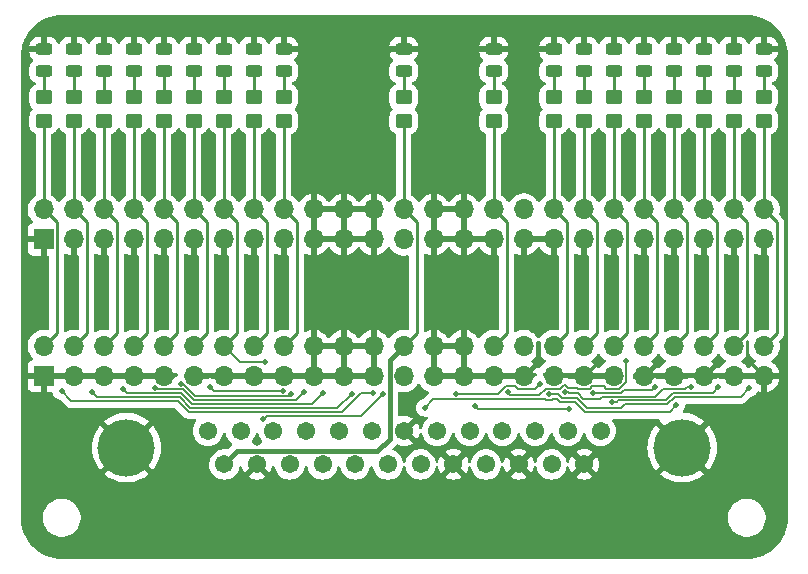
<source format=gbr>
%TF.GenerationSoftware,KiCad,Pcbnew,8.0.2*%
%TF.CreationDate,2024-12-18T21:51:39-06:00*%
%TF.ProjectId,daisy_chain_board,64616973-795f-4636-9861-696e5f626f61,rev?*%
%TF.SameCoordinates,Original*%
%TF.FileFunction,Copper,L1,Top*%
%TF.FilePolarity,Positive*%
%FSLAX46Y46*%
G04 Gerber Fmt 4.6, Leading zero omitted, Abs format (unit mm)*
G04 Created by KiCad (PCBNEW 8.0.2) date 2024-12-18 21:51:39*
%MOMM*%
%LPD*%
G01*
G04 APERTURE LIST*
G04 Aperture macros list*
%AMRoundRect*
0 Rectangle with rounded corners*
0 $1 Rounding radius*
0 $2 $3 $4 $5 $6 $7 $8 $9 X,Y pos of 4 corners*
0 Add a 4 corners polygon primitive as box body*
4,1,4,$2,$3,$4,$5,$6,$7,$8,$9,$2,$3,0*
0 Add four circle primitives for the rounded corners*
1,1,$1+$1,$2,$3*
1,1,$1+$1,$4,$5*
1,1,$1+$1,$6,$7*
1,1,$1+$1,$8,$9*
0 Add four rect primitives between the rounded corners*
20,1,$1+$1,$2,$3,$4,$5,0*
20,1,$1+$1,$4,$5,$6,$7,0*
20,1,$1+$1,$6,$7,$8,$9,0*
20,1,$1+$1,$8,$9,$2,$3,0*%
G04 Aperture macros list end*
%TA.AperFunction,ComponentPad*%
%ADD10R,1.700000X1.700000*%
%TD*%
%TA.AperFunction,ComponentPad*%
%ADD11O,1.700000X1.700000*%
%TD*%
%TA.AperFunction,SMDPad,CuDef*%
%ADD12RoundRect,0.250000X0.450000X-0.350000X0.450000X0.350000X-0.450000X0.350000X-0.450000X-0.350000X0*%
%TD*%
%TA.AperFunction,SMDPad,CuDef*%
%ADD13RoundRect,0.243750X-0.456250X0.243750X-0.456250X-0.243750X0.456250X-0.243750X0.456250X0.243750X0*%
%TD*%
%TA.AperFunction,ComponentPad*%
%ADD14C,1.545000*%
%TD*%
%TA.AperFunction,ComponentPad*%
%ADD15C,4.845000*%
%TD*%
%TA.AperFunction,ViaPad*%
%ADD16C,0.800000*%
%TD*%
%TA.AperFunction,ViaPad*%
%ADD17C,0.500000*%
%TD*%
%TA.AperFunction,Conductor*%
%ADD18C,0.250000*%
%TD*%
%TA.AperFunction,Conductor*%
%ADD19C,0.400000*%
%TD*%
%TA.AperFunction,Conductor*%
%ADD20C,0.200000*%
%TD*%
%TA.AperFunction,Conductor*%
%ADD21C,0.150000*%
%TD*%
G04 APERTURE END LIST*
D10*
%TO.P,J7,1,Pin_1*%
%TO.N,GND*%
X82266500Y-30194500D03*
D11*
%TO.P,J7,2,Pin_2*%
%TO.N,C-D0*%
X82266500Y-27654500D03*
%TO.P,J7,3,Pin_3*%
%TO.N,GND*%
X84806500Y-30194500D03*
%TO.P,J7,4,Pin_4*%
%TO.N,C-D1*%
X84806500Y-27654500D03*
%TO.P,J7,5,Pin_5*%
%TO.N,GND*%
X87346500Y-30194500D03*
%TO.P,J7,6,Pin_6*%
%TO.N,C-D2*%
X87346500Y-27654500D03*
%TO.P,J7,7,Pin_7*%
%TO.N,GND*%
X89886500Y-30194500D03*
%TO.P,J7,8,Pin_8*%
%TO.N,C-D3*%
X89886500Y-27654500D03*
%TO.P,J7,9,Pin_9*%
%TO.N,GND*%
X92426500Y-30194500D03*
%TO.P,J7,10,Pin_10*%
%TO.N,C-D4*%
X92426500Y-27654500D03*
%TO.P,J7,11,Pin_11*%
%TO.N,GND*%
X94966500Y-30194500D03*
%TO.P,J7,12,Pin_12*%
%TO.N,C-D5*%
X94966500Y-27654500D03*
%TO.P,J7,13,Pin_13*%
%TO.N,GND*%
X97506500Y-30194500D03*
%TO.P,J7,14,Pin_14*%
%TO.N,C-D6*%
X97506500Y-27654500D03*
%TO.P,J7,15,Pin_15*%
%TO.N,GND*%
X100046500Y-30194500D03*
%TO.P,J7,16,Pin_16*%
%TO.N,C-D7*%
X100046500Y-27654500D03*
%TO.P,J7,17,Pin_17*%
%TO.N,GND*%
X102586500Y-30194500D03*
%TO.P,J7,18,Pin_18*%
%TO.N,C-DP*%
X102586500Y-27654500D03*
%TO.P,J7,19,Pin_19*%
%TO.N,GND*%
X105126500Y-30194500D03*
%TO.P,J7,20,Pin_20*%
X105126500Y-27654500D03*
%TO.P,J7,21,Pin_21*%
X107666500Y-30194500D03*
%TO.P,J7,22,Pin_22*%
X107666500Y-27654500D03*
%TO.P,J7,23,Pin_23*%
X110206500Y-30194500D03*
%TO.P,J7,24,Pin_24*%
X110206500Y-27654500D03*
%TO.P,J7,25,Pin_25*%
%TO.N,unconnected-(J7-Pin_25-Pad25)*%
X112746500Y-30194500D03*
%TO.P,J7,26,Pin_26*%
%TO.N,TERMPOW*%
X112746500Y-27654500D03*
%TO.P,J7,27,Pin_27*%
%TO.N,GND*%
X115286500Y-30194500D03*
%TO.P,J7,28,Pin_28*%
X115286500Y-27654500D03*
%TO.P,J7,29,Pin_29*%
X117826500Y-30194500D03*
%TO.P,J7,30,Pin_30*%
X117826500Y-27654500D03*
%TO.P,J7,31,Pin_31*%
X120366500Y-30194500D03*
%TO.P,J7,32,Pin_32*%
%TO.N,C-ATN*%
X120366500Y-27654500D03*
%TO.P,J7,33,Pin_33*%
%TO.N,GND*%
X122906500Y-30194500D03*
%TO.P,J7,34,Pin_34*%
%TO.N,unconnected-(J7-Pin_34-Pad34)*%
X122906500Y-27654500D03*
%TO.P,J7,35,Pin_35*%
%TO.N,GND*%
X125446500Y-30194500D03*
%TO.P,J7,36,Pin_36*%
%TO.N,C-BSY*%
X125446500Y-27654500D03*
%TO.P,J7,37,Pin_37*%
%TO.N,GND*%
X127986500Y-30194500D03*
%TO.P,J7,38,Pin_38*%
%TO.N,C-ACK*%
X127986500Y-27654500D03*
%TO.P,J7,39,Pin_39*%
%TO.N,GND*%
X130526500Y-30194500D03*
%TO.P,J7,40,Pin_40*%
%TO.N,C-RST*%
X130526500Y-27654500D03*
%TO.P,J7,41,Pin_41*%
%TO.N,GND*%
X133066500Y-30194500D03*
%TO.P,J7,42,Pin_42*%
%TO.N,C-MSG*%
X133066500Y-27654500D03*
%TO.P,J7,43,Pin_43*%
%TO.N,GND*%
X135606500Y-30194500D03*
%TO.P,J7,44,Pin_44*%
%TO.N,C-SEL*%
X135606500Y-27654500D03*
%TO.P,J7,45,Pin_45*%
%TO.N,GND*%
X138146500Y-30194500D03*
%TO.P,J7,46,Pin_46*%
%TO.N,C-C_D*%
X138146500Y-27654500D03*
%TO.P,J7,47,Pin_47*%
%TO.N,GND*%
X140686500Y-30194500D03*
%TO.P,J7,48,Pin_48*%
%TO.N,C-REQ*%
X140686500Y-27654500D03*
%TO.P,J7,49,Pin_49*%
%TO.N,GND*%
X143226500Y-30194500D03*
%TO.P,J7,50,Pin_50*%
%TO.N,C-I_O*%
X143226500Y-27654500D03*
%TD*%
D12*
%TO.P,R14,1*%
%TO.N,C-BSY*%
X125446500Y-8600000D03*
%TO.P,R14,2*%
%TO.N,Net-(D14-A)*%
X125446500Y-6600000D03*
%TD*%
%TO.P,R8,1*%
%TO.N,C-D7*%
X100046500Y-8600000D03*
%TO.P,R8,2*%
%TO.N,Net-(D8-A)*%
X100046500Y-6600000D03*
%TD*%
%TO.P,R12,1*%
%TO.N,TERMPOW*%
X112746500Y-8600000D03*
%TO.P,R12,2*%
%TO.N,Net-(D12-A)*%
X112746500Y-6600000D03*
%TD*%
D13*
%TO.P,D15,1,K*%
%TO.N,GND*%
X127986500Y-2502500D03*
%TO.P,D15,2,A*%
%TO.N,Net-(D15-A)*%
X127986500Y-4377500D03*
%TD*%
%TO.P,D9,1,K*%
%TO.N,GND*%
X102586500Y-2502500D03*
%TO.P,D9,2,A*%
%TO.N,Net-(D9-A)*%
X102586500Y-4377500D03*
%TD*%
%TO.P,D3,1,K*%
%TO.N,GND*%
X87346500Y-2502500D03*
%TO.P,D3,2,A*%
%TO.N,Net-(D3-A)*%
X87346500Y-4377500D03*
%TD*%
%TO.P,D12,1,K*%
%TO.N,GND*%
X112746500Y-2502500D03*
%TO.P,D12,2,A*%
%TO.N,Net-(D12-A)*%
X112746500Y-4377500D03*
%TD*%
D12*
%TO.P,R17,1*%
%TO.N,C-MSG*%
X133066500Y-8600000D03*
%TO.P,R17,2*%
%TO.N,Net-(D17-A)*%
X133066500Y-6600000D03*
%TD*%
D13*
%TO.P,D8,1,K*%
%TO.N,GND*%
X100046500Y-2502500D03*
%TO.P,D8,2,A*%
%TO.N,Net-(D8-A)*%
X100046500Y-4377500D03*
%TD*%
D12*
%TO.P,R15,1*%
%TO.N,C-ACK*%
X127986500Y-8600000D03*
%TO.P,R15,2*%
%TO.N,Net-(D15-A)*%
X127986500Y-6600000D03*
%TD*%
D13*
%TO.P,D21,1,K*%
%TO.N,GND*%
X143226500Y-2502500D03*
%TO.P,D21,2,A*%
%TO.N,Net-(D21-A)*%
X143226500Y-4377500D03*
%TD*%
D12*
%TO.P,R1,1*%
%TO.N,C-D0*%
X82266500Y-8600000D03*
%TO.P,R1,2*%
%TO.N,Net-(D1-A)*%
X82266500Y-6600000D03*
%TD*%
%TO.P,R5,1*%
%TO.N,C-D4*%
X92426500Y-8600000D03*
%TO.P,R5,2*%
%TO.N,Net-(D5-A)*%
X92426500Y-6600000D03*
%TD*%
D13*
%TO.P,D17,1,K*%
%TO.N,GND*%
X133066500Y-2502500D03*
%TO.P,D17,2,A*%
%TO.N,Net-(D17-A)*%
X133066500Y-4377500D03*
%TD*%
D12*
%TO.P,R19,1*%
%TO.N,C-C_D*%
X138146500Y-8600000D03*
%TO.P,R19,2*%
%TO.N,Net-(D19-A)*%
X138146500Y-6600000D03*
%TD*%
D13*
%TO.P,D6,1,K*%
%TO.N,GND*%
X94966500Y-2502500D03*
%TO.P,D6,2,A*%
%TO.N,Net-(D6-A)*%
X94966500Y-4377500D03*
%TD*%
%TO.P,D16,1,K*%
%TO.N,GND*%
X130526500Y-2502500D03*
%TO.P,D16,2,A*%
%TO.N,Net-(D16-A)*%
X130526500Y-4377500D03*
%TD*%
D12*
%TO.P,R7,1*%
%TO.N,C-D6*%
X97506500Y-8600000D03*
%TO.P,R7,2*%
%TO.N,Net-(D7-A)*%
X97506500Y-6600000D03*
%TD*%
D13*
%TO.P,D5,1,K*%
%TO.N,GND*%
X92426500Y-2502500D03*
%TO.P,D5,2,A*%
%TO.N,Net-(D5-A)*%
X92426500Y-4377500D03*
%TD*%
%TO.P,D1,1,K*%
%TO.N,GND*%
X82266500Y-2502500D03*
%TO.P,D1,2,A*%
%TO.N,Net-(D1-A)*%
X82266500Y-4377500D03*
%TD*%
%TO.P,D14,1,K*%
%TO.N,GND*%
X125446500Y-2502500D03*
%TO.P,D14,2,A*%
%TO.N,Net-(D14-A)*%
X125446500Y-4377500D03*
%TD*%
%TO.P,D2,1,K*%
%TO.N,GND*%
X84806500Y-2502500D03*
%TO.P,D2,2,A*%
%TO.N,Net-(D2-A)*%
X84806500Y-4377500D03*
%TD*%
%TO.P,D4,1,K*%
%TO.N,GND*%
X89886500Y-2502500D03*
%TO.P,D4,2,A*%
%TO.N,Net-(D4-A)*%
X89886500Y-4377500D03*
%TD*%
D12*
%TO.P,R4,1*%
%TO.N,C-D3*%
X89886500Y-8600000D03*
%TO.P,R4,2*%
%TO.N,Net-(D4-A)*%
X89886500Y-6600000D03*
%TD*%
D13*
%TO.P,D19,1,K*%
%TO.N,GND*%
X138146500Y-2502500D03*
%TO.P,D19,2,A*%
%TO.N,Net-(D19-A)*%
X138146500Y-4377500D03*
%TD*%
%TO.P,D13,1,K*%
%TO.N,GND*%
X120366500Y-2502500D03*
%TO.P,D13,2,A*%
%TO.N,Net-(D13-A)*%
X120366500Y-4377500D03*
%TD*%
D12*
%TO.P,R2,1*%
%TO.N,C-D1*%
X84806500Y-8600000D03*
%TO.P,R2,2*%
%TO.N,Net-(D2-A)*%
X84806500Y-6600000D03*
%TD*%
%TO.P,R20,1*%
%TO.N,C-REQ*%
X140686500Y-8600000D03*
%TO.P,R20,2*%
%TO.N,Net-(D20-A)*%
X140686500Y-6600000D03*
%TD*%
%TO.P,R18,1*%
%TO.N,C-SEL*%
X135606500Y-8600000D03*
%TO.P,R18,2*%
%TO.N,Net-(D18-A)*%
X135606500Y-6600000D03*
%TD*%
D13*
%TO.P,D7,1,K*%
%TO.N,GND*%
X97506500Y-2502500D03*
%TO.P,D7,2,A*%
%TO.N,Net-(D7-A)*%
X97506500Y-4377500D03*
%TD*%
D10*
%TO.P,J1,1,Pin_1*%
%TO.N,GND*%
X82266500Y-18630000D03*
D11*
%TO.P,J1,2,Pin_2*%
%TO.N,C-D0*%
X82266500Y-16090000D03*
%TO.P,J1,3,Pin_3*%
%TO.N,GND*%
X84806500Y-18630000D03*
%TO.P,J1,4,Pin_4*%
%TO.N,C-D1*%
X84806500Y-16090000D03*
%TO.P,J1,5,Pin_5*%
%TO.N,GND*%
X87346500Y-18630000D03*
%TO.P,J1,6,Pin_6*%
%TO.N,C-D2*%
X87346500Y-16090000D03*
%TO.P,J1,7,Pin_7*%
%TO.N,GND*%
X89886500Y-18630000D03*
%TO.P,J1,8,Pin_8*%
%TO.N,C-D3*%
X89886500Y-16090000D03*
%TO.P,J1,9,Pin_9*%
%TO.N,GND*%
X92426500Y-18630000D03*
%TO.P,J1,10,Pin_10*%
%TO.N,C-D4*%
X92426500Y-16090000D03*
%TO.P,J1,11,Pin_11*%
%TO.N,GND*%
X94966500Y-18630000D03*
%TO.P,J1,12,Pin_12*%
%TO.N,C-D5*%
X94966500Y-16090000D03*
%TO.P,J1,13,Pin_13*%
%TO.N,GND*%
X97506500Y-18630000D03*
%TO.P,J1,14,Pin_14*%
%TO.N,C-D6*%
X97506500Y-16090000D03*
%TO.P,J1,15,Pin_15*%
%TO.N,GND*%
X100046500Y-18630000D03*
%TO.P,J1,16,Pin_16*%
%TO.N,C-D7*%
X100046500Y-16090000D03*
%TO.P,J1,17,Pin_17*%
%TO.N,GND*%
X102586500Y-18630000D03*
%TO.P,J1,18,Pin_18*%
%TO.N,C-DP*%
X102586500Y-16090000D03*
%TO.P,J1,19,Pin_19*%
%TO.N,GND*%
X105126500Y-18630000D03*
%TO.P,J1,20,Pin_20*%
X105126500Y-16090000D03*
%TO.P,J1,21,Pin_21*%
X107666500Y-18630000D03*
%TO.P,J1,22,Pin_22*%
X107666500Y-16090000D03*
%TO.P,J1,23,Pin_23*%
X110206500Y-18630000D03*
%TO.P,J1,24,Pin_24*%
X110206500Y-16090000D03*
%TO.P,J1,25,Pin_25*%
%TO.N,unconnected-(J1-Pin_25-Pad25)*%
X112746500Y-18630000D03*
%TO.P,J1,26,Pin_26*%
%TO.N,TERMPOW*%
X112746500Y-16090000D03*
%TO.P,J1,27,Pin_27*%
%TO.N,GND*%
X115286500Y-18630000D03*
%TO.P,J1,28,Pin_28*%
X115286500Y-16090000D03*
%TO.P,J1,29,Pin_29*%
X117826500Y-18630000D03*
%TO.P,J1,30,Pin_30*%
X117826500Y-16090000D03*
%TO.P,J1,31,Pin_31*%
X120366500Y-18630000D03*
%TO.P,J1,32,Pin_32*%
%TO.N,C-ATN*%
X120366500Y-16090000D03*
%TO.P,J1,33,Pin_33*%
%TO.N,GND*%
X122906500Y-18630000D03*
%TO.P,J1,34,Pin_34*%
%TO.N,unconnected-(J1-Pin_34-Pad34)*%
X122906500Y-16090000D03*
%TO.P,J1,35,Pin_35*%
%TO.N,GND*%
X125446500Y-18630000D03*
%TO.P,J1,36,Pin_36*%
%TO.N,C-BSY*%
X125446500Y-16090000D03*
%TO.P,J1,37,Pin_37*%
%TO.N,GND*%
X127986500Y-18630000D03*
%TO.P,J1,38,Pin_38*%
%TO.N,C-ACK*%
X127986500Y-16090000D03*
%TO.P,J1,39,Pin_39*%
%TO.N,GND*%
X130526500Y-18630000D03*
%TO.P,J1,40,Pin_40*%
%TO.N,C-RST*%
X130526500Y-16090000D03*
%TO.P,J1,41,Pin_41*%
%TO.N,GND*%
X133066500Y-18630000D03*
%TO.P,J1,42,Pin_42*%
%TO.N,C-MSG*%
X133066500Y-16090000D03*
%TO.P,J1,43,Pin_43*%
%TO.N,GND*%
X135606500Y-18630000D03*
%TO.P,J1,44,Pin_44*%
%TO.N,C-SEL*%
X135606500Y-16090000D03*
%TO.P,J1,45,Pin_45*%
%TO.N,GND*%
X138146500Y-18630000D03*
%TO.P,J1,46,Pin_46*%
%TO.N,C-C_D*%
X138146500Y-16090000D03*
%TO.P,J1,47,Pin_47*%
%TO.N,GND*%
X140686500Y-18630000D03*
%TO.P,J1,48,Pin_48*%
%TO.N,C-REQ*%
X140686500Y-16090000D03*
%TO.P,J1,49,Pin_49*%
%TO.N,GND*%
X143226500Y-18630000D03*
%TO.P,J1,50,Pin_50*%
%TO.N,C-I_O*%
X143226500Y-16090000D03*
%TD*%
D13*
%TO.P,D20,1,K*%
%TO.N,GND*%
X140686500Y-2502500D03*
%TO.P,D20,2,A*%
%TO.N,Net-(D20-A)*%
X140686500Y-4377500D03*
%TD*%
D12*
%TO.P,R9,1*%
%TO.N,C-DP*%
X102586500Y-8600000D03*
%TO.P,R9,2*%
%TO.N,Net-(D9-A)*%
X102586500Y-6600000D03*
%TD*%
%TO.P,R3,1*%
%TO.N,C-D2*%
X87346500Y-8600000D03*
%TO.P,R3,2*%
%TO.N,Net-(D3-A)*%
X87346500Y-6600000D03*
%TD*%
%TO.P,R16,1*%
%TO.N,C-RST*%
X130526500Y-8600000D03*
%TO.P,R16,2*%
%TO.N,Net-(D16-A)*%
X130526500Y-6600000D03*
%TD*%
%TO.P,R13,1*%
%TO.N,C-ATN*%
X120366500Y-8600000D03*
%TO.P,R13,2*%
%TO.N,Net-(D13-A)*%
X120366500Y-6600000D03*
%TD*%
D13*
%TO.P,D18,1,K*%
%TO.N,GND*%
X135606500Y-2502500D03*
%TO.P,D18,2,A*%
%TO.N,Net-(D18-A)*%
X135606500Y-4377500D03*
%TD*%
D12*
%TO.P,R6,1*%
%TO.N,C-D5*%
X94966500Y-8600000D03*
%TO.P,R6,2*%
%TO.N,Net-(D6-A)*%
X94966500Y-6600000D03*
%TD*%
%TO.P,R21,1*%
%TO.N,C-I_O*%
X143226500Y-8600000D03*
%TO.P,R21,2*%
%TO.N,Net-(D21-A)*%
X143226500Y-6600000D03*
%TD*%
D14*
%TO.P,J8,1,1*%
%TO.N,C-REQ*%
X129420000Y-34830000D03*
%TO.P,J8,2,2*%
%TO.N,C-MSG*%
X126650000Y-34830000D03*
%TO.P,J8,3,3*%
%TO.N,C-I_O*%
X123880000Y-34830000D03*
%TO.P,J8,4,4*%
%TO.N,C-RST*%
X121110000Y-34830000D03*
%TO.P,J8,5,5*%
%TO.N,C-ACK*%
X118340000Y-34830000D03*
%TO.P,J8,6,6*%
%TO.N,C-BSY*%
X115570000Y-34830000D03*
%TO.P,J8,7,7*%
%TO.N,GND*%
X112800000Y-34830000D03*
%TO.P,J8,8,8*%
%TO.N,C-D0*%
X110030000Y-34830000D03*
%TO.P,J8,9,9*%
%TO.N,GND*%
X107260000Y-34830000D03*
%TO.P,J8,10,10*%
%TO.N,C-D3*%
X104490000Y-34830000D03*
%TO.P,J8,11,11*%
%TO.N,C-D5*%
X101720000Y-34830000D03*
%TO.P,J8,12,12*%
%TO.N,C-D6*%
X98950000Y-34830000D03*
%TO.P,J8,13,13*%
%TO.N,C-D7*%
X96180000Y-34830000D03*
%TO.P,J8,14,14*%
%TO.N,GND*%
X128035000Y-37670000D03*
%TO.P,J8,15,15*%
%TO.N,C-C_D*%
X125265000Y-37670000D03*
%TO.P,J8,16,16*%
%TO.N,GND*%
X122495000Y-37670000D03*
%TO.P,J8,17,17*%
%TO.N,C-ATN*%
X119725000Y-37670000D03*
%TO.P,J8,18,18*%
%TO.N,GND*%
X116955000Y-37670000D03*
%TO.P,J8,19,19*%
%TO.N,C-SEL*%
X114185000Y-37670000D03*
%TO.P,J8,20,20*%
%TO.N,C-DP*%
X111415000Y-37670000D03*
%TO.P,J8,21,21*%
%TO.N,C-D1*%
X108645000Y-37670000D03*
%TO.P,J8,22,22*%
%TO.N,C-D2*%
X105875000Y-37670000D03*
%TO.P,J8,23,23*%
%TO.N,C-D4*%
X103105000Y-37670000D03*
%TO.P,J8,24,24*%
%TO.N,GND*%
X100335000Y-37670000D03*
%TO.P,J8,25,25*%
%TO.N,TERMPOW*%
X97565000Y-37670000D03*
D15*
%TO.P,J8,MH1,MH1*%
%TO.N,GND*%
X136320000Y-36250000D03*
%TO.P,J8,MH2,MH2*%
X89280000Y-36250000D03*
%TD*%
D16*
%TO.N,GND*%
X126629563Y-11970000D03*
X116542607Y-11970000D03*
X123680000Y-2610000D03*
X129151302Y-11970000D03*
X104350000Y-2510000D03*
X131673041Y-11970000D03*
X111499129Y-11970000D03*
X136716519Y-11970000D03*
X108977390Y-11970000D03*
X101412173Y-11970000D03*
X118660000Y-2610000D03*
X103933912Y-11970000D03*
X91325217Y-11970000D03*
X134194780Y-11970000D03*
X111340000Y-2610000D03*
X86281739Y-11970000D03*
X124107824Y-11970000D03*
X83760000Y-11970000D03*
X93846956Y-11970000D03*
X106455651Y-11970000D03*
X121586085Y-11970000D03*
X100364000Y-35719000D03*
X96368695Y-11970000D03*
X114020868Y-11970000D03*
X98890434Y-11970000D03*
X139238258Y-11970000D03*
X141760000Y-11970000D03*
X119064346Y-11970000D03*
X88803478Y-11970000D03*
D17*
%TO.N,C-REQ*%
X130419308Y-32414713D03*
X139350000Y-31150000D03*
%TO.N,C-MSG*%
X128817950Y-31630159D03*
X133993502Y-31150000D03*
%TO.N,C-BSY*%
X124270000Y-30872990D03*
X117187010Y-31684832D03*
%TO.N,C-SEL*%
X135828947Y-32665648D03*
X114530000Y-32870000D03*
%TO.N,C-RST*%
X121540000Y-31560000D03*
X131560000Y-28920000D03*
%TO.N,C-ACK*%
X118812489Y-32689064D03*
X126730000Y-32950000D03*
%TO.N,C-DP*%
X100860000Y-33850000D03*
X110992489Y-31685265D03*
%TO.N,C-D0*%
X110120000Y-31630000D03*
X83780000Y-31480000D03*
%TO.N,C-D1*%
X108350000Y-31680000D03*
X86370000Y-31530000D03*
%TO.N,C-D2*%
X105950000Y-31630000D03*
X89002424Y-31302989D03*
%TO.N,C-D3*%
X104280000Y-31580000D03*
X91693529Y-31178968D03*
%TO.N,C-D4*%
X103220000Y-31750000D03*
X93930504Y-30851957D03*
%TO.N,C-D5*%
X96380000Y-31150000D03*
X102510000Y-31434946D03*
%TO.N,C-D6*%
X100973502Y-29027449D03*
%TO.N,C-I_O*%
X125036247Y-31748511D03*
X142000000Y-31220000D03*
%TO.N,C-C_D*%
X126371042Y-31585360D03*
X137054940Y-31121502D03*
%TD*%
D18*
%TO.N,GND*%
X127986500Y-30194500D02*
X129088011Y-29092989D01*
D19*
X139323011Y-29017989D02*
X138146500Y-30194500D01*
D18*
X143226500Y-30194500D02*
X141788011Y-28756011D01*
D19*
X122906500Y-30194500D02*
X124083011Y-29017989D01*
X124083011Y-29017989D02*
X124083011Y-27354150D01*
X133066500Y-30194500D02*
X134243011Y-29017989D01*
D18*
X141788011Y-28756011D02*
X141788011Y-27198238D01*
D20*
%TO.N,C-REQ*%
X134935004Y-32252534D02*
X130935040Y-32252534D01*
D18*
X141788500Y-26552500D02*
X140686500Y-27654500D01*
D20*
X138901488Y-31598512D02*
X135589026Y-31598512D01*
D18*
X141788500Y-17192000D02*
X141788500Y-26552500D01*
X140686500Y-16090000D02*
X140686500Y-8600000D01*
D20*
X135589026Y-31598512D02*
X134935004Y-32252534D01*
X139350000Y-31150000D02*
X138901488Y-31598512D01*
X130772861Y-32414713D02*
X130419308Y-32414713D01*
X130935040Y-32252534D02*
X130772861Y-32414713D01*
D18*
X140686500Y-16090000D02*
X141788500Y-17192000D01*
D20*
%TO.N,C-MSG*%
X131178913Y-31598512D02*
X129203150Y-31598512D01*
X131368458Y-31408967D02*
X131178913Y-31598512D01*
X133993502Y-31150000D02*
X133734535Y-31408967D01*
X129171503Y-31630159D02*
X128817950Y-31630159D01*
D18*
X133066500Y-16090000D02*
X133066500Y-8600000D01*
X134168500Y-26552500D02*
X133066500Y-27654500D01*
X134168500Y-17192000D02*
X134168500Y-26552500D01*
D20*
X129203150Y-31598512D02*
X129171503Y-31630159D01*
D18*
X133066500Y-16090000D02*
X134168500Y-17192000D01*
D20*
X133734535Y-31408967D02*
X131368458Y-31408967D01*
D18*
%TO.N,C-BSY*%
X125446500Y-16090000D02*
X125446500Y-8600000D01*
D20*
X123871489Y-31271501D02*
X122389539Y-31271501D01*
D18*
X125446500Y-16090000D02*
X126548500Y-17192000D01*
D20*
X122389539Y-31271501D02*
X122141027Y-31022989D01*
X121371049Y-31022989D02*
X120709206Y-31684832D01*
X120709206Y-31684832D02*
X117187010Y-31684832D01*
D18*
X126548500Y-26552500D02*
X125446500Y-27654500D01*
D20*
X124270000Y-30872990D02*
X123871489Y-31271501D01*
D18*
X126548500Y-17192000D02*
X126548500Y-26552500D01*
D20*
X122141027Y-31022989D02*
X121371049Y-31022989D01*
%TO.N,C-SEL*%
X125780245Y-32162989D02*
X125815069Y-32197814D01*
X115237011Y-32162989D02*
X124744761Y-32162989D01*
X124744761Y-32162989D02*
X124807285Y-32225513D01*
D18*
X135606500Y-16090000D02*
X135606500Y-8600000D01*
D20*
X124807285Y-32225513D02*
X125265209Y-32225513D01*
X128076984Y-33221022D02*
X135273573Y-33221022D01*
X125265209Y-32225513D02*
X125327733Y-32162989D01*
X125327733Y-32162989D02*
X125780245Y-32162989D01*
X126006628Y-32389373D02*
X127245335Y-32389373D01*
D18*
X136708500Y-17192000D02*
X136708500Y-26552500D01*
X135606500Y-16090000D02*
X136708500Y-17192000D01*
D20*
X114530000Y-32870000D02*
X115237011Y-32162989D01*
X135273573Y-33221022D02*
X135828947Y-32665648D01*
D18*
X136708500Y-26552500D02*
X135606500Y-27654500D01*
D20*
X127245335Y-32389373D02*
X128076984Y-33221022D01*
X125815069Y-32197814D02*
X126006628Y-32389373D01*
D18*
%TO.N,C-RST*%
X131628500Y-26552500D02*
X130526500Y-27654500D01*
D20*
X126298628Y-30936334D02*
X126382489Y-30936334D01*
X128503461Y-31271501D02*
X128697065Y-31077897D01*
X124778514Y-31271501D02*
X125963461Y-31271501D01*
X127469539Y-31271501D02*
X128503461Y-31271501D01*
X131006903Y-31271501D02*
X131346447Y-30931957D01*
D21*
X131346447Y-30931957D02*
X131578501Y-30699903D01*
D20*
X127384509Y-31186471D02*
X127469539Y-31271501D01*
D18*
X130526500Y-16090000D02*
X131628500Y-17192000D01*
D21*
X131578501Y-29292054D02*
X131560000Y-29273553D01*
D20*
X129713650Y-31077897D02*
X129907254Y-31271501D01*
D21*
X131578501Y-30699903D02*
X131578501Y-29292054D01*
D18*
X131628500Y-17192000D02*
X131628500Y-26552500D01*
D20*
X125963461Y-31271501D02*
X126298628Y-30936334D01*
X126632626Y-31186471D02*
X127384509Y-31186471D01*
X126382489Y-30936334D02*
X126632626Y-31186471D01*
X124240016Y-31809999D02*
X124778514Y-31271501D01*
D21*
X131560000Y-29273553D02*
X131560000Y-28920000D01*
D20*
X121540000Y-31560000D02*
X121789999Y-31809999D01*
X128697065Y-31077897D02*
X129713650Y-31077897D01*
X129907254Y-31271501D02*
X131006903Y-31271501D01*
D18*
X130526500Y-16090000D02*
X130526500Y-8600000D01*
D20*
X121789999Y-31809999D02*
X124240016Y-31809999D01*
D18*
%TO.N,C-ACK*%
X129088500Y-17192000D02*
X129088500Y-26552500D01*
D20*
X119073425Y-32950000D02*
X118812489Y-32689064D01*
X126730000Y-32950000D02*
X119073425Y-32950000D01*
D18*
X127986500Y-16090000D02*
X129088500Y-17192000D01*
X129088500Y-26552500D02*
X127986500Y-27654500D01*
X127986500Y-16090000D02*
X127986500Y-8600000D01*
%TO.N,C-ATN*%
X120366500Y-8600000D02*
X120366500Y-16090000D01*
X121468500Y-26552500D02*
X120366500Y-27654500D01*
X120366500Y-16090000D02*
X121468500Y-17192000D01*
X121468500Y-17192000D02*
X121468500Y-26552500D01*
D20*
%TO.N,C-DP*%
X109130745Y-33547009D02*
X110992489Y-31685265D01*
D18*
X103688500Y-17192000D02*
X103688500Y-26552500D01*
X103688500Y-26552500D02*
X102586500Y-27654500D01*
X102586500Y-16090000D02*
X102586500Y-8600000D01*
X102586500Y-16090000D02*
X103688500Y-17192000D01*
D20*
X101162991Y-33547009D02*
X109130745Y-33547009D01*
X100860000Y-33850000D02*
X101162991Y-33547009D01*
D18*
%TO.N,C-D0*%
X82266500Y-16090000D02*
X82266500Y-8600000D01*
D20*
X94548188Y-33219999D02*
X107515963Y-33219999D01*
X109105962Y-31630000D02*
X110120000Y-31630000D01*
D18*
X83368500Y-26552500D02*
X82266500Y-27654500D01*
D20*
X93638188Y-32310000D02*
X94548188Y-33219999D01*
D18*
X82266500Y-16090000D02*
X83368500Y-17192000D01*
X83368500Y-17192000D02*
X83368500Y-26552500D01*
D20*
X84610000Y-32310000D02*
X93638188Y-32310000D01*
X107515963Y-33219999D02*
X109105962Y-31630000D01*
X83780000Y-31480000D02*
X84610000Y-32310000D01*
D18*
%TO.N,C-D1*%
X85908500Y-17192000D02*
X85908500Y-26552500D01*
X84806500Y-16090000D02*
X85908500Y-17192000D01*
X84806500Y-16090000D02*
X84806500Y-8600000D01*
X85908500Y-26552500D02*
X84806500Y-27654500D01*
D20*
X86822989Y-31982989D02*
X93773640Y-31982989D01*
X86370000Y-31530000D02*
X86822989Y-31982989D01*
X107137011Y-32892989D02*
X108350000Y-31680000D01*
X94683639Y-32892989D02*
X107137011Y-32892989D01*
X93773640Y-31982989D02*
X94683639Y-32892989D01*
%TO.N,C-D2*%
X94819089Y-32565978D02*
X93909092Y-31655978D01*
X105950000Y-31630000D02*
X105014022Y-32565978D01*
X89355413Y-31655978D02*
X89002424Y-31302989D01*
D18*
X87346500Y-16090000D02*
X88448500Y-17192000D01*
X87346500Y-8600000D02*
X87346500Y-16090000D01*
X88448500Y-26552500D02*
X87346500Y-27654500D01*
D20*
X105014022Y-32565978D02*
X94819089Y-32565978D01*
X93909092Y-31655978D02*
X89355413Y-31655978D01*
D18*
X88448500Y-17192000D02*
X88448500Y-26552500D01*
%TO.N,C-D3*%
X90988500Y-26552500D02*
X89886500Y-27654500D01*
D20*
X103621033Y-32238967D02*
X94954540Y-32238967D01*
X94044544Y-31328967D02*
X91843528Y-31328967D01*
D18*
X89886500Y-16090000D02*
X90988500Y-17192000D01*
D20*
X104280000Y-31580000D02*
X103621033Y-32238967D01*
D18*
X90988500Y-17192000D02*
X90988500Y-26552500D01*
D20*
X94954540Y-32238967D02*
X94044544Y-31328967D01*
X91843528Y-31328967D02*
X91693529Y-31178968D01*
D18*
X89886500Y-16090000D02*
X89886500Y-8600000D01*
%TO.N,C-D4*%
X92426500Y-8600000D02*
X92426500Y-16090000D01*
X93528500Y-26552500D02*
X92426500Y-27654500D01*
X92426500Y-16090000D02*
X93528500Y-17192000D01*
D20*
X103058044Y-31911956D02*
X95089992Y-31911956D01*
X103220000Y-31750000D02*
X103058044Y-31911956D01*
D18*
X93528500Y-17192000D02*
X93528500Y-26552500D01*
D20*
X95089992Y-31911956D02*
X94029993Y-30851957D01*
X94029993Y-30851957D02*
X93930504Y-30851957D01*
D18*
%TO.N,C-D5*%
X96068500Y-17192000D02*
X96068500Y-26552500D01*
X94966500Y-16090000D02*
X94966500Y-8600000D01*
D20*
X96380000Y-31150000D02*
X96664946Y-31434946D01*
D18*
X96068500Y-26552500D02*
X94966500Y-27654500D01*
D20*
X96664946Y-31434946D02*
X102510000Y-31434946D01*
D18*
X94966500Y-16090000D02*
X96068500Y-17192000D01*
D20*
%TO.N,C-D6*%
X97506500Y-27654500D02*
X98879449Y-29027449D01*
D18*
X97506500Y-16090000D02*
X98608500Y-17192000D01*
X97506500Y-8600000D02*
X97506500Y-16090000D01*
X98608500Y-26552500D02*
X97506500Y-27654500D01*
X98608500Y-17192000D02*
X98608500Y-26552500D01*
D20*
X98879449Y-29027449D02*
X100973502Y-29027449D01*
D18*
%TO.N,C-D7*%
X100046500Y-16090000D02*
X101148500Y-17192000D01*
X101148500Y-17192000D02*
X101148500Y-26552500D01*
X101148500Y-26552500D02*
X100046500Y-27654500D01*
X100046500Y-8600000D02*
X100046500Y-16090000D01*
D20*
%TO.N,C-I_O*%
X131463901Y-32579545D02*
X131151732Y-32891714D01*
X125828229Y-31748511D02*
X125036247Y-31748511D01*
X141294477Y-31925523D02*
X135734477Y-31925523D01*
D18*
X143226500Y-8600000D02*
X143226500Y-16090000D01*
D20*
X128280139Y-32891714D02*
X127450787Y-32062362D01*
D18*
X144328500Y-17192000D02*
X144328500Y-26552500D01*
X144328500Y-26552500D02*
X143226500Y-27654500D01*
D20*
X131151732Y-32891714D02*
X128280139Y-32891714D01*
X142000000Y-31220000D02*
X141294477Y-31925523D01*
X127450787Y-32062362D02*
X126142080Y-32062362D01*
X135080455Y-32579545D02*
X131463901Y-32579545D01*
D18*
X143226500Y-16090000D02*
X144328500Y-17192000D01*
D20*
X126142080Y-32062362D02*
X125828229Y-31748511D01*
X135734477Y-31925523D02*
X135080455Y-32579545D01*
%TO.N,C-C_D*%
X134046051Y-31925523D02*
X129537449Y-31925523D01*
D18*
X139248500Y-17192000D02*
X139248500Y-26552500D01*
D20*
X136551388Y-31271501D02*
X134700073Y-31271501D01*
X126753795Y-31614560D02*
X126724595Y-31585360D01*
X127465448Y-31614560D02*
X126753795Y-31614560D01*
D18*
X138146500Y-16090000D02*
X138146500Y-8600000D01*
D20*
X129355812Y-32107160D02*
X127958048Y-32107160D01*
X134700073Y-31271501D02*
X134046051Y-31925523D01*
X126724595Y-31585360D02*
X126371042Y-31585360D01*
X129537449Y-31925523D02*
X129355812Y-32107160D01*
X137054940Y-31121502D02*
X136701387Y-31121502D01*
D18*
X138146500Y-16090000D02*
X139248500Y-17192000D01*
D20*
X136701387Y-31121502D02*
X136551388Y-31271501D01*
X127958048Y-32107160D02*
X127465448Y-31614560D01*
D18*
X139248500Y-26552500D02*
X138146500Y-27654500D01*
D19*
%TO.N,TERMPOW*%
X97566600Y-37670000D02*
X98666101Y-36570499D01*
X111569499Y-35530501D02*
X111569499Y-28831501D01*
D18*
X112746500Y-16090000D02*
X113848500Y-17192000D01*
X113848500Y-17192000D02*
X113848500Y-26552500D01*
X112746500Y-8600000D02*
X112746500Y-16090000D01*
X113848500Y-26552500D02*
X112746500Y-27654500D01*
D19*
X111569499Y-28831501D02*
X112746500Y-27654500D01*
X110529501Y-36570499D02*
X111569499Y-35530501D01*
X98666101Y-36570499D02*
X110529501Y-36570499D01*
D18*
%TO.N,Net-(D1-A)*%
X82266500Y-6600000D02*
X82266500Y-4377500D01*
%TO.N,Net-(D2-A)*%
X84806500Y-6600000D02*
X84806500Y-4377500D01*
%TO.N,Net-(D3-A)*%
X87346500Y-6600000D02*
X87346500Y-4377500D01*
%TO.N,Net-(D4-A)*%
X89886500Y-6600000D02*
X89886500Y-4377500D01*
%TO.N,Net-(D5-A)*%
X92426500Y-6600000D02*
X92426500Y-4377500D01*
%TO.N,Net-(D6-A)*%
X94966500Y-6600000D02*
X94966500Y-4377500D01*
%TO.N,Net-(D7-A)*%
X97506500Y-6600000D02*
X97506500Y-4377500D01*
%TO.N,Net-(D8-A)*%
X100046500Y-4377500D02*
X100046500Y-6600000D01*
%TO.N,Net-(D9-A)*%
X102586500Y-6600000D02*
X102586500Y-4377500D01*
%TO.N,Net-(D12-A)*%
X112746500Y-4377500D02*
X112746500Y-6600000D01*
%TO.N,Net-(D13-A)*%
X120366500Y-6600000D02*
X120366500Y-4377500D01*
%TO.N,Net-(D14-A)*%
X125446500Y-4377500D02*
X125446500Y-6600000D01*
%TO.N,Net-(D15-A)*%
X127986500Y-4377500D02*
X127986500Y-6600000D01*
%TO.N,Net-(D16-A)*%
X130526500Y-4377500D02*
X130526500Y-6600000D01*
%TO.N,Net-(D17-A)*%
X133066500Y-4377500D02*
X133066500Y-6600000D01*
%TO.N,Net-(D18-A)*%
X135606500Y-4377500D02*
X135606500Y-6600000D01*
%TO.N,Net-(D19-A)*%
X138146500Y-4377500D02*
X138146500Y-6600000D01*
%TO.N,Net-(D20-A)*%
X140686500Y-4377500D02*
X140686500Y-6600000D01*
%TO.N,Net-(D21-A)*%
X143226500Y-4377500D02*
X143226500Y-6600000D01*
%TD*%
%TA.AperFunction,Conductor*%
%TO.N,GND*%
G36*
X100384599Y-34981508D02*
G01*
X100439346Y-35026711D01*
X100456704Y-35064718D01*
X100478542Y-35146217D01*
X100511655Y-35269799D01*
X100511657Y-35269804D01*
X100606383Y-35472945D01*
X100606384Y-35472947D01*
X100738104Y-35661063D01*
X100736722Y-35662030D01*
X100762114Y-35720049D01*
X100750896Y-35790154D01*
X100703557Y-35843065D01*
X100637128Y-35861999D01*
X100032872Y-35861999D01*
X99964751Y-35841997D01*
X99918258Y-35788341D01*
X99908154Y-35718067D01*
X99933226Y-35661994D01*
X99931896Y-35661063D01*
X99993533Y-35573035D01*
X100063616Y-35472947D01*
X100158344Y-35269801D01*
X100213294Y-35064720D01*
X100250244Y-35004102D01*
X100314105Y-34973080D01*
X100384599Y-34981508D01*
G37*
%TD.AperFunction*%
%TA.AperFunction,Conductor*%
G36*
X114100024Y-30869712D02*
G01*
X114122282Y-30895398D01*
X114211174Y-31031458D01*
X114363597Y-31197034D01*
X114541198Y-31335267D01*
X114541199Y-31335268D01*
X114739128Y-31442382D01*
X114739131Y-31442383D01*
X114814679Y-31468319D01*
X114872614Y-31509356D01*
X114899166Y-31575201D01*
X114885904Y-31644948D01*
X114862862Y-31676588D01*
X114451575Y-32087874D01*
X114389263Y-32121899D01*
X114376591Y-32123985D01*
X114360157Y-32125836D01*
X114360144Y-32125839D01*
X114198817Y-32182290D01*
X114054087Y-32273231D01*
X113933231Y-32394087D01*
X113842290Y-32538817D01*
X113785837Y-32700151D01*
X113766701Y-32870000D01*
X113785837Y-33039848D01*
X113842290Y-33201182D01*
X113933231Y-33345912D01*
X114054087Y-33466768D01*
X114054089Y-33466769D01*
X114054091Y-33466771D01*
X114198817Y-33557709D01*
X114360150Y-33614162D01*
X114360149Y-33614162D01*
X114379286Y-33616318D01*
X114530000Y-33633299D01*
X114652888Y-33619453D01*
X114722819Y-33631703D01*
X114775027Y-33679815D01*
X114792935Y-33748516D01*
X114770858Y-33815993D01*
X114746775Y-33840346D01*
X114747665Y-33841407D01*
X114743441Y-33844951D01*
X114584951Y-34003441D01*
X114584946Y-34003447D01*
X114456384Y-34187053D01*
X114361657Y-34390195D01*
X114361655Y-34390201D01*
X114306448Y-34596239D01*
X114269496Y-34656862D01*
X114205636Y-34687883D01*
X114135141Y-34679455D01*
X114080394Y-34634252D01*
X114063034Y-34596239D01*
X114007872Y-34390372D01*
X114007870Y-34390367D01*
X113913183Y-34187309D01*
X113867352Y-34121856D01*
X113296405Y-34692803D01*
X113279904Y-34631217D01*
X113212103Y-34513783D01*
X113116217Y-34417897D01*
X112998783Y-34350096D01*
X112937195Y-34333593D01*
X113508142Y-33762647D01*
X113508142Y-33762645D01*
X113442694Y-33716818D01*
X113442695Y-33716818D01*
X113239633Y-33622129D01*
X113239627Y-33622127D01*
X113023205Y-33564137D01*
X112800000Y-33544609D01*
X112576794Y-33564137D01*
X112436610Y-33601699D01*
X112365633Y-33600009D01*
X112306838Y-33560214D01*
X112278890Y-33494950D01*
X112277999Y-33479992D01*
X112277999Y-31642373D01*
X112298001Y-31574252D01*
X112351657Y-31527759D01*
X112421931Y-31517655D01*
X112424641Y-31518076D01*
X112633931Y-31553000D01*
X112633936Y-31553000D01*
X112859065Y-31553000D01*
X112859069Y-31553000D01*
X113081135Y-31515944D01*
X113294074Y-31442842D01*
X113492076Y-31335689D01*
X113669740Y-31197406D01*
X113822222Y-31031768D01*
X113822427Y-31031455D01*
X113848014Y-30992291D01*
X113911316Y-30895398D01*
X113965319Y-30849310D01*
X114035667Y-30839735D01*
X114100024Y-30869712D01*
G37*
%TD.AperFunction*%
%TA.AperFunction,Conductor*%
G36*
X84340575Y-30001507D02*
G01*
X84306500Y-30128674D01*
X84306500Y-30260326D01*
X84340575Y-30387493D01*
X84375797Y-30448500D01*
X82697203Y-30448500D01*
X82732425Y-30387493D01*
X82766500Y-30260326D01*
X82766500Y-30128674D01*
X82732425Y-30001507D01*
X82697203Y-29940500D01*
X84375797Y-29940500D01*
X84340575Y-30001507D01*
G37*
%TD.AperFunction*%
%TA.AperFunction,Conductor*%
G36*
X86880575Y-30001507D02*
G01*
X86846500Y-30128674D01*
X86846500Y-30260326D01*
X86880575Y-30387493D01*
X86915797Y-30448500D01*
X85237203Y-30448500D01*
X85272425Y-30387493D01*
X85306500Y-30260326D01*
X85306500Y-30128674D01*
X85272425Y-30001507D01*
X85237203Y-29940500D01*
X86915797Y-29940500D01*
X86880575Y-30001507D01*
G37*
%TD.AperFunction*%
%TA.AperFunction,Conductor*%
G36*
X89420575Y-30001507D02*
G01*
X89386500Y-30128674D01*
X89386500Y-30260326D01*
X89420575Y-30387493D01*
X89455797Y-30448500D01*
X87777203Y-30448500D01*
X87812425Y-30387493D01*
X87846500Y-30260326D01*
X87846500Y-30128674D01*
X87812425Y-30001507D01*
X87777203Y-29940500D01*
X89455797Y-29940500D01*
X89420575Y-30001507D01*
G37*
%TD.AperFunction*%
%TA.AperFunction,Conductor*%
G36*
X91960575Y-30001507D02*
G01*
X91926500Y-30128674D01*
X91926500Y-30260326D01*
X91960575Y-30387493D01*
X91995797Y-30448500D01*
X91923921Y-30448500D01*
X91882306Y-30441429D01*
X91863377Y-30434805D01*
X91693529Y-30415669D01*
X91523680Y-30434805D01*
X91504752Y-30441429D01*
X91463137Y-30448500D01*
X90317203Y-30448500D01*
X90352425Y-30387493D01*
X90386500Y-30260326D01*
X90386500Y-30128674D01*
X90352425Y-30001507D01*
X90317203Y-29940500D01*
X91995797Y-29940500D01*
X91960575Y-30001507D01*
G37*
%TD.AperFunction*%
%TA.AperFunction,Conductor*%
G36*
X93586179Y-29960502D02*
G01*
X93632672Y-30014158D01*
X93642776Y-30084432D01*
X93613282Y-30149012D01*
X93585095Y-30173187D01*
X93454591Y-30255188D01*
X93333736Y-30376043D01*
X93333733Y-30376047D01*
X93325258Y-30389536D01*
X93272080Y-30436574D01*
X93218571Y-30448500D01*
X92857203Y-30448500D01*
X92892425Y-30387493D01*
X92926500Y-30260326D01*
X92926500Y-30128674D01*
X92892425Y-30001507D01*
X92857203Y-29940500D01*
X93518058Y-29940500D01*
X93586179Y-29960502D01*
G37*
%TD.AperFunction*%
%TA.AperFunction,Conductor*%
G36*
X97040575Y-30001507D02*
G01*
X97006500Y-30128674D01*
X97006500Y-30260326D01*
X97040575Y-30387493D01*
X97075797Y-30448500D01*
X96693178Y-30448500D01*
X96651563Y-30441429D01*
X96637688Y-30436574D01*
X96549850Y-30405838D01*
X96549848Y-30405837D01*
X96549850Y-30405837D01*
X96380000Y-30386701D01*
X96210151Y-30405837D01*
X96108437Y-30441429D01*
X96066822Y-30448500D01*
X95397203Y-30448500D01*
X95432425Y-30387493D01*
X95466500Y-30260326D01*
X95466500Y-30128674D01*
X95432425Y-30001507D01*
X95397203Y-29940500D01*
X97075797Y-29940500D01*
X97040575Y-30001507D01*
G37*
%TD.AperFunction*%
%TA.AperFunction,Conductor*%
G36*
X99580575Y-30001507D02*
G01*
X99546500Y-30128674D01*
X99546500Y-30260326D01*
X99580575Y-30387493D01*
X99615797Y-30448500D01*
X97937203Y-30448500D01*
X97972425Y-30387493D01*
X98006500Y-30260326D01*
X98006500Y-30128674D01*
X97972425Y-30001507D01*
X97937203Y-29940500D01*
X99615797Y-29940500D01*
X99580575Y-30001507D01*
G37*
%TD.AperFunction*%
%TA.AperFunction,Conductor*%
G36*
X102120575Y-30001507D02*
G01*
X102086500Y-30128674D01*
X102086500Y-30260326D01*
X102120575Y-30387493D01*
X102155797Y-30448500D01*
X100477203Y-30448500D01*
X100512425Y-30387493D01*
X100546500Y-30260326D01*
X100546500Y-30128674D01*
X100512425Y-30001507D01*
X100477203Y-29940500D01*
X102155797Y-29940500D01*
X102120575Y-30001507D01*
G37*
%TD.AperFunction*%
%TA.AperFunction,Conductor*%
G36*
X104660575Y-30001507D02*
G01*
X104626500Y-30128674D01*
X104626500Y-30260326D01*
X104660575Y-30387493D01*
X104695797Y-30448500D01*
X103017203Y-30448500D01*
X103052425Y-30387493D01*
X103086500Y-30260326D01*
X103086500Y-30128674D01*
X103052425Y-30001507D01*
X103017203Y-29940500D01*
X104695797Y-29940500D01*
X104660575Y-30001507D01*
G37*
%TD.AperFunction*%
%TA.AperFunction,Conductor*%
G36*
X107200575Y-30001507D02*
G01*
X107166500Y-30128674D01*
X107166500Y-30260326D01*
X107200575Y-30387493D01*
X107235797Y-30448500D01*
X105557203Y-30448500D01*
X105592425Y-30387493D01*
X105626500Y-30260326D01*
X105626500Y-30128674D01*
X105592425Y-30001507D01*
X105557203Y-29940500D01*
X107235797Y-29940500D01*
X107200575Y-30001507D01*
G37*
%TD.AperFunction*%
%TA.AperFunction,Conductor*%
G36*
X109740575Y-30001507D02*
G01*
X109706500Y-30128674D01*
X109706500Y-30260326D01*
X109740575Y-30387493D01*
X109775797Y-30448500D01*
X108097203Y-30448500D01*
X108132425Y-30387493D01*
X108166500Y-30260326D01*
X108166500Y-30128674D01*
X108132425Y-30001507D01*
X108097203Y-29940500D01*
X109775797Y-29940500D01*
X109740575Y-30001507D01*
G37*
%TD.AperFunction*%
%TA.AperFunction,Conductor*%
G36*
X117360575Y-30001507D02*
G01*
X117326500Y-30128674D01*
X117326500Y-30260326D01*
X117360575Y-30387493D01*
X117395797Y-30448500D01*
X115717203Y-30448500D01*
X115752425Y-30387493D01*
X115786500Y-30260326D01*
X115786500Y-30128674D01*
X115752425Y-30001507D01*
X115717203Y-29940500D01*
X117395797Y-29940500D01*
X117360575Y-30001507D01*
G37*
%TD.AperFunction*%
%TA.AperFunction,Conductor*%
G36*
X119900575Y-30001507D02*
G01*
X119866500Y-30128674D01*
X119866500Y-30260326D01*
X119900575Y-30387493D01*
X119935797Y-30448500D01*
X118257203Y-30448500D01*
X118292425Y-30387493D01*
X118326500Y-30260326D01*
X118326500Y-30128674D01*
X118292425Y-30001507D01*
X118257203Y-29940500D01*
X119935797Y-29940500D01*
X119900575Y-30001507D01*
G37*
%TD.AperFunction*%
%TA.AperFunction,Conductor*%
G36*
X122440575Y-30001507D02*
G01*
X122406500Y-30128674D01*
X122406500Y-30260326D01*
X122440575Y-30387493D01*
X122475797Y-30448500D01*
X122364659Y-30448500D01*
X122332048Y-30444207D01*
X122274484Y-30428783D01*
X122274484Y-30428782D01*
X122221138Y-30414489D01*
X121290938Y-30414489D01*
X121290937Y-30414489D01*
X121237591Y-30428782D01*
X121237592Y-30428783D01*
X121180028Y-30444207D01*
X121147417Y-30448500D01*
X120797203Y-30448500D01*
X120832425Y-30387493D01*
X120866500Y-30260326D01*
X120866500Y-30128674D01*
X120832425Y-30001507D01*
X120797203Y-29940500D01*
X122475797Y-29940500D01*
X122440575Y-30001507D01*
G37*
%TD.AperFunction*%
%TA.AperFunction,Conductor*%
G36*
X123964900Y-29960502D02*
G01*
X124011393Y-30014158D01*
X124021497Y-30084432D01*
X123992003Y-30149012D01*
X123944680Y-30181158D01*
X123945188Y-30182213D01*
X123938818Y-30185280D01*
X123794087Y-30276221D01*
X123673233Y-30397075D01*
X123670055Y-30401061D01*
X123611943Y-30441848D01*
X123571545Y-30448500D01*
X123337203Y-30448500D01*
X123372425Y-30387493D01*
X123406500Y-30260326D01*
X123406500Y-30128674D01*
X123372425Y-30001507D01*
X123337203Y-29940500D01*
X123896779Y-29940500D01*
X123964900Y-29960502D01*
G37*
%TD.AperFunction*%
%TA.AperFunction,Conductor*%
G36*
X124980575Y-30001507D02*
G01*
X124946500Y-30128674D01*
X124946500Y-30260326D01*
X124980575Y-30387493D01*
X125015797Y-30448500D01*
X124968455Y-30448500D01*
X124900334Y-30428498D01*
X124869945Y-30401061D01*
X124866766Y-30397075D01*
X124745912Y-30276221D01*
X124745909Y-30276219D01*
X124601183Y-30185281D01*
X124601182Y-30185280D01*
X124601181Y-30185280D01*
X124594812Y-30182213D01*
X124595404Y-30180981D01*
X124543915Y-30144052D01*
X124517752Y-30078052D01*
X124531424Y-30008384D01*
X124580591Y-29957168D01*
X124643221Y-29940500D01*
X125015797Y-29940500D01*
X124980575Y-30001507D01*
G37*
%TD.AperFunction*%
%TA.AperFunction,Conductor*%
G36*
X127520575Y-30001507D02*
G01*
X127486500Y-30128674D01*
X127486500Y-30260326D01*
X127520575Y-30387493D01*
X127555797Y-30448500D01*
X126788297Y-30448500D01*
X126725298Y-30431619D01*
X126662309Y-30395252D01*
X126617366Y-30369304D01*
X126617363Y-30369303D01*
X126617362Y-30369302D01*
X126617360Y-30369301D01*
X126617359Y-30369301D01*
X126537114Y-30347800D01*
X126537110Y-30347799D01*
X126462600Y-30327834D01*
X126218517Y-30327834D01*
X126144003Y-30347800D01*
X126144002Y-30347799D01*
X126063763Y-30369299D01*
X126063751Y-30369304D01*
X125985490Y-30414489D01*
X125955819Y-30431619D01*
X125892820Y-30448500D01*
X125877203Y-30448500D01*
X125912425Y-30387493D01*
X125946500Y-30260326D01*
X125946500Y-30128674D01*
X125912425Y-30001507D01*
X125877203Y-29940500D01*
X127555797Y-29940500D01*
X127520575Y-30001507D01*
G37*
%TD.AperFunction*%
%TA.AperFunction,Conductor*%
G36*
X130060575Y-30001507D02*
G01*
X130026500Y-30128674D01*
X130026500Y-30260326D01*
X130060575Y-30387493D01*
X130095797Y-30448500D01*
X128417203Y-30448500D01*
X128452425Y-30387493D01*
X128486500Y-30260326D01*
X128486500Y-30128674D01*
X128452425Y-30001507D01*
X128417203Y-29940500D01*
X130095797Y-29940500D01*
X130060575Y-30001507D01*
G37*
%TD.AperFunction*%
%TA.AperFunction,Conductor*%
G36*
X132600575Y-30001507D02*
G01*
X132566500Y-30128674D01*
X132566500Y-30260326D01*
X132600575Y-30387493D01*
X132635797Y-30448500D01*
X132288001Y-30448500D01*
X132219880Y-30428498D01*
X132173387Y-30374842D01*
X132162001Y-30322500D01*
X132162001Y-30066500D01*
X132182003Y-29998379D01*
X132235659Y-29951886D01*
X132288001Y-29940500D01*
X132635797Y-29940500D01*
X132600575Y-30001507D01*
G37*
%TD.AperFunction*%
%TA.AperFunction,Conductor*%
G36*
X135140575Y-30001507D02*
G01*
X135106500Y-30128674D01*
X135106500Y-30260326D01*
X135140575Y-30387493D01*
X135175797Y-30448500D01*
X134306680Y-30448500D01*
X134265065Y-30441429D01*
X134251190Y-30436574D01*
X134163352Y-30405838D01*
X134163350Y-30405837D01*
X134163352Y-30405837D01*
X133993502Y-30386701D01*
X133823653Y-30405837D01*
X133721939Y-30441429D01*
X133680324Y-30448500D01*
X133497203Y-30448500D01*
X133532425Y-30387493D01*
X133566500Y-30260326D01*
X133566500Y-30128674D01*
X133532425Y-30001507D01*
X133497203Y-29940500D01*
X135175797Y-29940500D01*
X135140575Y-30001507D01*
G37*
%TD.AperFunction*%
%TA.AperFunction,Conductor*%
G36*
X137680575Y-30001507D02*
G01*
X137646500Y-30128674D01*
X137646500Y-30260326D01*
X137680575Y-30387493D01*
X137715797Y-30448500D01*
X137445421Y-30448500D01*
X137390754Y-30436023D01*
X137386122Y-30433792D01*
X137281189Y-30397075D01*
X137224790Y-30377340D01*
X137224788Y-30377339D01*
X137224790Y-30377339D01*
X137054940Y-30358203D01*
X136885091Y-30377339D01*
X136723757Y-30433792D01*
X136719126Y-30436023D01*
X136664459Y-30448500D01*
X136037203Y-30448500D01*
X136072425Y-30387493D01*
X136106500Y-30260326D01*
X136106500Y-30128674D01*
X136072425Y-30001507D01*
X136037203Y-29940500D01*
X137715797Y-29940500D01*
X137680575Y-30001507D01*
G37*
%TD.AperFunction*%
%TA.AperFunction,Conductor*%
G36*
X140220575Y-30001507D02*
G01*
X140186500Y-30128674D01*
X140186500Y-30260326D01*
X140220575Y-30387493D01*
X140255797Y-30448500D01*
X139663178Y-30448500D01*
X139621563Y-30441429D01*
X139607688Y-30436574D01*
X139519850Y-30405838D01*
X139519848Y-30405837D01*
X139519850Y-30405837D01*
X139350000Y-30386701D01*
X139180151Y-30405837D01*
X139078437Y-30441429D01*
X139036822Y-30448500D01*
X138577203Y-30448500D01*
X138612425Y-30387493D01*
X138646500Y-30260326D01*
X138646500Y-30128674D01*
X138612425Y-30001507D01*
X138577203Y-29940500D01*
X140255797Y-29940500D01*
X140220575Y-30001507D01*
G37*
%TD.AperFunction*%
%TA.AperFunction,Conductor*%
G36*
X142760575Y-30001507D02*
G01*
X142726500Y-30128674D01*
X142726500Y-30260326D01*
X142760575Y-30387493D01*
X142795797Y-30448500D01*
X141117203Y-30448500D01*
X141152425Y-30387493D01*
X141186500Y-30260326D01*
X141186500Y-30128674D01*
X141152425Y-30001507D01*
X141117203Y-29940500D01*
X142795797Y-29940500D01*
X142760575Y-30001507D01*
G37*
%TD.AperFunction*%
%TA.AperFunction,Conductor*%
G36*
X94500575Y-30001507D02*
G01*
X94466500Y-30128674D01*
X94466500Y-30260326D01*
X94486612Y-30335384D01*
X94406416Y-30255188D01*
X94309832Y-30194500D01*
X94275912Y-30173186D01*
X94228876Y-30120008D01*
X94218056Y-30049841D01*
X94246889Y-29984963D01*
X94306221Y-29945972D01*
X94342950Y-29940500D01*
X94535797Y-29940500D01*
X94500575Y-30001507D01*
G37*
%TD.AperFunction*%
%TA.AperFunction,Conductor*%
G36*
X105380500Y-29763797D02*
G01*
X105319493Y-29728575D01*
X105192326Y-29694500D01*
X105060674Y-29694500D01*
X104933507Y-29728575D01*
X104872500Y-29763797D01*
X104872500Y-28085202D01*
X104933507Y-28120425D01*
X105060674Y-28154500D01*
X105192326Y-28154500D01*
X105319493Y-28120425D01*
X105380500Y-28085202D01*
X105380500Y-29763797D01*
G37*
%TD.AperFunction*%
%TA.AperFunction,Conductor*%
G36*
X107920500Y-29763797D02*
G01*
X107859493Y-29728575D01*
X107732326Y-29694500D01*
X107600674Y-29694500D01*
X107473507Y-29728575D01*
X107412500Y-29763797D01*
X107412500Y-28085202D01*
X107473507Y-28120425D01*
X107600674Y-28154500D01*
X107732326Y-28154500D01*
X107859493Y-28120425D01*
X107920500Y-28085202D01*
X107920500Y-29763797D01*
G37*
%TD.AperFunction*%
%TA.AperFunction,Conductor*%
G36*
X110460500Y-29763797D02*
G01*
X110399493Y-29728575D01*
X110272326Y-29694500D01*
X110140674Y-29694500D01*
X110013507Y-29728575D01*
X109952500Y-29763797D01*
X109952500Y-28085202D01*
X110013507Y-28120425D01*
X110140674Y-28154500D01*
X110272326Y-28154500D01*
X110399493Y-28120425D01*
X110460500Y-28085202D01*
X110460500Y-29763797D01*
G37*
%TD.AperFunction*%
%TA.AperFunction,Conductor*%
G36*
X115540500Y-29763797D02*
G01*
X115479493Y-29728575D01*
X115352326Y-29694500D01*
X115220674Y-29694500D01*
X115093507Y-29728575D01*
X115032500Y-29763797D01*
X115032500Y-28085202D01*
X115093507Y-28120425D01*
X115220674Y-28154500D01*
X115352326Y-28154500D01*
X115479493Y-28120425D01*
X115540500Y-28085202D01*
X115540500Y-29763797D01*
G37*
%TD.AperFunction*%
%TA.AperFunction,Conductor*%
G36*
X118080500Y-29763797D02*
G01*
X118019493Y-29728575D01*
X117892326Y-29694500D01*
X117760674Y-29694500D01*
X117633507Y-29728575D01*
X117572500Y-29763797D01*
X117572500Y-28085202D01*
X117633507Y-28120425D01*
X117760674Y-28154500D01*
X117892326Y-28154500D01*
X118019493Y-28120425D01*
X118080500Y-28085202D01*
X118080500Y-29763797D01*
G37*
%TD.AperFunction*%
%TA.AperFunction,Conductor*%
G36*
X124259725Y-28330169D02*
G01*
X124281980Y-28355853D01*
X124297664Y-28379858D01*
X124370775Y-28491765D01*
X124370779Y-28491770D01*
X124523262Y-28657408D01*
X124573187Y-28696266D01*
X124700924Y-28795689D01*
X124734705Y-28813970D01*
X124785096Y-28863982D01*
X124800449Y-28933299D01*
X124775889Y-28999912D01*
X124734709Y-29035596D01*
X124701204Y-29053728D01*
X124701198Y-29053732D01*
X124523597Y-29191965D01*
X124371174Y-29357542D01*
X124281983Y-29494059D01*
X124227979Y-29540147D01*
X124157631Y-29549722D01*
X124093274Y-29519744D01*
X124071017Y-29494059D01*
X123981825Y-29357542D01*
X123829402Y-29191965D01*
X123651801Y-29053732D01*
X123651800Y-29053731D01*
X123618291Y-29035597D01*
X123567901Y-28985583D01*
X123552550Y-28916266D01*
X123577112Y-28849653D01*
X123618290Y-28813972D01*
X123652076Y-28795689D01*
X123829740Y-28657406D01*
X123982222Y-28491768D01*
X123982427Y-28491455D01*
X124055336Y-28379858D01*
X124071018Y-28355854D01*
X124125020Y-28309768D01*
X124195368Y-28300192D01*
X124259725Y-28330169D01*
G37*
%TD.AperFunction*%
%TA.AperFunction,Conductor*%
G36*
X129339725Y-28330169D02*
G01*
X129361980Y-28355853D01*
X129377664Y-28379858D01*
X129450775Y-28491765D01*
X129450779Y-28491770D01*
X129603262Y-28657408D01*
X129653187Y-28696266D01*
X129780924Y-28795689D01*
X129814705Y-28813970D01*
X129865096Y-28863982D01*
X129880449Y-28933299D01*
X129855889Y-28999912D01*
X129814709Y-29035596D01*
X129781204Y-29053728D01*
X129781198Y-29053732D01*
X129603597Y-29191965D01*
X129451174Y-29357542D01*
X129361983Y-29494059D01*
X129307979Y-29540147D01*
X129237631Y-29549722D01*
X129173274Y-29519744D01*
X129151017Y-29494059D01*
X129061825Y-29357542D01*
X128909402Y-29191965D01*
X128731801Y-29053732D01*
X128731800Y-29053731D01*
X128698291Y-29035597D01*
X128647901Y-28985583D01*
X128632550Y-28916266D01*
X128657112Y-28849653D01*
X128698290Y-28813972D01*
X128732076Y-28795689D01*
X128909740Y-28657406D01*
X129062222Y-28491768D01*
X129062427Y-28491455D01*
X129135336Y-28379858D01*
X129151018Y-28355854D01*
X129205020Y-28309768D01*
X129275368Y-28300192D01*
X129339725Y-28330169D01*
G37*
%TD.AperFunction*%
%TA.AperFunction,Conductor*%
G36*
X134419725Y-28330169D02*
G01*
X134441980Y-28355853D01*
X134457664Y-28379858D01*
X134530775Y-28491765D01*
X134530779Y-28491770D01*
X134683262Y-28657408D01*
X134733187Y-28696266D01*
X134860924Y-28795689D01*
X134894705Y-28813970D01*
X134945096Y-28863982D01*
X134960449Y-28933299D01*
X134935889Y-28999912D01*
X134894709Y-29035596D01*
X134861204Y-29053728D01*
X134861198Y-29053732D01*
X134683597Y-29191965D01*
X134531174Y-29357542D01*
X134441983Y-29494059D01*
X134387979Y-29540147D01*
X134317631Y-29549722D01*
X134253274Y-29519744D01*
X134231017Y-29494059D01*
X134141825Y-29357542D01*
X133989402Y-29191965D01*
X133811801Y-29053732D01*
X133811800Y-29053731D01*
X133778291Y-29035597D01*
X133727901Y-28985583D01*
X133712550Y-28916266D01*
X133737112Y-28849653D01*
X133778290Y-28813972D01*
X133812076Y-28795689D01*
X133989740Y-28657406D01*
X134142222Y-28491768D01*
X134142427Y-28491455D01*
X134215336Y-28379858D01*
X134231018Y-28355854D01*
X134285020Y-28309768D01*
X134355368Y-28300192D01*
X134419725Y-28330169D01*
G37*
%TD.AperFunction*%
%TA.AperFunction,Conductor*%
G36*
X139499725Y-28330169D02*
G01*
X139521980Y-28355853D01*
X139537664Y-28379858D01*
X139610775Y-28491765D01*
X139610779Y-28491770D01*
X139763262Y-28657408D01*
X139813187Y-28696266D01*
X139940924Y-28795689D01*
X139974705Y-28813970D01*
X140025096Y-28863982D01*
X140040449Y-28933299D01*
X140015889Y-28999912D01*
X139974709Y-29035596D01*
X139941204Y-29053728D01*
X139941198Y-29053732D01*
X139763597Y-29191965D01*
X139611174Y-29357542D01*
X139521983Y-29494059D01*
X139467979Y-29540147D01*
X139397631Y-29549722D01*
X139333274Y-29519744D01*
X139311017Y-29494059D01*
X139221825Y-29357542D01*
X139069402Y-29191965D01*
X138891801Y-29053732D01*
X138891800Y-29053731D01*
X138858291Y-29035597D01*
X138807901Y-28985583D01*
X138792550Y-28916266D01*
X138817112Y-28849653D01*
X138858290Y-28813972D01*
X138892076Y-28795689D01*
X139069740Y-28657406D01*
X139222222Y-28491768D01*
X139222427Y-28491455D01*
X139295336Y-28379858D01*
X139311018Y-28355854D01*
X139365020Y-28309768D01*
X139435368Y-28300192D01*
X139499725Y-28330169D01*
G37*
%TD.AperFunction*%
%TA.AperFunction,Conductor*%
G36*
X142039725Y-28330169D02*
G01*
X142061980Y-28355853D01*
X142077664Y-28379858D01*
X142150775Y-28491765D01*
X142150779Y-28491770D01*
X142303262Y-28657408D01*
X142353187Y-28696266D01*
X142480924Y-28795689D01*
X142514705Y-28813970D01*
X142565096Y-28863982D01*
X142580449Y-28933299D01*
X142555889Y-28999912D01*
X142514709Y-29035596D01*
X142481204Y-29053728D01*
X142481198Y-29053732D01*
X142303597Y-29191965D01*
X142151174Y-29357542D01*
X142061983Y-29494059D01*
X142007979Y-29540147D01*
X141937631Y-29549722D01*
X141873274Y-29519744D01*
X141851017Y-29494059D01*
X141761825Y-29357542D01*
X141609402Y-29191965D01*
X141431801Y-29053732D01*
X141431800Y-29053731D01*
X141398291Y-29035597D01*
X141347901Y-28985583D01*
X141332550Y-28916266D01*
X141357112Y-28849653D01*
X141398290Y-28813972D01*
X141432076Y-28795689D01*
X141609740Y-28657406D01*
X141762222Y-28491768D01*
X141762427Y-28491455D01*
X141835336Y-28379858D01*
X141851018Y-28355854D01*
X141905020Y-28309768D01*
X141975368Y-28300192D01*
X142039725Y-28330169D01*
G37*
%TD.AperFunction*%
%TA.AperFunction,Conductor*%
G36*
X107200575Y-27461507D02*
G01*
X107166500Y-27588674D01*
X107166500Y-27720326D01*
X107200575Y-27847493D01*
X107235797Y-27908500D01*
X105557203Y-27908500D01*
X105592425Y-27847493D01*
X105626500Y-27720326D01*
X105626500Y-27588674D01*
X105592425Y-27461507D01*
X105557203Y-27400500D01*
X107235797Y-27400500D01*
X107200575Y-27461507D01*
G37*
%TD.AperFunction*%
%TA.AperFunction,Conductor*%
G36*
X109740575Y-27461507D02*
G01*
X109706500Y-27588674D01*
X109706500Y-27720326D01*
X109740575Y-27847493D01*
X109775797Y-27908500D01*
X108097203Y-27908500D01*
X108132425Y-27847493D01*
X108166500Y-27720326D01*
X108166500Y-27588674D01*
X108132425Y-27461507D01*
X108097203Y-27400500D01*
X109775797Y-27400500D01*
X109740575Y-27461507D01*
G37*
%TD.AperFunction*%
%TA.AperFunction,Conductor*%
G36*
X117360575Y-27461507D02*
G01*
X117326500Y-27588674D01*
X117326500Y-27720326D01*
X117360575Y-27847493D01*
X117395797Y-27908500D01*
X115717203Y-27908500D01*
X115752425Y-27847493D01*
X115786500Y-27720326D01*
X115786500Y-27588674D01*
X115752425Y-27461507D01*
X115717203Y-27400500D01*
X117395797Y-27400500D01*
X117360575Y-27461507D01*
G37*
%TD.AperFunction*%
%TA.AperFunction,Conductor*%
G36*
X110460500Y-19964391D02*
G01*
X110541007Y-19950957D01*
X110541016Y-19950955D01*
X110753869Y-19877883D01*
X110753871Y-19877882D01*
X110951800Y-19770768D01*
X110951801Y-19770767D01*
X111129402Y-19632534D01*
X111281827Y-19466955D01*
X111370717Y-19330899D01*
X111424720Y-19284810D01*
X111495068Y-19275235D01*
X111559425Y-19305212D01*
X111581683Y-19330898D01*
X111670779Y-19467270D01*
X111823262Y-19632908D01*
X111877831Y-19675381D01*
X112000924Y-19771189D01*
X112198926Y-19878342D01*
X112198927Y-19878342D01*
X112198928Y-19878343D01*
X112310727Y-19916723D01*
X112411865Y-19951444D01*
X112633931Y-19988500D01*
X112633935Y-19988500D01*
X112859064Y-19988500D01*
X112859069Y-19988500D01*
X113068265Y-19953591D01*
X113138745Y-19962108D01*
X113193435Y-20007380D01*
X113214968Y-20075032D01*
X113215000Y-20077873D01*
X113215000Y-26206626D01*
X113194998Y-26274747D01*
X113141342Y-26321240D01*
X113071068Y-26331344D01*
X113068271Y-26330909D01*
X112859069Y-26296000D01*
X112633931Y-26296000D01*
X112489471Y-26320106D01*
X112411869Y-26333055D01*
X112411860Y-26333057D01*
X112198928Y-26406156D01*
X112198926Y-26406158D01*
X112000926Y-26513310D01*
X112000924Y-26513311D01*
X111823262Y-26651591D01*
X111670779Y-26817229D01*
X111581683Y-26953601D01*
X111527679Y-26999689D01*
X111457331Y-27009264D01*
X111392974Y-26979286D01*
X111370717Y-26953600D01*
X111281827Y-26817544D01*
X111129402Y-26651965D01*
X110951801Y-26513732D01*
X110951800Y-26513731D01*
X110753871Y-26406617D01*
X110753869Y-26406616D01*
X110541012Y-26333543D01*
X110541001Y-26333540D01*
X110460500Y-26320106D01*
X110460500Y-27223797D01*
X110399493Y-27188575D01*
X110272326Y-27154500D01*
X110140674Y-27154500D01*
X110013507Y-27188575D01*
X109952500Y-27223797D01*
X109952500Y-26320107D01*
X109952499Y-26320106D01*
X109871998Y-26333540D01*
X109871987Y-26333543D01*
X109659130Y-26406616D01*
X109659128Y-26406617D01*
X109461199Y-26513731D01*
X109461198Y-26513732D01*
X109283597Y-26651965D01*
X109131174Y-26817542D01*
X109041983Y-26954059D01*
X108987979Y-27000147D01*
X108917631Y-27009722D01*
X108853274Y-26979744D01*
X108831017Y-26954059D01*
X108741825Y-26817542D01*
X108589402Y-26651965D01*
X108411801Y-26513732D01*
X108411800Y-26513731D01*
X108213871Y-26406617D01*
X108213869Y-26406616D01*
X108001012Y-26333543D01*
X108001001Y-26333540D01*
X107920500Y-26320106D01*
X107920500Y-27223797D01*
X107859493Y-27188575D01*
X107732326Y-27154500D01*
X107600674Y-27154500D01*
X107473507Y-27188575D01*
X107412500Y-27223797D01*
X107412500Y-26320107D01*
X107412499Y-26320106D01*
X107331998Y-26333540D01*
X107331987Y-26333543D01*
X107119130Y-26406616D01*
X107119128Y-26406617D01*
X106921199Y-26513731D01*
X106921198Y-26513732D01*
X106743597Y-26651965D01*
X106591174Y-26817542D01*
X106501983Y-26954059D01*
X106447979Y-27000147D01*
X106377631Y-27009722D01*
X106313274Y-26979744D01*
X106291017Y-26954059D01*
X106201825Y-26817542D01*
X106049402Y-26651965D01*
X105871801Y-26513732D01*
X105871800Y-26513731D01*
X105673871Y-26406617D01*
X105673869Y-26406616D01*
X105461012Y-26333543D01*
X105461001Y-26333540D01*
X105380500Y-26320106D01*
X105380500Y-27223797D01*
X105319493Y-27188575D01*
X105192326Y-27154500D01*
X105060674Y-27154500D01*
X104933507Y-27188575D01*
X104872500Y-27223797D01*
X104872500Y-26320107D01*
X104872499Y-26320106D01*
X104791998Y-26333540D01*
X104791987Y-26333543D01*
X104579130Y-26406616D01*
X104579128Y-26406618D01*
X104507969Y-26445127D01*
X104438538Y-26459957D01*
X104372112Y-26434896D01*
X104329779Y-26377901D01*
X104322000Y-26334313D01*
X104322000Y-19950186D01*
X104342002Y-19882065D01*
X104395658Y-19835572D01*
X104465932Y-19825468D01*
X104507970Y-19839373D01*
X104579124Y-19877880D01*
X104579130Y-19877883D01*
X104791983Y-19950955D01*
X104791992Y-19950957D01*
X104872500Y-19964391D01*
X104872500Y-19060702D01*
X104933507Y-19095925D01*
X105060674Y-19130000D01*
X105192326Y-19130000D01*
X105319493Y-19095925D01*
X105380500Y-19060702D01*
X105380500Y-19964390D01*
X105461007Y-19950957D01*
X105461016Y-19950955D01*
X105673869Y-19877883D01*
X105673871Y-19877882D01*
X105871800Y-19770768D01*
X105871801Y-19770767D01*
X106049402Y-19632534D01*
X106201827Y-19466955D01*
X106291017Y-19330441D01*
X106345021Y-19284352D01*
X106415368Y-19274777D01*
X106479726Y-19304754D01*
X106501983Y-19330441D01*
X106591172Y-19466955D01*
X106743597Y-19632534D01*
X106921198Y-19770767D01*
X106921199Y-19770768D01*
X107119128Y-19877882D01*
X107119130Y-19877883D01*
X107331983Y-19950955D01*
X107331992Y-19950957D01*
X107412500Y-19964391D01*
X107412500Y-19060702D01*
X107473507Y-19095925D01*
X107600674Y-19130000D01*
X107732326Y-19130000D01*
X107859493Y-19095925D01*
X107920500Y-19060702D01*
X107920500Y-19964391D01*
X108001007Y-19950957D01*
X108001016Y-19950955D01*
X108213869Y-19877883D01*
X108213871Y-19877882D01*
X108411800Y-19770768D01*
X108411801Y-19770767D01*
X108589402Y-19632534D01*
X108741827Y-19466955D01*
X108831017Y-19330441D01*
X108885021Y-19284352D01*
X108955368Y-19274777D01*
X109019726Y-19304754D01*
X109041983Y-19330441D01*
X109131172Y-19466955D01*
X109283597Y-19632534D01*
X109461198Y-19770767D01*
X109461199Y-19770768D01*
X109659128Y-19877882D01*
X109659130Y-19877883D01*
X109871983Y-19950955D01*
X109871992Y-19950957D01*
X109952500Y-19964391D01*
X109952500Y-19060702D01*
X110013507Y-19095925D01*
X110140674Y-19130000D01*
X110272326Y-19130000D01*
X110399493Y-19095925D01*
X110460500Y-19060702D01*
X110460500Y-19964391D01*
G37*
%TD.AperFunction*%
%TA.AperFunction,Conductor*%
G36*
X120620500Y-19964391D02*
G01*
X120688261Y-19953084D01*
X120758745Y-19961601D01*
X120813435Y-20006873D01*
X120834968Y-20074525D01*
X120835000Y-20077366D01*
X120835000Y-26206626D01*
X120814998Y-26274747D01*
X120761342Y-26321240D01*
X120691068Y-26331344D01*
X120688271Y-26330909D01*
X120479069Y-26296000D01*
X120253931Y-26296000D01*
X120109471Y-26320106D01*
X120031869Y-26333055D01*
X120031860Y-26333057D01*
X119818928Y-26406156D01*
X119818926Y-26406158D01*
X119620926Y-26513310D01*
X119620924Y-26513311D01*
X119443262Y-26651591D01*
X119290779Y-26817229D01*
X119201683Y-26953601D01*
X119147679Y-26999689D01*
X119077331Y-27009264D01*
X119012974Y-26979286D01*
X118990717Y-26953600D01*
X118901827Y-26817544D01*
X118749402Y-26651965D01*
X118571801Y-26513732D01*
X118571800Y-26513731D01*
X118373871Y-26406617D01*
X118373869Y-26406616D01*
X118161012Y-26333543D01*
X118161001Y-26333540D01*
X118080500Y-26320106D01*
X118080500Y-27223797D01*
X118019493Y-27188575D01*
X117892326Y-27154500D01*
X117760674Y-27154500D01*
X117633507Y-27188575D01*
X117572500Y-27223797D01*
X117572500Y-26320107D01*
X117572499Y-26320106D01*
X117491998Y-26333540D01*
X117491987Y-26333543D01*
X117279130Y-26406616D01*
X117279128Y-26406617D01*
X117081199Y-26513731D01*
X117081198Y-26513732D01*
X116903597Y-26651965D01*
X116751174Y-26817542D01*
X116661983Y-26954059D01*
X116607979Y-27000147D01*
X116537631Y-27009722D01*
X116473274Y-26979744D01*
X116451017Y-26954059D01*
X116361825Y-26817542D01*
X116209402Y-26651965D01*
X116031801Y-26513732D01*
X116031800Y-26513731D01*
X115833871Y-26406617D01*
X115833869Y-26406616D01*
X115621012Y-26333543D01*
X115621001Y-26333540D01*
X115540500Y-26320106D01*
X115540500Y-27223797D01*
X115479493Y-27188575D01*
X115352326Y-27154500D01*
X115220674Y-27154500D01*
X115093507Y-27188575D01*
X115032500Y-27223797D01*
X115032500Y-26320107D01*
X115032499Y-26320106D01*
X114951998Y-26333540D01*
X114951987Y-26333543D01*
X114739130Y-26406616D01*
X114739128Y-26406618D01*
X114667969Y-26445127D01*
X114598538Y-26459957D01*
X114532112Y-26434896D01*
X114489779Y-26377901D01*
X114482000Y-26334313D01*
X114482000Y-19950186D01*
X114502002Y-19882065D01*
X114555658Y-19835572D01*
X114625932Y-19825468D01*
X114667970Y-19839373D01*
X114739124Y-19877880D01*
X114739130Y-19877883D01*
X114951983Y-19950955D01*
X114951992Y-19950957D01*
X115032500Y-19964391D01*
X115032500Y-19060702D01*
X115093507Y-19095925D01*
X115220674Y-19130000D01*
X115352326Y-19130000D01*
X115479493Y-19095925D01*
X115540500Y-19060702D01*
X115540500Y-19964391D01*
X115621007Y-19950957D01*
X115621016Y-19950955D01*
X115833869Y-19877883D01*
X115833871Y-19877882D01*
X116031800Y-19770768D01*
X116031801Y-19770767D01*
X116209402Y-19632534D01*
X116361827Y-19466955D01*
X116451017Y-19330441D01*
X116505021Y-19284352D01*
X116575368Y-19274777D01*
X116639726Y-19304754D01*
X116661983Y-19330441D01*
X116751172Y-19466955D01*
X116903597Y-19632534D01*
X117081198Y-19770767D01*
X117081199Y-19770768D01*
X117279128Y-19877882D01*
X117279130Y-19877883D01*
X117491983Y-19950955D01*
X117491992Y-19950957D01*
X117572500Y-19964391D01*
X117572500Y-19060702D01*
X117633507Y-19095925D01*
X117760674Y-19130000D01*
X117892326Y-19130000D01*
X118019493Y-19095925D01*
X118080500Y-19060702D01*
X118080500Y-19964391D01*
X118161007Y-19950957D01*
X118161016Y-19950955D01*
X118373869Y-19877883D01*
X118373871Y-19877882D01*
X118571800Y-19770768D01*
X118571801Y-19770767D01*
X118749402Y-19632534D01*
X118901827Y-19466955D01*
X118991017Y-19330441D01*
X119045021Y-19284352D01*
X119115368Y-19274777D01*
X119179726Y-19304754D01*
X119201983Y-19330441D01*
X119291172Y-19466955D01*
X119443597Y-19632534D01*
X119621198Y-19770767D01*
X119621199Y-19770768D01*
X119819128Y-19877882D01*
X119819130Y-19877883D01*
X120031983Y-19950955D01*
X120031992Y-19950957D01*
X120112500Y-19964391D01*
X120112500Y-19060702D01*
X120173507Y-19095925D01*
X120300674Y-19130000D01*
X120432326Y-19130000D01*
X120559493Y-19095925D01*
X120620500Y-19060702D01*
X120620500Y-19964391D01*
G37*
%TD.AperFunction*%
%TA.AperFunction,Conductor*%
G36*
X125700500Y-19964391D02*
G01*
X125768261Y-19953084D01*
X125838745Y-19961601D01*
X125893435Y-20006873D01*
X125914968Y-20074525D01*
X125915000Y-20077366D01*
X125915000Y-26206626D01*
X125894998Y-26274747D01*
X125841342Y-26321240D01*
X125771068Y-26331344D01*
X125768271Y-26330909D01*
X125559069Y-26296000D01*
X125333931Y-26296000D01*
X125189471Y-26320106D01*
X125111869Y-26333055D01*
X125111860Y-26333057D01*
X124898928Y-26406156D01*
X124898926Y-26406158D01*
X124700926Y-26513310D01*
X124700924Y-26513311D01*
X124523262Y-26651591D01*
X124370779Y-26817229D01*
X124281983Y-26953143D01*
X124227979Y-26999231D01*
X124157631Y-27008806D01*
X124093274Y-26978829D01*
X124071017Y-26953143D01*
X123982426Y-26817544D01*
X123982222Y-26817232D01*
X123982221Y-26817231D01*
X123982220Y-26817229D01*
X123866070Y-26691059D01*
X123829740Y-26651594D01*
X123829739Y-26651593D01*
X123829737Y-26651591D01*
X123747882Y-26587881D01*
X123652076Y-26513311D01*
X123454074Y-26406158D01*
X123454072Y-26406157D01*
X123454071Y-26406156D01*
X123241139Y-26333057D01*
X123241130Y-26333055D01*
X123196976Y-26325687D01*
X123019069Y-26296000D01*
X122793931Y-26296000D01*
X122649471Y-26320106D01*
X122571869Y-26333055D01*
X122571860Y-26333057D01*
X122358928Y-26406156D01*
X122358926Y-26406158D01*
X122287969Y-26444558D01*
X122218539Y-26459388D01*
X122152112Y-26434328D01*
X122109780Y-26377332D01*
X122102000Y-26333744D01*
X122102000Y-19950186D01*
X122122002Y-19882065D01*
X122175658Y-19835572D01*
X122245932Y-19825468D01*
X122287970Y-19839373D01*
X122359124Y-19877880D01*
X122359130Y-19877883D01*
X122571983Y-19950955D01*
X122571992Y-19950957D01*
X122652500Y-19964391D01*
X122652500Y-19060702D01*
X122713507Y-19095925D01*
X122840674Y-19130000D01*
X122972326Y-19130000D01*
X123099493Y-19095925D01*
X123160500Y-19060702D01*
X123160500Y-19964391D01*
X123241007Y-19950957D01*
X123241016Y-19950955D01*
X123453869Y-19877883D01*
X123453871Y-19877882D01*
X123651800Y-19770768D01*
X123651801Y-19770767D01*
X123829402Y-19632534D01*
X123981827Y-19466955D01*
X124071017Y-19330441D01*
X124125021Y-19284352D01*
X124195368Y-19274777D01*
X124259726Y-19304754D01*
X124281983Y-19330441D01*
X124371172Y-19466955D01*
X124523597Y-19632534D01*
X124701198Y-19770767D01*
X124701199Y-19770768D01*
X124899128Y-19877882D01*
X124899130Y-19877883D01*
X125111983Y-19950955D01*
X125111992Y-19950957D01*
X125192500Y-19964391D01*
X125192500Y-19060702D01*
X125253507Y-19095925D01*
X125380674Y-19130000D01*
X125512326Y-19130000D01*
X125639493Y-19095925D01*
X125700500Y-19060702D01*
X125700500Y-19964391D01*
G37*
%TD.AperFunction*%
%TA.AperFunction,Conductor*%
G36*
X85060500Y-19964390D02*
G01*
X85128261Y-19953084D01*
X85198745Y-19961601D01*
X85253435Y-20006873D01*
X85274968Y-20074525D01*
X85275000Y-20077366D01*
X85275000Y-26206626D01*
X85254998Y-26274747D01*
X85201342Y-26321240D01*
X85131068Y-26331344D01*
X85128271Y-26330909D01*
X84919069Y-26296000D01*
X84693931Y-26296000D01*
X84549471Y-26320106D01*
X84471869Y-26333055D01*
X84471860Y-26333057D01*
X84258928Y-26406156D01*
X84258926Y-26406158D01*
X84187969Y-26444558D01*
X84118539Y-26459388D01*
X84052112Y-26434328D01*
X84009780Y-26377332D01*
X84002000Y-26333744D01*
X84002000Y-19950186D01*
X84022002Y-19882065D01*
X84075658Y-19835572D01*
X84145932Y-19825468D01*
X84187970Y-19839373D01*
X84259124Y-19877880D01*
X84259130Y-19877883D01*
X84471983Y-19950955D01*
X84471992Y-19950957D01*
X84552500Y-19964391D01*
X84552500Y-19060702D01*
X84613507Y-19095925D01*
X84740674Y-19130000D01*
X84872326Y-19130000D01*
X84999493Y-19095925D01*
X85060500Y-19060702D01*
X85060500Y-19964390D01*
G37*
%TD.AperFunction*%
%TA.AperFunction,Conductor*%
G36*
X87600500Y-19964390D02*
G01*
X87668261Y-19953084D01*
X87738745Y-19961601D01*
X87793435Y-20006873D01*
X87814968Y-20074525D01*
X87815000Y-20077366D01*
X87815000Y-26206626D01*
X87794998Y-26274747D01*
X87741342Y-26321240D01*
X87671068Y-26331344D01*
X87668271Y-26330909D01*
X87459069Y-26296000D01*
X87233931Y-26296000D01*
X87089471Y-26320106D01*
X87011869Y-26333055D01*
X87011860Y-26333057D01*
X86798928Y-26406156D01*
X86798926Y-26406158D01*
X86727969Y-26444558D01*
X86658539Y-26459388D01*
X86592112Y-26434328D01*
X86549780Y-26377332D01*
X86542000Y-26333744D01*
X86542000Y-19950186D01*
X86562002Y-19882065D01*
X86615658Y-19835572D01*
X86685932Y-19825468D01*
X86727970Y-19839373D01*
X86799124Y-19877880D01*
X86799130Y-19877883D01*
X87011983Y-19950955D01*
X87011992Y-19950957D01*
X87092500Y-19964391D01*
X87092500Y-19060702D01*
X87153507Y-19095925D01*
X87280674Y-19130000D01*
X87412326Y-19130000D01*
X87539493Y-19095925D01*
X87600500Y-19060702D01*
X87600500Y-19964390D01*
G37*
%TD.AperFunction*%
%TA.AperFunction,Conductor*%
G36*
X90140500Y-19964390D02*
G01*
X90208261Y-19953084D01*
X90278745Y-19961601D01*
X90333435Y-20006873D01*
X90354968Y-20074525D01*
X90355000Y-20077366D01*
X90355000Y-26206626D01*
X90334998Y-26274747D01*
X90281342Y-26321240D01*
X90211068Y-26331344D01*
X90208271Y-26330909D01*
X89999069Y-26296000D01*
X89773931Y-26296000D01*
X89629471Y-26320106D01*
X89551869Y-26333055D01*
X89551860Y-26333057D01*
X89338928Y-26406156D01*
X89338926Y-26406158D01*
X89267969Y-26444558D01*
X89198539Y-26459388D01*
X89132112Y-26434328D01*
X89089780Y-26377332D01*
X89082000Y-26333744D01*
X89082000Y-19950186D01*
X89102002Y-19882065D01*
X89155658Y-19835572D01*
X89225932Y-19825468D01*
X89267970Y-19839373D01*
X89339124Y-19877880D01*
X89339130Y-19877883D01*
X89551983Y-19950955D01*
X89551992Y-19950957D01*
X89632500Y-19964391D01*
X89632500Y-19060702D01*
X89693507Y-19095925D01*
X89820674Y-19130000D01*
X89952326Y-19130000D01*
X90079493Y-19095925D01*
X90140500Y-19060702D01*
X90140500Y-19964390D01*
G37*
%TD.AperFunction*%
%TA.AperFunction,Conductor*%
G36*
X92680500Y-19964391D02*
G01*
X92748261Y-19953084D01*
X92818745Y-19961601D01*
X92873435Y-20006873D01*
X92894968Y-20074525D01*
X92895000Y-20077366D01*
X92895000Y-26206626D01*
X92874998Y-26274747D01*
X92821342Y-26321240D01*
X92751068Y-26331344D01*
X92748271Y-26330909D01*
X92539069Y-26296000D01*
X92313931Y-26296000D01*
X92169471Y-26320106D01*
X92091869Y-26333055D01*
X92091860Y-26333057D01*
X91878928Y-26406156D01*
X91878926Y-26406158D01*
X91807969Y-26444558D01*
X91738539Y-26459388D01*
X91672112Y-26434328D01*
X91629780Y-26377332D01*
X91622000Y-26333744D01*
X91622000Y-19950186D01*
X91642002Y-19882065D01*
X91695658Y-19835572D01*
X91765932Y-19825468D01*
X91807970Y-19839373D01*
X91879124Y-19877880D01*
X91879130Y-19877883D01*
X92091983Y-19950955D01*
X92091992Y-19950957D01*
X92172500Y-19964391D01*
X92172500Y-19060702D01*
X92233507Y-19095925D01*
X92360674Y-19130000D01*
X92492326Y-19130000D01*
X92619493Y-19095925D01*
X92680500Y-19060702D01*
X92680500Y-19964391D01*
G37*
%TD.AperFunction*%
%TA.AperFunction,Conductor*%
G36*
X95220500Y-19964391D02*
G01*
X95288261Y-19953084D01*
X95358745Y-19961601D01*
X95413435Y-20006873D01*
X95434968Y-20074525D01*
X95435000Y-20077366D01*
X95435000Y-26206626D01*
X95414998Y-26274747D01*
X95361342Y-26321240D01*
X95291068Y-26331344D01*
X95288271Y-26330909D01*
X95079069Y-26296000D01*
X94853931Y-26296000D01*
X94709471Y-26320106D01*
X94631869Y-26333055D01*
X94631860Y-26333057D01*
X94418928Y-26406156D01*
X94418926Y-26406158D01*
X94347969Y-26444558D01*
X94278539Y-26459388D01*
X94212112Y-26434328D01*
X94169780Y-26377332D01*
X94162000Y-26333744D01*
X94162000Y-19950186D01*
X94182002Y-19882065D01*
X94235658Y-19835572D01*
X94305932Y-19825468D01*
X94347970Y-19839373D01*
X94419124Y-19877880D01*
X94419130Y-19877883D01*
X94631983Y-19950955D01*
X94631992Y-19950957D01*
X94712500Y-19964391D01*
X94712500Y-19060702D01*
X94773507Y-19095925D01*
X94900674Y-19130000D01*
X95032326Y-19130000D01*
X95159493Y-19095925D01*
X95220500Y-19060702D01*
X95220500Y-19964391D01*
G37*
%TD.AperFunction*%
%TA.AperFunction,Conductor*%
G36*
X97760500Y-19964391D02*
G01*
X97828261Y-19953084D01*
X97898745Y-19961601D01*
X97953435Y-20006873D01*
X97974968Y-20074525D01*
X97975000Y-20077366D01*
X97975000Y-26206626D01*
X97954998Y-26274747D01*
X97901342Y-26321240D01*
X97831068Y-26331344D01*
X97828271Y-26330909D01*
X97619069Y-26296000D01*
X97393931Y-26296000D01*
X97249471Y-26320106D01*
X97171869Y-26333055D01*
X97171860Y-26333057D01*
X96958928Y-26406156D01*
X96958926Y-26406158D01*
X96887969Y-26444558D01*
X96818539Y-26459388D01*
X96752112Y-26434328D01*
X96709780Y-26377332D01*
X96702000Y-26333744D01*
X96702000Y-19950186D01*
X96722002Y-19882065D01*
X96775658Y-19835572D01*
X96845932Y-19825468D01*
X96887970Y-19839373D01*
X96959124Y-19877880D01*
X96959130Y-19877883D01*
X97171983Y-19950955D01*
X97171992Y-19950957D01*
X97252500Y-19964391D01*
X97252500Y-19060702D01*
X97313507Y-19095925D01*
X97440674Y-19130000D01*
X97572326Y-19130000D01*
X97699493Y-19095925D01*
X97760500Y-19060702D01*
X97760500Y-19964391D01*
G37*
%TD.AperFunction*%
%TA.AperFunction,Conductor*%
G36*
X100300500Y-19964390D02*
G01*
X100368261Y-19953084D01*
X100438745Y-19961601D01*
X100493435Y-20006873D01*
X100514968Y-20074525D01*
X100515000Y-20077366D01*
X100515000Y-26206626D01*
X100494998Y-26274747D01*
X100441342Y-26321240D01*
X100371068Y-26331344D01*
X100368271Y-26330909D01*
X100159069Y-26296000D01*
X99933931Y-26296000D01*
X99789471Y-26320106D01*
X99711869Y-26333055D01*
X99711860Y-26333057D01*
X99498928Y-26406156D01*
X99498926Y-26406158D01*
X99427969Y-26444558D01*
X99358539Y-26459388D01*
X99292112Y-26434328D01*
X99249780Y-26377332D01*
X99242000Y-26333744D01*
X99242000Y-19950186D01*
X99262002Y-19882065D01*
X99315658Y-19835572D01*
X99385932Y-19825468D01*
X99427970Y-19839373D01*
X99499124Y-19877880D01*
X99499130Y-19877883D01*
X99711983Y-19950955D01*
X99711992Y-19950957D01*
X99792500Y-19964391D01*
X99792500Y-19060702D01*
X99853507Y-19095925D01*
X99980674Y-19130000D01*
X100112326Y-19130000D01*
X100239493Y-19095925D01*
X100300500Y-19060702D01*
X100300500Y-19964390D01*
G37*
%TD.AperFunction*%
%TA.AperFunction,Conductor*%
G36*
X102840500Y-19964390D02*
G01*
X102908261Y-19953084D01*
X102978745Y-19961601D01*
X103033435Y-20006873D01*
X103054968Y-20074525D01*
X103055000Y-20077366D01*
X103055000Y-26206626D01*
X103034998Y-26274747D01*
X102981342Y-26321240D01*
X102911068Y-26331344D01*
X102908271Y-26330909D01*
X102699069Y-26296000D01*
X102473931Y-26296000D01*
X102329471Y-26320106D01*
X102251869Y-26333055D01*
X102251860Y-26333057D01*
X102038928Y-26406156D01*
X102038926Y-26406158D01*
X101967969Y-26444558D01*
X101898539Y-26459388D01*
X101832112Y-26434328D01*
X101789780Y-26377332D01*
X101782000Y-26333744D01*
X101782000Y-19950186D01*
X101802002Y-19882065D01*
X101855658Y-19835572D01*
X101925932Y-19825468D01*
X101967970Y-19839373D01*
X102039124Y-19877880D01*
X102039130Y-19877883D01*
X102251983Y-19950955D01*
X102251992Y-19950957D01*
X102332500Y-19964391D01*
X102332500Y-19060702D01*
X102393507Y-19095925D01*
X102520674Y-19130000D01*
X102652326Y-19130000D01*
X102779493Y-19095925D01*
X102840500Y-19060702D01*
X102840500Y-19964390D01*
G37*
%TD.AperFunction*%
%TA.AperFunction,Conductor*%
G36*
X128240500Y-19964390D02*
G01*
X128308261Y-19953084D01*
X128378745Y-19961601D01*
X128433435Y-20006873D01*
X128454968Y-20074525D01*
X128455000Y-20077366D01*
X128455000Y-26206626D01*
X128434998Y-26274747D01*
X128381342Y-26321240D01*
X128311068Y-26331344D01*
X128308271Y-26330909D01*
X128099069Y-26296000D01*
X127873931Y-26296000D01*
X127729471Y-26320106D01*
X127651869Y-26333055D01*
X127651860Y-26333057D01*
X127438928Y-26406156D01*
X127438926Y-26406158D01*
X127367969Y-26444558D01*
X127298539Y-26459388D01*
X127232112Y-26434328D01*
X127189780Y-26377332D01*
X127182000Y-26333744D01*
X127182000Y-19950186D01*
X127202002Y-19882065D01*
X127255658Y-19835572D01*
X127325932Y-19825468D01*
X127367970Y-19839373D01*
X127439124Y-19877880D01*
X127439130Y-19877883D01*
X127651983Y-19950955D01*
X127651992Y-19950957D01*
X127732500Y-19964391D01*
X127732500Y-19060702D01*
X127793507Y-19095925D01*
X127920674Y-19130000D01*
X128052326Y-19130000D01*
X128179493Y-19095925D01*
X128240500Y-19060702D01*
X128240500Y-19964390D01*
G37*
%TD.AperFunction*%
%TA.AperFunction,Conductor*%
G36*
X130780500Y-19964390D02*
G01*
X130848261Y-19953084D01*
X130918745Y-19961601D01*
X130973435Y-20006873D01*
X130994968Y-20074525D01*
X130995000Y-20077366D01*
X130995000Y-26206626D01*
X130974998Y-26274747D01*
X130921342Y-26321240D01*
X130851068Y-26331344D01*
X130848271Y-26330909D01*
X130639069Y-26296000D01*
X130413931Y-26296000D01*
X130269471Y-26320106D01*
X130191869Y-26333055D01*
X130191860Y-26333057D01*
X129978928Y-26406156D01*
X129978926Y-26406158D01*
X129907969Y-26444558D01*
X129838539Y-26459388D01*
X129772112Y-26434328D01*
X129729780Y-26377332D01*
X129722000Y-26333744D01*
X129722000Y-19950186D01*
X129742002Y-19882065D01*
X129795658Y-19835572D01*
X129865932Y-19825468D01*
X129907970Y-19839373D01*
X129979124Y-19877880D01*
X129979130Y-19877883D01*
X130191983Y-19950955D01*
X130191992Y-19950957D01*
X130272500Y-19964391D01*
X130272500Y-19060702D01*
X130333507Y-19095925D01*
X130460674Y-19130000D01*
X130592326Y-19130000D01*
X130719493Y-19095925D01*
X130780500Y-19060702D01*
X130780500Y-19964390D01*
G37*
%TD.AperFunction*%
%TA.AperFunction,Conductor*%
G36*
X133320500Y-19964390D02*
G01*
X133388261Y-19953084D01*
X133458745Y-19961601D01*
X133513435Y-20006873D01*
X133534968Y-20074525D01*
X133535000Y-20077366D01*
X133535000Y-26206626D01*
X133514998Y-26274747D01*
X133461342Y-26321240D01*
X133391068Y-26331344D01*
X133388271Y-26330909D01*
X133179069Y-26296000D01*
X132953931Y-26296000D01*
X132809471Y-26320106D01*
X132731869Y-26333055D01*
X132731860Y-26333057D01*
X132518928Y-26406156D01*
X132518926Y-26406158D01*
X132447969Y-26444558D01*
X132378539Y-26459388D01*
X132312112Y-26434328D01*
X132269780Y-26377332D01*
X132262000Y-26333744D01*
X132262000Y-19950186D01*
X132282002Y-19882065D01*
X132335658Y-19835572D01*
X132405932Y-19825468D01*
X132447970Y-19839373D01*
X132519124Y-19877880D01*
X132519130Y-19877883D01*
X132731983Y-19950955D01*
X132731992Y-19950957D01*
X132812500Y-19964391D01*
X132812500Y-19060702D01*
X132873507Y-19095925D01*
X133000674Y-19130000D01*
X133132326Y-19130000D01*
X133259493Y-19095925D01*
X133320500Y-19060702D01*
X133320500Y-19964390D01*
G37*
%TD.AperFunction*%
%TA.AperFunction,Conductor*%
G36*
X135860500Y-19964390D02*
G01*
X135928261Y-19953084D01*
X135998745Y-19961601D01*
X136053435Y-20006873D01*
X136074968Y-20074525D01*
X136075000Y-20077366D01*
X136075000Y-26206626D01*
X136054998Y-26274747D01*
X136001342Y-26321240D01*
X135931068Y-26331344D01*
X135928271Y-26330909D01*
X135719069Y-26296000D01*
X135493931Y-26296000D01*
X135349471Y-26320106D01*
X135271869Y-26333055D01*
X135271860Y-26333057D01*
X135058928Y-26406156D01*
X135058926Y-26406158D01*
X134987969Y-26444558D01*
X134918539Y-26459388D01*
X134852112Y-26434328D01*
X134809780Y-26377332D01*
X134802000Y-26333744D01*
X134802000Y-19950186D01*
X134822002Y-19882065D01*
X134875658Y-19835572D01*
X134945932Y-19825468D01*
X134987970Y-19839373D01*
X135059124Y-19877880D01*
X135059130Y-19877883D01*
X135271983Y-19950955D01*
X135271992Y-19950957D01*
X135352500Y-19964391D01*
X135352500Y-19060702D01*
X135413507Y-19095925D01*
X135540674Y-19130000D01*
X135672326Y-19130000D01*
X135799493Y-19095925D01*
X135860500Y-19060702D01*
X135860500Y-19964390D01*
G37*
%TD.AperFunction*%
%TA.AperFunction,Conductor*%
G36*
X138400500Y-19964390D02*
G01*
X138468261Y-19953084D01*
X138538745Y-19961601D01*
X138593435Y-20006873D01*
X138614968Y-20074525D01*
X138615000Y-20077366D01*
X138615000Y-26206626D01*
X138594998Y-26274747D01*
X138541342Y-26321240D01*
X138471068Y-26331344D01*
X138468271Y-26330909D01*
X138259069Y-26296000D01*
X138033931Y-26296000D01*
X137889471Y-26320106D01*
X137811869Y-26333055D01*
X137811860Y-26333057D01*
X137598928Y-26406156D01*
X137598926Y-26406158D01*
X137527969Y-26444558D01*
X137458539Y-26459388D01*
X137392112Y-26434328D01*
X137349780Y-26377332D01*
X137342000Y-26333744D01*
X137342000Y-19950186D01*
X137362002Y-19882065D01*
X137415658Y-19835572D01*
X137485932Y-19825468D01*
X137527970Y-19839373D01*
X137599124Y-19877880D01*
X137599130Y-19877883D01*
X137811983Y-19950955D01*
X137811992Y-19950957D01*
X137892500Y-19964391D01*
X137892500Y-19060702D01*
X137953507Y-19095925D01*
X138080674Y-19130000D01*
X138212326Y-19130000D01*
X138339493Y-19095925D01*
X138400500Y-19060702D01*
X138400500Y-19964390D01*
G37*
%TD.AperFunction*%
%TA.AperFunction,Conductor*%
G36*
X140940500Y-19964391D02*
G01*
X141008261Y-19953084D01*
X141078745Y-19961601D01*
X141133435Y-20006873D01*
X141154968Y-20074525D01*
X141155000Y-20077366D01*
X141155000Y-26206626D01*
X141134998Y-26274747D01*
X141081342Y-26321240D01*
X141011068Y-26331344D01*
X141008271Y-26330909D01*
X140799069Y-26296000D01*
X140573931Y-26296000D01*
X140429471Y-26320106D01*
X140351869Y-26333055D01*
X140351860Y-26333057D01*
X140138928Y-26406156D01*
X140138926Y-26406158D01*
X140067969Y-26444558D01*
X139998539Y-26459388D01*
X139932112Y-26434328D01*
X139889780Y-26377332D01*
X139882000Y-26333744D01*
X139882000Y-19950186D01*
X139902002Y-19882065D01*
X139955658Y-19835572D01*
X140025932Y-19825468D01*
X140067970Y-19839373D01*
X140139124Y-19877880D01*
X140139130Y-19877883D01*
X140351983Y-19950955D01*
X140351992Y-19950957D01*
X140432500Y-19964391D01*
X140432500Y-19060702D01*
X140493507Y-19095925D01*
X140620674Y-19130000D01*
X140752326Y-19130000D01*
X140879493Y-19095925D01*
X140940500Y-19060702D01*
X140940500Y-19964391D01*
G37*
%TD.AperFunction*%
%TA.AperFunction,Conductor*%
G36*
X143480500Y-19964391D02*
G01*
X143548261Y-19953084D01*
X143618745Y-19961601D01*
X143673435Y-20006873D01*
X143694968Y-20074525D01*
X143695000Y-20077366D01*
X143695000Y-26206626D01*
X143674998Y-26274747D01*
X143621342Y-26321240D01*
X143551068Y-26331344D01*
X143548271Y-26330909D01*
X143339069Y-26296000D01*
X143113931Y-26296000D01*
X142969471Y-26320106D01*
X142891869Y-26333055D01*
X142891860Y-26333057D01*
X142678928Y-26406156D01*
X142678926Y-26406158D01*
X142607969Y-26444558D01*
X142538539Y-26459388D01*
X142472112Y-26434328D01*
X142429780Y-26377332D01*
X142422000Y-26333744D01*
X142422000Y-19950186D01*
X142442002Y-19882065D01*
X142495658Y-19835572D01*
X142565932Y-19825468D01*
X142607970Y-19839373D01*
X142679124Y-19877880D01*
X142679130Y-19877883D01*
X142891983Y-19950955D01*
X142891992Y-19950957D01*
X142972500Y-19964391D01*
X142972500Y-19060702D01*
X143033507Y-19095925D01*
X143160674Y-19130000D01*
X143292326Y-19130000D01*
X143419493Y-19095925D01*
X143480500Y-19060702D01*
X143480500Y-19964391D01*
G37*
%TD.AperFunction*%
%TA.AperFunction,Conductor*%
G36*
X84340575Y-18437007D02*
G01*
X84306500Y-18564174D01*
X84306500Y-18695826D01*
X84340575Y-18822993D01*
X84375797Y-18884000D01*
X84128000Y-18884000D01*
X84059879Y-18863998D01*
X84013386Y-18810342D01*
X84002000Y-18758000D01*
X84002000Y-18502000D01*
X84022002Y-18433879D01*
X84075658Y-18387386D01*
X84128000Y-18376000D01*
X84375797Y-18376000D01*
X84340575Y-18437007D01*
G37*
%TD.AperFunction*%
%TA.AperFunction,Conductor*%
G36*
X86880575Y-18437007D02*
G01*
X86846500Y-18564174D01*
X86846500Y-18695826D01*
X86880575Y-18822993D01*
X86915797Y-18884000D01*
X86668000Y-18884000D01*
X86599879Y-18863998D01*
X86553386Y-18810342D01*
X86542000Y-18758000D01*
X86542000Y-18502000D01*
X86562002Y-18433879D01*
X86615658Y-18387386D01*
X86668000Y-18376000D01*
X86915797Y-18376000D01*
X86880575Y-18437007D01*
G37*
%TD.AperFunction*%
%TA.AperFunction,Conductor*%
G36*
X89420575Y-18437007D02*
G01*
X89386500Y-18564174D01*
X89386500Y-18695826D01*
X89420575Y-18822993D01*
X89455797Y-18884000D01*
X89208000Y-18884000D01*
X89139879Y-18863998D01*
X89093386Y-18810342D01*
X89082000Y-18758000D01*
X89082000Y-18502000D01*
X89102002Y-18433879D01*
X89155658Y-18387386D01*
X89208000Y-18376000D01*
X89455797Y-18376000D01*
X89420575Y-18437007D01*
G37*
%TD.AperFunction*%
%TA.AperFunction,Conductor*%
G36*
X91960575Y-18437007D02*
G01*
X91926500Y-18564174D01*
X91926500Y-18695826D01*
X91960575Y-18822993D01*
X91995797Y-18884000D01*
X91748000Y-18884000D01*
X91679879Y-18863998D01*
X91633386Y-18810342D01*
X91622000Y-18758000D01*
X91622000Y-18502000D01*
X91642002Y-18433879D01*
X91695658Y-18387386D01*
X91748000Y-18376000D01*
X91995797Y-18376000D01*
X91960575Y-18437007D01*
G37*
%TD.AperFunction*%
%TA.AperFunction,Conductor*%
G36*
X94500575Y-18437007D02*
G01*
X94466500Y-18564174D01*
X94466500Y-18695826D01*
X94500575Y-18822993D01*
X94535797Y-18884000D01*
X94288000Y-18884000D01*
X94219879Y-18863998D01*
X94173386Y-18810342D01*
X94162000Y-18758000D01*
X94162000Y-18502000D01*
X94182002Y-18433879D01*
X94235658Y-18387386D01*
X94288000Y-18376000D01*
X94535797Y-18376000D01*
X94500575Y-18437007D01*
G37*
%TD.AperFunction*%
%TA.AperFunction,Conductor*%
G36*
X97040575Y-18437007D02*
G01*
X97006500Y-18564174D01*
X97006500Y-18695826D01*
X97040575Y-18822993D01*
X97075797Y-18884000D01*
X96828000Y-18884000D01*
X96759879Y-18863998D01*
X96713386Y-18810342D01*
X96702000Y-18758000D01*
X96702000Y-18502000D01*
X96722002Y-18433879D01*
X96775658Y-18387386D01*
X96828000Y-18376000D01*
X97075797Y-18376000D01*
X97040575Y-18437007D01*
G37*
%TD.AperFunction*%
%TA.AperFunction,Conductor*%
G36*
X99580575Y-18437007D02*
G01*
X99546500Y-18564174D01*
X99546500Y-18695826D01*
X99580575Y-18822993D01*
X99615797Y-18884000D01*
X99368000Y-18884000D01*
X99299879Y-18863998D01*
X99253386Y-18810342D01*
X99242000Y-18758000D01*
X99242000Y-18502000D01*
X99262002Y-18433879D01*
X99315658Y-18387386D01*
X99368000Y-18376000D01*
X99615797Y-18376000D01*
X99580575Y-18437007D01*
G37*
%TD.AperFunction*%
%TA.AperFunction,Conductor*%
G36*
X102120575Y-18437007D02*
G01*
X102086500Y-18564174D01*
X102086500Y-18695826D01*
X102120575Y-18822993D01*
X102155797Y-18884000D01*
X101908000Y-18884000D01*
X101839879Y-18863998D01*
X101793386Y-18810342D01*
X101782000Y-18758000D01*
X101782000Y-18502000D01*
X101802002Y-18433879D01*
X101855658Y-18387386D01*
X101908000Y-18376000D01*
X102155797Y-18376000D01*
X102120575Y-18437007D01*
G37*
%TD.AperFunction*%
%TA.AperFunction,Conductor*%
G36*
X104660575Y-18437007D02*
G01*
X104626500Y-18564174D01*
X104626500Y-18695826D01*
X104660575Y-18822993D01*
X104695797Y-18884000D01*
X104448000Y-18884000D01*
X104379879Y-18863998D01*
X104333386Y-18810342D01*
X104322000Y-18758000D01*
X104322000Y-18502000D01*
X104342002Y-18433879D01*
X104395658Y-18387386D01*
X104448000Y-18376000D01*
X104695797Y-18376000D01*
X104660575Y-18437007D01*
G37*
%TD.AperFunction*%
%TA.AperFunction,Conductor*%
G36*
X107200575Y-18437007D02*
G01*
X107166500Y-18564174D01*
X107166500Y-18695826D01*
X107200575Y-18822993D01*
X107235797Y-18884000D01*
X105557203Y-18884000D01*
X105592425Y-18822993D01*
X105626500Y-18695826D01*
X105626500Y-18564174D01*
X105592425Y-18437007D01*
X105557203Y-18376000D01*
X107235797Y-18376000D01*
X107200575Y-18437007D01*
G37*
%TD.AperFunction*%
%TA.AperFunction,Conductor*%
G36*
X109740575Y-18437007D02*
G01*
X109706500Y-18564174D01*
X109706500Y-18695826D01*
X109740575Y-18822993D01*
X109775797Y-18884000D01*
X108097203Y-18884000D01*
X108132425Y-18822993D01*
X108166500Y-18695826D01*
X108166500Y-18564174D01*
X108132425Y-18437007D01*
X108097203Y-18376000D01*
X109775797Y-18376000D01*
X109740575Y-18437007D01*
G37*
%TD.AperFunction*%
%TA.AperFunction,Conductor*%
G36*
X117360575Y-18437007D02*
G01*
X117326500Y-18564174D01*
X117326500Y-18695826D01*
X117360575Y-18822993D01*
X117395797Y-18884000D01*
X115717203Y-18884000D01*
X115752425Y-18822993D01*
X115786500Y-18695826D01*
X115786500Y-18564174D01*
X115752425Y-18437007D01*
X115717203Y-18376000D01*
X117395797Y-18376000D01*
X117360575Y-18437007D01*
G37*
%TD.AperFunction*%
%TA.AperFunction,Conductor*%
G36*
X119900575Y-18437007D02*
G01*
X119866500Y-18564174D01*
X119866500Y-18695826D01*
X119900575Y-18822993D01*
X119935797Y-18884000D01*
X118257203Y-18884000D01*
X118292425Y-18822993D01*
X118326500Y-18695826D01*
X118326500Y-18564174D01*
X118292425Y-18437007D01*
X118257203Y-18376000D01*
X119935797Y-18376000D01*
X119900575Y-18437007D01*
G37*
%TD.AperFunction*%
%TA.AperFunction,Conductor*%
G36*
X122440575Y-18437007D02*
G01*
X122406500Y-18564174D01*
X122406500Y-18695826D01*
X122440575Y-18822993D01*
X122475797Y-18884000D01*
X122228000Y-18884000D01*
X122159879Y-18863998D01*
X122113386Y-18810342D01*
X122102000Y-18758000D01*
X122102000Y-18502000D01*
X122122002Y-18433879D01*
X122175658Y-18387386D01*
X122228000Y-18376000D01*
X122475797Y-18376000D01*
X122440575Y-18437007D01*
G37*
%TD.AperFunction*%
%TA.AperFunction,Conductor*%
G36*
X124980575Y-18437007D02*
G01*
X124946500Y-18564174D01*
X124946500Y-18695826D01*
X124980575Y-18822993D01*
X125015797Y-18884000D01*
X123337203Y-18884000D01*
X123372425Y-18822993D01*
X123406500Y-18695826D01*
X123406500Y-18564174D01*
X123372425Y-18437007D01*
X123337203Y-18376000D01*
X125015797Y-18376000D01*
X124980575Y-18437007D01*
G37*
%TD.AperFunction*%
%TA.AperFunction,Conductor*%
G36*
X127520575Y-18437007D02*
G01*
X127486500Y-18564174D01*
X127486500Y-18695826D01*
X127520575Y-18822993D01*
X127555797Y-18884000D01*
X127308000Y-18884000D01*
X127239879Y-18863998D01*
X127193386Y-18810342D01*
X127182000Y-18758000D01*
X127182000Y-18502000D01*
X127202002Y-18433879D01*
X127255658Y-18387386D01*
X127308000Y-18376000D01*
X127555797Y-18376000D01*
X127520575Y-18437007D01*
G37*
%TD.AperFunction*%
%TA.AperFunction,Conductor*%
G36*
X130060575Y-18437007D02*
G01*
X130026500Y-18564174D01*
X130026500Y-18695826D01*
X130060575Y-18822993D01*
X130095797Y-18884000D01*
X129848000Y-18884000D01*
X129779879Y-18863998D01*
X129733386Y-18810342D01*
X129722000Y-18758000D01*
X129722000Y-18502000D01*
X129742002Y-18433879D01*
X129795658Y-18387386D01*
X129848000Y-18376000D01*
X130095797Y-18376000D01*
X130060575Y-18437007D01*
G37*
%TD.AperFunction*%
%TA.AperFunction,Conductor*%
G36*
X132600575Y-18437007D02*
G01*
X132566500Y-18564174D01*
X132566500Y-18695826D01*
X132600575Y-18822993D01*
X132635797Y-18884000D01*
X132388000Y-18884000D01*
X132319879Y-18863998D01*
X132273386Y-18810342D01*
X132262000Y-18758000D01*
X132262000Y-18502000D01*
X132282002Y-18433879D01*
X132335658Y-18387386D01*
X132388000Y-18376000D01*
X132635797Y-18376000D01*
X132600575Y-18437007D01*
G37*
%TD.AperFunction*%
%TA.AperFunction,Conductor*%
G36*
X135140575Y-18437007D02*
G01*
X135106500Y-18564174D01*
X135106500Y-18695826D01*
X135140575Y-18822993D01*
X135175797Y-18884000D01*
X134928000Y-18884000D01*
X134859879Y-18863998D01*
X134813386Y-18810342D01*
X134802000Y-18758000D01*
X134802000Y-18502000D01*
X134822002Y-18433879D01*
X134875658Y-18387386D01*
X134928000Y-18376000D01*
X135175797Y-18376000D01*
X135140575Y-18437007D01*
G37*
%TD.AperFunction*%
%TA.AperFunction,Conductor*%
G36*
X137680575Y-18437007D02*
G01*
X137646500Y-18564174D01*
X137646500Y-18695826D01*
X137680575Y-18822993D01*
X137715797Y-18884000D01*
X137468000Y-18884000D01*
X137399879Y-18863998D01*
X137353386Y-18810342D01*
X137342000Y-18758000D01*
X137342000Y-18502000D01*
X137362002Y-18433879D01*
X137415658Y-18387386D01*
X137468000Y-18376000D01*
X137715797Y-18376000D01*
X137680575Y-18437007D01*
G37*
%TD.AperFunction*%
%TA.AperFunction,Conductor*%
G36*
X140220575Y-18437007D02*
G01*
X140186500Y-18564174D01*
X140186500Y-18695826D01*
X140220575Y-18822993D01*
X140255797Y-18884000D01*
X140008000Y-18884000D01*
X139939879Y-18863998D01*
X139893386Y-18810342D01*
X139882000Y-18758000D01*
X139882000Y-18502000D01*
X139902002Y-18433879D01*
X139955658Y-18387386D01*
X140008000Y-18376000D01*
X140255797Y-18376000D01*
X140220575Y-18437007D01*
G37*
%TD.AperFunction*%
%TA.AperFunction,Conductor*%
G36*
X142760575Y-18437007D02*
G01*
X142726500Y-18564174D01*
X142726500Y-18695826D01*
X142760575Y-18822993D01*
X142795797Y-18884000D01*
X142548000Y-18884000D01*
X142479879Y-18863998D01*
X142433386Y-18810342D01*
X142422000Y-18758000D01*
X142422000Y-18502000D01*
X142442002Y-18433879D01*
X142495658Y-18387386D01*
X142548000Y-18376000D01*
X142795797Y-18376000D01*
X142760575Y-18437007D01*
G37*
%TD.AperFunction*%
%TA.AperFunction,Conductor*%
G36*
X105380500Y-18199297D02*
G01*
X105319493Y-18164075D01*
X105192326Y-18130000D01*
X105060674Y-18130000D01*
X104933507Y-18164075D01*
X104872500Y-18199297D01*
X104872500Y-16520702D01*
X104933507Y-16555925D01*
X105060674Y-16590000D01*
X105192326Y-16590000D01*
X105319493Y-16555925D01*
X105380500Y-16520702D01*
X105380500Y-18199297D01*
G37*
%TD.AperFunction*%
%TA.AperFunction,Conductor*%
G36*
X107920500Y-18199297D02*
G01*
X107859493Y-18164075D01*
X107732326Y-18130000D01*
X107600674Y-18130000D01*
X107473507Y-18164075D01*
X107412500Y-18199297D01*
X107412500Y-16520702D01*
X107473507Y-16555925D01*
X107600674Y-16590000D01*
X107732326Y-16590000D01*
X107859493Y-16555925D01*
X107920500Y-16520702D01*
X107920500Y-18199297D01*
G37*
%TD.AperFunction*%
%TA.AperFunction,Conductor*%
G36*
X110460500Y-18199297D02*
G01*
X110399493Y-18164075D01*
X110272326Y-18130000D01*
X110140674Y-18130000D01*
X110013507Y-18164075D01*
X109952500Y-18199297D01*
X109952500Y-16520702D01*
X110013507Y-16555925D01*
X110140674Y-16590000D01*
X110272326Y-16590000D01*
X110399493Y-16555925D01*
X110460500Y-16520702D01*
X110460500Y-18199297D01*
G37*
%TD.AperFunction*%
%TA.AperFunction,Conductor*%
G36*
X115540500Y-18199297D02*
G01*
X115479493Y-18164075D01*
X115352326Y-18130000D01*
X115220674Y-18130000D01*
X115093507Y-18164075D01*
X115032500Y-18199297D01*
X115032500Y-16520702D01*
X115093507Y-16555925D01*
X115220674Y-16590000D01*
X115352326Y-16590000D01*
X115479493Y-16555925D01*
X115540500Y-16520702D01*
X115540500Y-18199297D01*
G37*
%TD.AperFunction*%
%TA.AperFunction,Conductor*%
G36*
X118080500Y-18199297D02*
G01*
X118019493Y-18164075D01*
X117892326Y-18130000D01*
X117760674Y-18130000D01*
X117633507Y-18164075D01*
X117572500Y-18199297D01*
X117572500Y-16520702D01*
X117633507Y-16555925D01*
X117760674Y-16590000D01*
X117892326Y-16590000D01*
X118019493Y-16555925D01*
X118080500Y-16520702D01*
X118080500Y-18199297D01*
G37*
%TD.AperFunction*%
%TA.AperFunction,Conductor*%
G36*
X107200575Y-15897007D02*
G01*
X107166500Y-16024174D01*
X107166500Y-16155826D01*
X107200575Y-16282993D01*
X107235797Y-16344000D01*
X105557203Y-16344000D01*
X105592425Y-16282993D01*
X105626500Y-16155826D01*
X105626500Y-16024174D01*
X105592425Y-15897007D01*
X105557203Y-15836000D01*
X107235797Y-15836000D01*
X107200575Y-15897007D01*
G37*
%TD.AperFunction*%
%TA.AperFunction,Conductor*%
G36*
X109740575Y-15897007D02*
G01*
X109706500Y-16024174D01*
X109706500Y-16155826D01*
X109740575Y-16282993D01*
X109775797Y-16344000D01*
X108097203Y-16344000D01*
X108132425Y-16282993D01*
X108166500Y-16155826D01*
X108166500Y-16024174D01*
X108132425Y-15897007D01*
X108097203Y-15836000D01*
X109775797Y-15836000D01*
X109740575Y-15897007D01*
G37*
%TD.AperFunction*%
%TA.AperFunction,Conductor*%
G36*
X117360575Y-15897007D02*
G01*
X117326500Y-16024174D01*
X117326500Y-16155826D01*
X117360575Y-16282993D01*
X117395797Y-16344000D01*
X115717203Y-16344000D01*
X115752425Y-16282993D01*
X115786500Y-16155826D01*
X115786500Y-16024174D01*
X115752425Y-15897007D01*
X115717203Y-15836000D01*
X117395797Y-15836000D01*
X117360575Y-15897007D01*
G37*
%TD.AperFunction*%
%TA.AperFunction,Conductor*%
G36*
X83592746Y-9174632D02*
G01*
X83644774Y-9222941D01*
X83656103Y-9247745D01*
X83660033Y-9259607D01*
X83664385Y-9272738D01*
X83757470Y-9423652D01*
X83757475Y-9423658D01*
X83882841Y-9549024D01*
X83882847Y-9549029D01*
X83882848Y-9549030D01*
X84033762Y-9642115D01*
X84086632Y-9659634D01*
X84145003Y-9700046D01*
X84172260Y-9765602D01*
X84173000Y-9779238D01*
X84173000Y-14813078D01*
X84152998Y-14881199D01*
X84106971Y-14923891D01*
X84060926Y-14948810D01*
X84060924Y-14948811D01*
X83883262Y-15087091D01*
X83730779Y-15252729D01*
X83641983Y-15388643D01*
X83587979Y-15434731D01*
X83517631Y-15444306D01*
X83453274Y-15414329D01*
X83431017Y-15388643D01*
X83342426Y-15253044D01*
X83342222Y-15252732D01*
X83342221Y-15252731D01*
X83342220Y-15252729D01*
X83226070Y-15126559D01*
X83189740Y-15087094D01*
X83189739Y-15087093D01*
X83189737Y-15087091D01*
X83107882Y-15023381D01*
X83012076Y-14948811D01*
X82984120Y-14933681D01*
X82966029Y-14923891D01*
X82915639Y-14873877D01*
X82900000Y-14813078D01*
X82900000Y-9779238D01*
X82920002Y-9711117D01*
X82973658Y-9664624D01*
X82986357Y-9659637D01*
X83039238Y-9642115D01*
X83190152Y-9549030D01*
X83315530Y-9423652D01*
X83408615Y-9272738D01*
X83416895Y-9247748D01*
X83457305Y-9189379D01*
X83522861Y-9162121D01*
X83592746Y-9174632D01*
G37*
%TD.AperFunction*%
%TA.AperFunction,Conductor*%
G36*
X86132746Y-9174632D02*
G01*
X86184774Y-9222941D01*
X86196103Y-9247745D01*
X86200033Y-9259607D01*
X86204385Y-9272738D01*
X86297470Y-9423652D01*
X86297475Y-9423658D01*
X86422841Y-9549024D01*
X86422847Y-9549029D01*
X86422848Y-9549030D01*
X86573762Y-9642115D01*
X86626632Y-9659634D01*
X86685003Y-9700046D01*
X86712260Y-9765602D01*
X86713000Y-9779238D01*
X86713000Y-14813078D01*
X86692998Y-14881199D01*
X86646971Y-14923891D01*
X86600926Y-14948810D01*
X86600924Y-14948811D01*
X86423262Y-15087091D01*
X86270779Y-15252729D01*
X86181983Y-15388643D01*
X86127979Y-15434731D01*
X86057631Y-15444306D01*
X85993274Y-15414329D01*
X85971017Y-15388643D01*
X85882426Y-15253044D01*
X85882222Y-15252732D01*
X85882221Y-15252731D01*
X85882220Y-15252729D01*
X85766070Y-15126559D01*
X85729740Y-15087094D01*
X85729739Y-15087093D01*
X85729737Y-15087091D01*
X85647882Y-15023381D01*
X85552076Y-14948811D01*
X85524120Y-14933681D01*
X85506029Y-14923891D01*
X85455639Y-14873877D01*
X85440000Y-14813078D01*
X85440000Y-9779238D01*
X85460002Y-9711117D01*
X85513658Y-9664624D01*
X85526357Y-9659637D01*
X85579238Y-9642115D01*
X85730152Y-9549030D01*
X85855530Y-9423652D01*
X85948615Y-9272738D01*
X85956895Y-9247748D01*
X85997305Y-9189379D01*
X86062861Y-9162121D01*
X86132746Y-9174632D01*
G37*
%TD.AperFunction*%
%TA.AperFunction,Conductor*%
G36*
X88672746Y-9174632D02*
G01*
X88724774Y-9222941D01*
X88736103Y-9247745D01*
X88740033Y-9259607D01*
X88744385Y-9272738D01*
X88837470Y-9423652D01*
X88837475Y-9423658D01*
X88962841Y-9549024D01*
X88962847Y-9549029D01*
X88962848Y-9549030D01*
X89113762Y-9642115D01*
X89166632Y-9659634D01*
X89225003Y-9700046D01*
X89252260Y-9765602D01*
X89253000Y-9779238D01*
X89253000Y-14813078D01*
X89232998Y-14881199D01*
X89186971Y-14923891D01*
X89140926Y-14948810D01*
X89140924Y-14948811D01*
X88963262Y-15087091D01*
X88810779Y-15252729D01*
X88721983Y-15388643D01*
X88667979Y-15434731D01*
X88597631Y-15444306D01*
X88533274Y-15414329D01*
X88511017Y-15388643D01*
X88422426Y-15253044D01*
X88422222Y-15252732D01*
X88422221Y-15252731D01*
X88422220Y-15252729D01*
X88306070Y-15126559D01*
X88269740Y-15087094D01*
X88269739Y-15087093D01*
X88269737Y-15087091D01*
X88187882Y-15023381D01*
X88092076Y-14948811D01*
X88064120Y-14933681D01*
X88046029Y-14923891D01*
X87995639Y-14873877D01*
X87980000Y-14813078D01*
X87980000Y-9779238D01*
X88000002Y-9711117D01*
X88053658Y-9664624D01*
X88066357Y-9659637D01*
X88119238Y-9642115D01*
X88270152Y-9549030D01*
X88395530Y-9423652D01*
X88488615Y-9272738D01*
X88496895Y-9247748D01*
X88537305Y-9189379D01*
X88602861Y-9162121D01*
X88672746Y-9174632D01*
G37*
%TD.AperFunction*%
%TA.AperFunction,Conductor*%
G36*
X91212746Y-9174632D02*
G01*
X91264774Y-9222941D01*
X91276103Y-9247745D01*
X91280033Y-9259607D01*
X91284385Y-9272738D01*
X91377470Y-9423652D01*
X91377475Y-9423658D01*
X91502841Y-9549024D01*
X91502847Y-9549029D01*
X91502848Y-9549030D01*
X91653762Y-9642115D01*
X91706632Y-9659634D01*
X91765003Y-9700046D01*
X91792260Y-9765602D01*
X91793000Y-9779238D01*
X91793000Y-14813078D01*
X91772998Y-14881199D01*
X91726971Y-14923891D01*
X91680926Y-14948810D01*
X91680924Y-14948811D01*
X91503262Y-15087091D01*
X91350779Y-15252729D01*
X91261983Y-15388643D01*
X91207979Y-15434731D01*
X91137631Y-15444306D01*
X91073274Y-15414329D01*
X91051017Y-15388643D01*
X90962426Y-15253044D01*
X90962222Y-15252732D01*
X90962221Y-15252731D01*
X90962220Y-15252729D01*
X90846070Y-15126559D01*
X90809740Y-15087094D01*
X90809739Y-15087093D01*
X90809737Y-15087091D01*
X90727882Y-15023381D01*
X90632076Y-14948811D01*
X90604120Y-14933681D01*
X90586029Y-14923891D01*
X90535639Y-14873877D01*
X90520000Y-14813078D01*
X90520000Y-9779238D01*
X90540002Y-9711117D01*
X90593658Y-9664624D01*
X90606357Y-9659637D01*
X90659238Y-9642115D01*
X90810152Y-9549030D01*
X90935530Y-9423652D01*
X91028615Y-9272738D01*
X91036895Y-9247748D01*
X91077305Y-9189379D01*
X91142861Y-9162121D01*
X91212746Y-9174632D01*
G37*
%TD.AperFunction*%
%TA.AperFunction,Conductor*%
G36*
X93752746Y-9174632D02*
G01*
X93804774Y-9222941D01*
X93816103Y-9247745D01*
X93820033Y-9259607D01*
X93824385Y-9272738D01*
X93917470Y-9423652D01*
X93917475Y-9423658D01*
X94042841Y-9549024D01*
X94042847Y-9549029D01*
X94042848Y-9549030D01*
X94193762Y-9642115D01*
X94246632Y-9659634D01*
X94305003Y-9700046D01*
X94332260Y-9765602D01*
X94333000Y-9779238D01*
X94333000Y-14813078D01*
X94312998Y-14881199D01*
X94266971Y-14923891D01*
X94220926Y-14948810D01*
X94220924Y-14948811D01*
X94043262Y-15087091D01*
X93890779Y-15252729D01*
X93801983Y-15388643D01*
X93747979Y-15434731D01*
X93677631Y-15444306D01*
X93613274Y-15414329D01*
X93591017Y-15388643D01*
X93502426Y-15253044D01*
X93502222Y-15252732D01*
X93502221Y-15252731D01*
X93502220Y-15252729D01*
X93386070Y-15126559D01*
X93349740Y-15087094D01*
X93349739Y-15087093D01*
X93349737Y-15087091D01*
X93267882Y-15023381D01*
X93172076Y-14948811D01*
X93144120Y-14933681D01*
X93126029Y-14923891D01*
X93075639Y-14873877D01*
X93060000Y-14813078D01*
X93060000Y-9779238D01*
X93080002Y-9711117D01*
X93133658Y-9664624D01*
X93146357Y-9659637D01*
X93199238Y-9642115D01*
X93350152Y-9549030D01*
X93475530Y-9423652D01*
X93568615Y-9272738D01*
X93576895Y-9247748D01*
X93617305Y-9189379D01*
X93682861Y-9162121D01*
X93752746Y-9174632D01*
G37*
%TD.AperFunction*%
%TA.AperFunction,Conductor*%
G36*
X96292746Y-9174632D02*
G01*
X96344774Y-9222941D01*
X96356103Y-9247745D01*
X96360033Y-9259607D01*
X96364385Y-9272738D01*
X96457470Y-9423652D01*
X96457475Y-9423658D01*
X96582841Y-9549024D01*
X96582847Y-9549029D01*
X96582848Y-9549030D01*
X96733762Y-9642115D01*
X96786632Y-9659634D01*
X96845003Y-9700046D01*
X96872260Y-9765602D01*
X96873000Y-9779238D01*
X96873000Y-14813078D01*
X96852998Y-14881199D01*
X96806971Y-14923891D01*
X96760926Y-14948810D01*
X96760924Y-14948811D01*
X96583262Y-15087091D01*
X96430779Y-15252729D01*
X96341983Y-15388643D01*
X96287979Y-15434731D01*
X96217631Y-15444306D01*
X96153274Y-15414329D01*
X96131017Y-15388643D01*
X96042426Y-15253044D01*
X96042222Y-15252732D01*
X96042221Y-15252731D01*
X96042220Y-15252729D01*
X95926070Y-15126559D01*
X95889740Y-15087094D01*
X95889739Y-15087093D01*
X95889737Y-15087091D01*
X95807882Y-15023381D01*
X95712076Y-14948811D01*
X95684120Y-14933681D01*
X95666029Y-14923891D01*
X95615639Y-14873877D01*
X95600000Y-14813078D01*
X95600000Y-9779238D01*
X95620002Y-9711117D01*
X95673658Y-9664624D01*
X95686357Y-9659637D01*
X95739238Y-9642115D01*
X95890152Y-9549030D01*
X96015530Y-9423652D01*
X96108615Y-9272738D01*
X96116895Y-9247748D01*
X96157305Y-9189379D01*
X96222861Y-9162121D01*
X96292746Y-9174632D01*
G37*
%TD.AperFunction*%
%TA.AperFunction,Conductor*%
G36*
X98832746Y-9174632D02*
G01*
X98884774Y-9222941D01*
X98896103Y-9247745D01*
X98900033Y-9259607D01*
X98904385Y-9272738D01*
X98997470Y-9423652D01*
X98997475Y-9423658D01*
X99122841Y-9549024D01*
X99122847Y-9549029D01*
X99122848Y-9549030D01*
X99273762Y-9642115D01*
X99326632Y-9659634D01*
X99385003Y-9700046D01*
X99412260Y-9765602D01*
X99413000Y-9779238D01*
X99413000Y-14813078D01*
X99392998Y-14881199D01*
X99346971Y-14923891D01*
X99300926Y-14948810D01*
X99300924Y-14948811D01*
X99123262Y-15087091D01*
X98970779Y-15252729D01*
X98881983Y-15388643D01*
X98827979Y-15434731D01*
X98757631Y-15444306D01*
X98693274Y-15414329D01*
X98671017Y-15388643D01*
X98582426Y-15253044D01*
X98582222Y-15252732D01*
X98582221Y-15252731D01*
X98582220Y-15252729D01*
X98466070Y-15126559D01*
X98429740Y-15087094D01*
X98429739Y-15087093D01*
X98429737Y-15087091D01*
X98347882Y-15023381D01*
X98252076Y-14948811D01*
X98224120Y-14933681D01*
X98206029Y-14923891D01*
X98155639Y-14873877D01*
X98140000Y-14813078D01*
X98140000Y-9779238D01*
X98160002Y-9711117D01*
X98213658Y-9664624D01*
X98226357Y-9659637D01*
X98279238Y-9642115D01*
X98430152Y-9549030D01*
X98555530Y-9423652D01*
X98648615Y-9272738D01*
X98656895Y-9247748D01*
X98697305Y-9189379D01*
X98762861Y-9162121D01*
X98832746Y-9174632D01*
G37*
%TD.AperFunction*%
%TA.AperFunction,Conductor*%
G36*
X101372746Y-9174632D02*
G01*
X101424774Y-9222941D01*
X101436103Y-9247745D01*
X101440033Y-9259607D01*
X101444385Y-9272738D01*
X101537470Y-9423652D01*
X101537475Y-9423658D01*
X101662841Y-9549024D01*
X101662847Y-9549029D01*
X101662848Y-9549030D01*
X101813762Y-9642115D01*
X101866632Y-9659634D01*
X101925003Y-9700046D01*
X101952260Y-9765602D01*
X101953000Y-9779238D01*
X101953000Y-14813078D01*
X101932998Y-14881199D01*
X101886971Y-14923891D01*
X101840926Y-14948810D01*
X101840924Y-14948811D01*
X101663262Y-15087091D01*
X101510779Y-15252729D01*
X101421983Y-15388643D01*
X101367979Y-15434731D01*
X101297631Y-15444306D01*
X101233274Y-15414329D01*
X101211017Y-15388643D01*
X101122426Y-15253044D01*
X101122222Y-15252732D01*
X101122221Y-15252731D01*
X101122220Y-15252729D01*
X101006070Y-15126559D01*
X100969740Y-15087094D01*
X100969739Y-15087093D01*
X100969737Y-15087091D01*
X100887882Y-15023381D01*
X100792076Y-14948811D01*
X100764120Y-14933681D01*
X100746029Y-14923891D01*
X100695639Y-14873877D01*
X100680000Y-14813078D01*
X100680000Y-9779238D01*
X100700002Y-9711117D01*
X100753658Y-9664624D01*
X100766357Y-9659637D01*
X100819238Y-9642115D01*
X100970152Y-9549030D01*
X101095530Y-9423652D01*
X101188615Y-9272738D01*
X101196895Y-9247748D01*
X101237305Y-9189379D01*
X101302861Y-9162121D01*
X101372746Y-9174632D01*
G37*
%TD.AperFunction*%
%TA.AperFunction,Conductor*%
G36*
X126772746Y-9174632D02*
G01*
X126824774Y-9222941D01*
X126836103Y-9247745D01*
X126840033Y-9259607D01*
X126844385Y-9272738D01*
X126937470Y-9423652D01*
X126937475Y-9423658D01*
X127062841Y-9549024D01*
X127062847Y-9549029D01*
X127062848Y-9549030D01*
X127213762Y-9642115D01*
X127266632Y-9659634D01*
X127325003Y-9700046D01*
X127352260Y-9765602D01*
X127353000Y-9779238D01*
X127353000Y-14813078D01*
X127332998Y-14881199D01*
X127286971Y-14923891D01*
X127240926Y-14948810D01*
X127240924Y-14948811D01*
X127063262Y-15087091D01*
X126910779Y-15252729D01*
X126821983Y-15388643D01*
X126767979Y-15434731D01*
X126697631Y-15444306D01*
X126633274Y-15414329D01*
X126611017Y-15388643D01*
X126522426Y-15253044D01*
X126522222Y-15252732D01*
X126522221Y-15252731D01*
X126522220Y-15252729D01*
X126406070Y-15126559D01*
X126369740Y-15087094D01*
X126369739Y-15087093D01*
X126369737Y-15087091D01*
X126287882Y-15023381D01*
X126192076Y-14948811D01*
X126164120Y-14933681D01*
X126146029Y-14923891D01*
X126095639Y-14873877D01*
X126080000Y-14813078D01*
X126080000Y-9779238D01*
X126100002Y-9711117D01*
X126153658Y-9664624D01*
X126166357Y-9659637D01*
X126219238Y-9642115D01*
X126370152Y-9549030D01*
X126495530Y-9423652D01*
X126588615Y-9272738D01*
X126596895Y-9247748D01*
X126637305Y-9189379D01*
X126702861Y-9162121D01*
X126772746Y-9174632D01*
G37*
%TD.AperFunction*%
%TA.AperFunction,Conductor*%
G36*
X129312746Y-9174632D02*
G01*
X129364774Y-9222941D01*
X129376103Y-9247745D01*
X129380033Y-9259607D01*
X129384385Y-9272738D01*
X129477470Y-9423652D01*
X129477475Y-9423658D01*
X129602841Y-9549024D01*
X129602847Y-9549029D01*
X129602848Y-9549030D01*
X129753762Y-9642115D01*
X129806632Y-9659634D01*
X129865003Y-9700046D01*
X129892260Y-9765602D01*
X129893000Y-9779238D01*
X129893000Y-14813078D01*
X129872998Y-14881199D01*
X129826971Y-14923891D01*
X129780926Y-14948810D01*
X129780924Y-14948811D01*
X129603262Y-15087091D01*
X129450779Y-15252729D01*
X129361983Y-15388643D01*
X129307979Y-15434731D01*
X129237631Y-15444306D01*
X129173274Y-15414329D01*
X129151017Y-15388643D01*
X129062426Y-15253044D01*
X129062222Y-15252732D01*
X129062221Y-15252731D01*
X129062220Y-15252729D01*
X128946070Y-15126559D01*
X128909740Y-15087094D01*
X128909739Y-15087093D01*
X128909737Y-15087091D01*
X128827882Y-15023381D01*
X128732076Y-14948811D01*
X128704120Y-14933681D01*
X128686029Y-14923891D01*
X128635639Y-14873877D01*
X128620000Y-14813078D01*
X128620000Y-9779238D01*
X128640002Y-9711117D01*
X128693658Y-9664624D01*
X128706357Y-9659637D01*
X128759238Y-9642115D01*
X128910152Y-9549030D01*
X129035530Y-9423652D01*
X129128615Y-9272738D01*
X129136895Y-9247748D01*
X129177305Y-9189379D01*
X129242861Y-9162121D01*
X129312746Y-9174632D01*
G37*
%TD.AperFunction*%
%TA.AperFunction,Conductor*%
G36*
X131852746Y-9174632D02*
G01*
X131904774Y-9222941D01*
X131916103Y-9247745D01*
X131920033Y-9259607D01*
X131924385Y-9272738D01*
X132017470Y-9423652D01*
X132017475Y-9423658D01*
X132142841Y-9549024D01*
X132142847Y-9549029D01*
X132142848Y-9549030D01*
X132293762Y-9642115D01*
X132346632Y-9659634D01*
X132405003Y-9700046D01*
X132432260Y-9765602D01*
X132433000Y-9779238D01*
X132433000Y-14813078D01*
X132412998Y-14881199D01*
X132366971Y-14923891D01*
X132320926Y-14948810D01*
X132320924Y-14948811D01*
X132143262Y-15087091D01*
X131990779Y-15252729D01*
X131901983Y-15388643D01*
X131847979Y-15434731D01*
X131777631Y-15444306D01*
X131713274Y-15414329D01*
X131691017Y-15388643D01*
X131602426Y-15253044D01*
X131602222Y-15252732D01*
X131602221Y-15252731D01*
X131602220Y-15252729D01*
X131486070Y-15126559D01*
X131449740Y-15087094D01*
X131449739Y-15087093D01*
X131449737Y-15087091D01*
X131367882Y-15023381D01*
X131272076Y-14948811D01*
X131244120Y-14933681D01*
X131226029Y-14923891D01*
X131175639Y-14873877D01*
X131160000Y-14813078D01*
X131160000Y-9779238D01*
X131180002Y-9711117D01*
X131233658Y-9664624D01*
X131246357Y-9659637D01*
X131299238Y-9642115D01*
X131450152Y-9549030D01*
X131575530Y-9423652D01*
X131668615Y-9272738D01*
X131676895Y-9247748D01*
X131717305Y-9189379D01*
X131782861Y-9162121D01*
X131852746Y-9174632D01*
G37*
%TD.AperFunction*%
%TA.AperFunction,Conductor*%
G36*
X134392746Y-9174632D02*
G01*
X134444774Y-9222941D01*
X134456103Y-9247745D01*
X134460033Y-9259607D01*
X134464385Y-9272738D01*
X134557470Y-9423652D01*
X134557475Y-9423658D01*
X134682841Y-9549024D01*
X134682847Y-9549029D01*
X134682848Y-9549030D01*
X134833762Y-9642115D01*
X134886632Y-9659634D01*
X134945003Y-9700046D01*
X134972260Y-9765602D01*
X134973000Y-9779238D01*
X134973000Y-14813078D01*
X134952998Y-14881199D01*
X134906971Y-14923891D01*
X134860926Y-14948810D01*
X134860924Y-14948811D01*
X134683262Y-15087091D01*
X134530779Y-15252729D01*
X134441983Y-15388643D01*
X134387979Y-15434731D01*
X134317631Y-15444306D01*
X134253274Y-15414329D01*
X134231017Y-15388643D01*
X134142426Y-15253044D01*
X134142222Y-15252732D01*
X134142221Y-15252731D01*
X134142220Y-15252729D01*
X134026070Y-15126559D01*
X133989740Y-15087094D01*
X133989739Y-15087093D01*
X133989737Y-15087091D01*
X133907882Y-15023381D01*
X133812076Y-14948811D01*
X133784120Y-14933681D01*
X133766029Y-14923891D01*
X133715639Y-14873877D01*
X133700000Y-14813078D01*
X133700000Y-9779238D01*
X133720002Y-9711117D01*
X133773658Y-9664624D01*
X133786357Y-9659637D01*
X133839238Y-9642115D01*
X133990152Y-9549030D01*
X134115530Y-9423652D01*
X134208615Y-9272738D01*
X134216895Y-9247748D01*
X134257305Y-9189379D01*
X134322861Y-9162121D01*
X134392746Y-9174632D01*
G37*
%TD.AperFunction*%
%TA.AperFunction,Conductor*%
G36*
X136932746Y-9174632D02*
G01*
X136984774Y-9222941D01*
X136996103Y-9247745D01*
X137000033Y-9259607D01*
X137004385Y-9272738D01*
X137097470Y-9423652D01*
X137097475Y-9423658D01*
X137222841Y-9549024D01*
X137222847Y-9549029D01*
X137222848Y-9549030D01*
X137373762Y-9642115D01*
X137426632Y-9659634D01*
X137485003Y-9700046D01*
X137512260Y-9765602D01*
X137513000Y-9779238D01*
X137513000Y-14813078D01*
X137492998Y-14881199D01*
X137446971Y-14923891D01*
X137400926Y-14948810D01*
X137400924Y-14948811D01*
X137223262Y-15087091D01*
X137070779Y-15252729D01*
X136981983Y-15388643D01*
X136927979Y-15434731D01*
X136857631Y-15444306D01*
X136793274Y-15414329D01*
X136771017Y-15388643D01*
X136682426Y-15253044D01*
X136682222Y-15252732D01*
X136682221Y-15252731D01*
X136682220Y-15252729D01*
X136566070Y-15126559D01*
X136529740Y-15087094D01*
X136529739Y-15087093D01*
X136529737Y-15087091D01*
X136447882Y-15023381D01*
X136352076Y-14948811D01*
X136324120Y-14933681D01*
X136306029Y-14923891D01*
X136255639Y-14873877D01*
X136240000Y-14813078D01*
X136240000Y-9779238D01*
X136260002Y-9711117D01*
X136313658Y-9664624D01*
X136326357Y-9659637D01*
X136379238Y-9642115D01*
X136530152Y-9549030D01*
X136655530Y-9423652D01*
X136748615Y-9272738D01*
X136756895Y-9247748D01*
X136797305Y-9189379D01*
X136862861Y-9162121D01*
X136932746Y-9174632D01*
G37*
%TD.AperFunction*%
%TA.AperFunction,Conductor*%
G36*
X139472746Y-9174632D02*
G01*
X139524774Y-9222941D01*
X139536103Y-9247745D01*
X139540033Y-9259607D01*
X139544385Y-9272738D01*
X139637470Y-9423652D01*
X139637475Y-9423658D01*
X139762841Y-9549024D01*
X139762847Y-9549029D01*
X139762848Y-9549030D01*
X139913762Y-9642115D01*
X139966632Y-9659634D01*
X140025003Y-9700046D01*
X140052260Y-9765602D01*
X140053000Y-9779238D01*
X140053000Y-14813078D01*
X140032998Y-14881199D01*
X139986971Y-14923891D01*
X139940926Y-14948810D01*
X139940924Y-14948811D01*
X139763262Y-15087091D01*
X139610779Y-15252729D01*
X139521983Y-15388643D01*
X139467979Y-15434731D01*
X139397631Y-15444306D01*
X139333274Y-15414329D01*
X139311017Y-15388643D01*
X139222426Y-15253044D01*
X139222222Y-15252732D01*
X139222221Y-15252731D01*
X139222220Y-15252729D01*
X139106070Y-15126559D01*
X139069740Y-15087094D01*
X139069739Y-15087093D01*
X139069737Y-15087091D01*
X138987882Y-15023381D01*
X138892076Y-14948811D01*
X138864120Y-14933681D01*
X138846029Y-14923891D01*
X138795639Y-14873877D01*
X138780000Y-14813078D01*
X138780000Y-9779238D01*
X138800002Y-9711117D01*
X138853658Y-9664624D01*
X138866357Y-9659637D01*
X138919238Y-9642115D01*
X139070152Y-9549030D01*
X139195530Y-9423652D01*
X139288615Y-9272738D01*
X139296895Y-9247748D01*
X139337305Y-9189379D01*
X139402861Y-9162121D01*
X139472746Y-9174632D01*
G37*
%TD.AperFunction*%
%TA.AperFunction,Conductor*%
G36*
X142012746Y-9174632D02*
G01*
X142064774Y-9222941D01*
X142076103Y-9247745D01*
X142080033Y-9259607D01*
X142084385Y-9272738D01*
X142177470Y-9423652D01*
X142177475Y-9423658D01*
X142302841Y-9549024D01*
X142302847Y-9549029D01*
X142302848Y-9549030D01*
X142453762Y-9642115D01*
X142506632Y-9659634D01*
X142565003Y-9700046D01*
X142592260Y-9765602D01*
X142593000Y-9779238D01*
X142593000Y-14813078D01*
X142572998Y-14881199D01*
X142526971Y-14923891D01*
X142480926Y-14948810D01*
X142480924Y-14948811D01*
X142303262Y-15087091D01*
X142150779Y-15252729D01*
X142061983Y-15388643D01*
X142007979Y-15434731D01*
X141937631Y-15444306D01*
X141873274Y-15414329D01*
X141851017Y-15388643D01*
X141762426Y-15253044D01*
X141762222Y-15252732D01*
X141762221Y-15252731D01*
X141762220Y-15252729D01*
X141646070Y-15126559D01*
X141609740Y-15087094D01*
X141609739Y-15087093D01*
X141609737Y-15087091D01*
X141527882Y-15023381D01*
X141432076Y-14948811D01*
X141404120Y-14933681D01*
X141386029Y-14923891D01*
X141335639Y-14873877D01*
X141320000Y-14813078D01*
X141320000Y-9779238D01*
X141340002Y-9711117D01*
X141393658Y-9664624D01*
X141406357Y-9659637D01*
X141459238Y-9642115D01*
X141610152Y-9549030D01*
X141735530Y-9423652D01*
X141828615Y-9272738D01*
X141836895Y-9247748D01*
X141877305Y-9189379D01*
X141942861Y-9162121D01*
X142012746Y-9174632D01*
G37*
%TD.AperFunction*%
%TA.AperFunction,Conductor*%
G36*
X141803093Y384349D02*
G01*
X142134384Y368073D01*
X142146678Y366862D01*
X142471724Y318646D01*
X142483834Y316237D01*
X142802594Y236392D01*
X142814407Y232809D01*
X143123811Y122103D01*
X143135224Y117375D01*
X143283751Y47127D01*
X143432273Y-23119D01*
X143443178Y-28948D01*
X143725022Y-197878D01*
X143735303Y-204748D01*
X143999233Y-400492D01*
X144008779Y-408326D01*
X144252262Y-629005D01*
X144260994Y-637737D01*
X144481668Y-881214D01*
X144489512Y-890772D01*
X144685251Y-1154696D01*
X144692121Y-1164977D01*
X144861051Y-1446821D01*
X144866880Y-1457726D01*
X145007372Y-1754770D01*
X145012104Y-1766194D01*
X145122805Y-2075582D01*
X145126394Y-2087415D01*
X145206234Y-2406156D01*
X145208646Y-2418283D01*
X145256860Y-2743315D01*
X145258072Y-2755620D01*
X145274348Y-3086906D01*
X145274500Y-3093089D01*
X145274500Y-42192910D01*
X145274348Y-42199093D01*
X145258072Y-42530379D01*
X145256860Y-42542684D01*
X145208646Y-42867716D01*
X145206234Y-42879843D01*
X145126394Y-43198584D01*
X145122805Y-43210417D01*
X145012104Y-43519805D01*
X145007372Y-43531229D01*
X144866880Y-43828273D01*
X144861051Y-43839178D01*
X144692121Y-44121022D01*
X144685251Y-44131303D01*
X144489512Y-44395227D01*
X144481668Y-44404785D01*
X144261000Y-44648256D01*
X144252256Y-44657000D01*
X144008785Y-44877668D01*
X143999227Y-44885512D01*
X143735303Y-45081251D01*
X143725022Y-45088121D01*
X143443178Y-45257051D01*
X143432273Y-45262880D01*
X143135229Y-45403372D01*
X143123805Y-45408104D01*
X142814417Y-45518805D01*
X142802584Y-45522394D01*
X142483843Y-45602234D01*
X142471716Y-45604646D01*
X142146684Y-45652860D01*
X142134379Y-45654072D01*
X141803094Y-45670348D01*
X141796911Y-45670500D01*
X83803089Y-45670500D01*
X83796906Y-45670348D01*
X83465620Y-45654072D01*
X83453315Y-45652860D01*
X83128283Y-45604646D01*
X83116156Y-45602234D01*
X82797415Y-45522394D01*
X82785582Y-45518805D01*
X82476194Y-45408104D01*
X82464770Y-45403372D01*
X82167726Y-45262880D01*
X82156821Y-45257051D01*
X81874977Y-45088121D01*
X81864696Y-45081251D01*
X81600772Y-44885512D01*
X81591214Y-44877668D01*
X81347737Y-44656994D01*
X81339005Y-44648262D01*
X81118326Y-44404779D01*
X81110492Y-44395233D01*
X80914748Y-44131303D01*
X80907878Y-44121022D01*
X80738948Y-43839178D01*
X80733119Y-43828273D01*
X80592627Y-43531229D01*
X80587895Y-43519805D01*
X80552466Y-43420788D01*
X80477191Y-43210407D01*
X80473608Y-43198594D01*
X80393763Y-42879834D01*
X80391353Y-42867716D01*
X80383441Y-42814380D01*
X80343138Y-42542678D01*
X80341927Y-42530379D01*
X80331884Y-42325958D01*
X80325652Y-42199093D01*
X80325500Y-42192910D01*
X80325500Y-42074038D01*
X82199500Y-42074038D01*
X82199500Y-42325962D01*
X82206348Y-42369197D01*
X82238911Y-42574790D01*
X82284118Y-42713922D01*
X82316759Y-42814379D01*
X82431130Y-43038845D01*
X82579207Y-43242656D01*
X82579209Y-43242658D01*
X82579211Y-43242661D01*
X82757338Y-43420788D01*
X82757341Y-43420790D01*
X82757344Y-43420793D01*
X82961155Y-43568870D01*
X83185621Y-43683241D01*
X83425215Y-43761090D01*
X83674038Y-43800500D01*
X83674041Y-43800500D01*
X83925959Y-43800500D01*
X83925962Y-43800500D01*
X84174785Y-43761090D01*
X84414379Y-43683241D01*
X84638845Y-43568870D01*
X84842656Y-43420793D01*
X85020793Y-43242656D01*
X85168870Y-43038845D01*
X85283241Y-42814379D01*
X85361090Y-42574785D01*
X85400500Y-42325962D01*
X85400500Y-42074038D01*
X140199500Y-42074038D01*
X140199500Y-42325962D01*
X140206348Y-42369197D01*
X140238911Y-42574790D01*
X140284118Y-42713922D01*
X140316759Y-42814379D01*
X140431130Y-43038845D01*
X140579207Y-43242656D01*
X140579209Y-43242658D01*
X140579211Y-43242661D01*
X140757338Y-43420788D01*
X140757341Y-43420790D01*
X140757344Y-43420793D01*
X140961155Y-43568870D01*
X141185621Y-43683241D01*
X141425215Y-43761090D01*
X141674038Y-43800500D01*
X141674041Y-43800500D01*
X141925959Y-43800500D01*
X141925962Y-43800500D01*
X142174785Y-43761090D01*
X142414379Y-43683241D01*
X142638845Y-43568870D01*
X142842656Y-43420793D01*
X143020793Y-43242656D01*
X143168870Y-43038845D01*
X143283241Y-42814379D01*
X143361090Y-42574785D01*
X143400500Y-42325962D01*
X143400500Y-42074038D01*
X143361090Y-41825215D01*
X143283241Y-41585621D01*
X143168870Y-41361155D01*
X143020793Y-41157344D01*
X143020790Y-41157341D01*
X143020788Y-41157338D01*
X142842661Y-40979211D01*
X142842658Y-40979209D01*
X142842656Y-40979207D01*
X142638845Y-40831130D01*
X142414379Y-40716759D01*
X142414376Y-40716758D01*
X142414374Y-40716757D01*
X142174790Y-40638911D01*
X142174786Y-40638910D01*
X142174785Y-40638910D01*
X141925962Y-40599500D01*
X141674038Y-40599500D01*
X141425215Y-40638910D01*
X141425209Y-40638911D01*
X141185625Y-40716757D01*
X141185619Y-40716760D01*
X140961151Y-40831132D01*
X140757341Y-40979209D01*
X140757338Y-40979211D01*
X140579211Y-41157338D01*
X140579209Y-41157341D01*
X140431132Y-41361151D01*
X140316760Y-41585619D01*
X140316757Y-41585625D01*
X140238911Y-41825209D01*
X140238910Y-41825214D01*
X140238910Y-41825215D01*
X140199500Y-42074038D01*
X85400500Y-42074038D01*
X85361090Y-41825215D01*
X85283241Y-41585621D01*
X85168870Y-41361155D01*
X85020793Y-41157344D01*
X85020790Y-41157341D01*
X85020788Y-41157338D01*
X84842661Y-40979211D01*
X84842658Y-40979209D01*
X84842656Y-40979207D01*
X84638845Y-40831130D01*
X84414379Y-40716759D01*
X84414376Y-40716758D01*
X84414374Y-40716757D01*
X84174790Y-40638911D01*
X84174786Y-40638910D01*
X84174785Y-40638910D01*
X83925962Y-40599500D01*
X83674038Y-40599500D01*
X83425215Y-40638910D01*
X83425209Y-40638911D01*
X83185625Y-40716757D01*
X83185619Y-40716760D01*
X82961151Y-40831132D01*
X82757341Y-40979209D01*
X82757338Y-40979211D01*
X82579211Y-41157338D01*
X82579209Y-41157341D01*
X82431132Y-41361151D01*
X82316760Y-41585619D01*
X82316757Y-41585625D01*
X82238911Y-41825209D01*
X82238910Y-41825214D01*
X82238910Y-41825215D01*
X82199500Y-42074038D01*
X80325500Y-42074038D01*
X80325500Y-36250000D01*
X86344534Y-36250000D01*
X86364382Y-36590776D01*
X86364383Y-36590785D01*
X86423660Y-36926963D01*
X86423660Y-36926964D01*
X86521565Y-37253990D01*
X86521567Y-37253996D01*
X86656766Y-37567422D01*
X86656775Y-37567440D01*
X86827447Y-37863053D01*
X86827465Y-37863080D01*
X87031297Y-38136873D01*
X87031301Y-38136879D01*
X87032568Y-38138221D01*
X87972628Y-37198160D01*
X88048147Y-37302102D01*
X88227898Y-37481853D01*
X88331838Y-37557370D01*
X87395225Y-38493983D01*
X87527065Y-38604608D01*
X87812259Y-38792183D01*
X88117325Y-38945393D01*
X88438096Y-39062144D01*
X88438095Y-39062144D01*
X88770260Y-39140869D01*
X88770266Y-39140870D01*
X89109315Y-39180500D01*
X89450685Y-39180500D01*
X89789733Y-39140870D01*
X89789739Y-39140869D01*
X90121903Y-39062144D01*
X90442674Y-38945393D01*
X90747740Y-38792183D01*
X91032934Y-38604608D01*
X91164773Y-38493983D01*
X91164773Y-38493982D01*
X90228161Y-37557370D01*
X90332102Y-37481853D01*
X90511853Y-37302102D01*
X90587370Y-37198161D01*
X91527430Y-38138221D01*
X91528691Y-38136887D01*
X91528709Y-38136865D01*
X91732534Y-37863080D01*
X91732552Y-37863053D01*
X91903224Y-37567440D01*
X91903233Y-37567422D01*
X92038432Y-37253996D01*
X92038434Y-37253990D01*
X92136339Y-36926964D01*
X92136339Y-36926963D01*
X92195616Y-36590785D01*
X92195617Y-36590776D01*
X92215465Y-36250000D01*
X92195617Y-35909223D01*
X92195616Y-35909214D01*
X92136339Y-35573036D01*
X92136339Y-35573035D01*
X92038434Y-35246009D01*
X92038432Y-35246003D01*
X91903233Y-34932577D01*
X91903224Y-34932559D01*
X91732552Y-34636946D01*
X91732534Y-34636919D01*
X91528702Y-34363125D01*
X91528691Y-34363112D01*
X91527431Y-34361778D01*
X91527430Y-34361777D01*
X90587369Y-35301837D01*
X90511853Y-35197898D01*
X90332102Y-35018147D01*
X90228160Y-34942629D01*
X91164773Y-34006016D01*
X91032930Y-33895388D01*
X90747740Y-33707816D01*
X90442674Y-33554606D01*
X90121903Y-33437855D01*
X90121904Y-33437855D01*
X89789739Y-33359130D01*
X89789733Y-33359129D01*
X89450685Y-33319500D01*
X89109315Y-33319500D01*
X88770266Y-33359129D01*
X88770260Y-33359130D01*
X88438096Y-33437855D01*
X88117325Y-33554606D01*
X87812259Y-33707816D01*
X87527069Y-33895389D01*
X87527059Y-33895396D01*
X87395225Y-34006016D01*
X88331838Y-34942629D01*
X88227898Y-35018147D01*
X88048147Y-35197898D01*
X87972629Y-35301838D01*
X87032569Y-34361778D01*
X87032568Y-34361778D01*
X87031301Y-34363121D01*
X87031297Y-34363125D01*
X86827464Y-34636919D01*
X86827447Y-34636946D01*
X86656775Y-34932559D01*
X86656766Y-34932577D01*
X86521567Y-35246003D01*
X86521565Y-35246009D01*
X86423660Y-35573035D01*
X86423660Y-35573036D01*
X86364383Y-35909214D01*
X86364382Y-35909223D01*
X86344534Y-36250000D01*
X80325500Y-36250000D01*
X80325500Y-16090000D01*
X80903344Y-16090000D01*
X80919336Y-16282993D01*
X80921937Y-16314375D01*
X80977202Y-16532612D01*
X80977203Y-16532613D01*
X81067641Y-16738793D01*
X81190775Y-16927265D01*
X81190779Y-16927270D01*
X81334341Y-17083217D01*
X81365762Y-17146882D01*
X81357776Y-17217428D01*
X81312917Y-17272457D01*
X81285673Y-17286610D01*
X81170539Y-17329553D01*
X81170534Y-17329555D01*
X81053595Y-17417095D01*
X80966055Y-17534034D01*
X80966055Y-17534035D01*
X80915005Y-17670906D01*
X80908500Y-17731402D01*
X80908500Y-18376000D01*
X81835797Y-18376000D01*
X81800575Y-18437007D01*
X81766500Y-18564174D01*
X81766500Y-18695826D01*
X81800575Y-18822993D01*
X81835797Y-18884000D01*
X80908500Y-18884000D01*
X80908500Y-19528597D01*
X80915005Y-19589093D01*
X80966055Y-19725964D01*
X80966055Y-19725965D01*
X81053595Y-19842904D01*
X81170534Y-19930444D01*
X81307406Y-19981494D01*
X81367902Y-19987999D01*
X81367915Y-19988000D01*
X82012500Y-19988000D01*
X82012500Y-19060702D01*
X82073507Y-19095925D01*
X82200674Y-19130000D01*
X82332326Y-19130000D01*
X82459493Y-19095925D01*
X82520500Y-19060702D01*
X82520500Y-19988000D01*
X82609000Y-19988000D01*
X82677121Y-20008002D01*
X82723614Y-20061658D01*
X82735000Y-20114000D01*
X82735000Y-26206626D01*
X82714998Y-26274747D01*
X82661342Y-26321240D01*
X82591068Y-26331344D01*
X82588271Y-26330909D01*
X82379069Y-26296000D01*
X82153931Y-26296000D01*
X82009471Y-26320106D01*
X81931869Y-26333055D01*
X81931860Y-26333057D01*
X81718928Y-26406156D01*
X81718926Y-26406158D01*
X81520926Y-26513310D01*
X81520924Y-26513311D01*
X81343262Y-26651591D01*
X81190779Y-26817229D01*
X81190775Y-26817234D01*
X81067641Y-27005706D01*
X80977203Y-27211886D01*
X80977202Y-27211887D01*
X80921937Y-27430124D01*
X80921936Y-27430130D01*
X80921936Y-27430132D01*
X80903344Y-27654500D01*
X80919336Y-27847493D01*
X80921937Y-27878875D01*
X80977202Y-28097112D01*
X80977203Y-28097113D01*
X81067641Y-28303293D01*
X81190775Y-28491765D01*
X81190779Y-28491770D01*
X81334341Y-28647717D01*
X81365762Y-28711382D01*
X81357776Y-28781928D01*
X81312917Y-28836957D01*
X81285673Y-28851110D01*
X81170539Y-28894053D01*
X81170534Y-28894055D01*
X81053595Y-28981595D01*
X80966055Y-29098534D01*
X80966055Y-29098535D01*
X80915005Y-29235406D01*
X80908500Y-29295902D01*
X80908500Y-29940500D01*
X81835797Y-29940500D01*
X81800575Y-30001507D01*
X81766500Y-30128674D01*
X81766500Y-30260326D01*
X81800575Y-30387493D01*
X81835797Y-30448500D01*
X80908500Y-30448500D01*
X80908500Y-31093097D01*
X80915005Y-31153593D01*
X80966055Y-31290464D01*
X80966055Y-31290465D01*
X81053595Y-31407404D01*
X81170534Y-31494944D01*
X81307406Y-31545994D01*
X81367902Y-31552499D01*
X81367915Y-31552500D01*
X82012500Y-31552500D01*
X82012500Y-30625202D01*
X82073507Y-30660425D01*
X82200674Y-30694500D01*
X82332326Y-30694500D01*
X82459493Y-30660425D01*
X82520500Y-30625202D01*
X82520500Y-31552500D01*
X82913137Y-31552500D01*
X82981258Y-31572502D01*
X83027751Y-31626158D01*
X83033783Y-31643979D01*
X83092290Y-31811182D01*
X83183231Y-31955912D01*
X83304087Y-32076768D01*
X83304089Y-32076769D01*
X83304091Y-32076771D01*
X83448817Y-32167709D01*
X83610150Y-32224162D01*
X83610155Y-32224162D01*
X83610157Y-32224163D01*
X83626588Y-32226014D01*
X83692041Y-32253516D01*
X83701568Y-32262117D01*
X84236372Y-32796921D01*
X84375127Y-32877032D01*
X84452508Y-32897766D01*
X84529889Y-32918500D01*
X84529890Y-32918500D01*
X84690110Y-32918500D01*
X93333948Y-32918500D01*
X93402069Y-32938502D01*
X93423043Y-32955404D01*
X93813549Y-33345909D01*
X94174561Y-33706921D01*
X94174562Y-33706922D01*
X94174564Y-33706923D01*
X94246606Y-33748516D01*
X94283627Y-33769890D01*
X94313316Y-33787031D01*
X94468077Y-33828499D01*
X94468078Y-33828499D01*
X94628299Y-33828499D01*
X95075403Y-33828499D01*
X95143524Y-33848501D01*
X95190017Y-33902157D01*
X95200121Y-33972431D01*
X95178616Y-34026770D01*
X95066384Y-34187053D01*
X94971657Y-34390195D01*
X94971655Y-34390200D01*
X94938542Y-34513783D01*
X94913643Y-34606707D01*
X94894107Y-34830000D01*
X94913643Y-35053293D01*
X94916448Y-35063760D01*
X94971655Y-35269799D01*
X94971657Y-35269804D01*
X95066383Y-35472945D01*
X95066384Y-35472947D01*
X95194945Y-35656551D01*
X95194952Y-35656560D01*
X95353439Y-35815047D01*
X95353443Y-35815050D01*
X95353444Y-35815051D01*
X95537053Y-35943616D01*
X95740199Y-36038344D01*
X95956707Y-36096357D01*
X96180000Y-36115893D01*
X96403293Y-36096357D01*
X96619801Y-36038344D01*
X96822947Y-35943616D01*
X97006556Y-35815051D01*
X97165051Y-35656556D01*
X97293616Y-35472947D01*
X97388344Y-35269801D01*
X97443294Y-35064720D01*
X97480244Y-35004102D01*
X97544105Y-34973080D01*
X97614599Y-34981508D01*
X97669346Y-35026711D01*
X97686704Y-35064718D01*
X97708542Y-35146217D01*
X97741655Y-35269799D01*
X97741657Y-35269804D01*
X97836383Y-35472945D01*
X97836384Y-35472947D01*
X97964945Y-35656551D01*
X97964952Y-35656560D01*
X98123439Y-35815047D01*
X98123443Y-35815050D01*
X98123444Y-35815051D01*
X98153260Y-35835928D01*
X98174614Y-35850881D01*
X98218942Y-35906338D01*
X98226251Y-35976958D01*
X98194220Y-36040318D01*
X98191438Y-36043190D01*
X97869095Y-36365532D01*
X97806783Y-36399557D01*
X97769020Y-36401956D01*
X97565000Y-36384107D01*
X97341707Y-36403643D01*
X97294362Y-36416329D01*
X97125200Y-36461655D01*
X97125195Y-36461657D01*
X96922053Y-36556384D01*
X96738447Y-36684946D01*
X96738441Y-36684951D01*
X96579951Y-36843441D01*
X96579946Y-36843447D01*
X96451384Y-37027053D01*
X96356657Y-37230195D01*
X96356655Y-37230200D01*
X96323542Y-37353783D01*
X96298643Y-37446707D01*
X96279107Y-37670000D01*
X96298643Y-37893293D01*
X96301448Y-37903760D01*
X96356655Y-38109799D01*
X96356657Y-38109804D01*
X96451383Y-38312945D01*
X96451384Y-38312947D01*
X96579945Y-38496551D01*
X96579952Y-38496560D01*
X96738439Y-38655047D01*
X96738443Y-38655050D01*
X96738444Y-38655051D01*
X96922053Y-38783616D01*
X97125199Y-38878344D01*
X97341707Y-38936357D01*
X97565000Y-38955893D01*
X97788293Y-38936357D01*
X98004801Y-38878344D01*
X98207947Y-38783616D01*
X98391556Y-38655051D01*
X98550051Y-38496556D01*
X98678616Y-38312947D01*
X98773344Y-38109801D01*
X98828552Y-37903757D01*
X98865502Y-37843138D01*
X98929363Y-37812116D01*
X98999857Y-37820544D01*
X99054604Y-37865746D01*
X99071965Y-37903760D01*
X99127127Y-38109627D01*
X99127129Y-38109633D01*
X99221818Y-38312695D01*
X99267645Y-38378142D01*
X99267647Y-38378142D01*
X99838593Y-37807195D01*
X99855096Y-37868783D01*
X99922897Y-37986217D01*
X100018783Y-38082103D01*
X100136217Y-38149904D01*
X100197803Y-38166405D01*
X99626856Y-38737352D01*
X99626856Y-38737353D01*
X99692305Y-38783181D01*
X99692304Y-38783181D01*
X99895366Y-38877870D01*
X99895372Y-38877872D01*
X100111794Y-38935862D01*
X100335000Y-38955390D01*
X100558205Y-38935862D01*
X100774627Y-38877872D01*
X100774633Y-38877870D01*
X100977695Y-38783181D01*
X100977696Y-38783180D01*
X101043142Y-38737353D01*
X101043142Y-38737351D01*
X100472196Y-38166405D01*
X100533783Y-38149904D01*
X100651217Y-38082103D01*
X100747103Y-37986217D01*
X100814904Y-37868783D01*
X100831405Y-37807196D01*
X101402351Y-38378142D01*
X101402353Y-38378142D01*
X101448180Y-38312696D01*
X101448181Y-38312695D01*
X101542870Y-38109633D01*
X101542872Y-38109628D01*
X101598034Y-37903760D01*
X101634986Y-37843137D01*
X101698846Y-37812116D01*
X101769341Y-37820544D01*
X101824088Y-37865747D01*
X101841448Y-37903760D01*
X101896655Y-38109799D01*
X101896657Y-38109804D01*
X101991383Y-38312945D01*
X101991384Y-38312947D01*
X102119945Y-38496551D01*
X102119952Y-38496560D01*
X102278439Y-38655047D01*
X102278443Y-38655050D01*
X102278444Y-38655051D01*
X102462053Y-38783616D01*
X102665199Y-38878344D01*
X102881707Y-38936357D01*
X103105000Y-38955893D01*
X103328293Y-38936357D01*
X103544801Y-38878344D01*
X103747947Y-38783616D01*
X103931556Y-38655051D01*
X104090051Y-38496556D01*
X104218616Y-38312947D01*
X104313344Y-38109801D01*
X104368294Y-37904720D01*
X104405244Y-37844102D01*
X104469105Y-37813080D01*
X104539599Y-37821508D01*
X104594346Y-37866711D01*
X104611704Y-37904718D01*
X104633542Y-37986217D01*
X104666655Y-38109799D01*
X104666657Y-38109804D01*
X104761383Y-38312945D01*
X104761384Y-38312947D01*
X104889945Y-38496551D01*
X104889952Y-38496560D01*
X105048439Y-38655047D01*
X105048443Y-38655050D01*
X105048444Y-38655051D01*
X105232053Y-38783616D01*
X105435199Y-38878344D01*
X105651707Y-38936357D01*
X105875000Y-38955893D01*
X106098293Y-38936357D01*
X106314801Y-38878344D01*
X106517947Y-38783616D01*
X106701556Y-38655051D01*
X106860051Y-38496556D01*
X106988616Y-38312947D01*
X107083344Y-38109801D01*
X107138294Y-37904720D01*
X107175244Y-37844102D01*
X107239105Y-37813080D01*
X107309599Y-37821508D01*
X107364346Y-37866711D01*
X107381704Y-37904718D01*
X107403542Y-37986217D01*
X107436655Y-38109799D01*
X107436657Y-38109804D01*
X107531383Y-38312945D01*
X107531384Y-38312947D01*
X107659945Y-38496551D01*
X107659952Y-38496560D01*
X107818439Y-38655047D01*
X107818443Y-38655050D01*
X107818444Y-38655051D01*
X108002053Y-38783616D01*
X108205199Y-38878344D01*
X108421707Y-38936357D01*
X108645000Y-38955893D01*
X108868293Y-38936357D01*
X109084801Y-38878344D01*
X109287947Y-38783616D01*
X109471556Y-38655051D01*
X109630051Y-38496556D01*
X109758616Y-38312947D01*
X109853344Y-38109801D01*
X109908294Y-37904720D01*
X109945244Y-37844102D01*
X110009105Y-37813080D01*
X110079599Y-37821508D01*
X110134346Y-37866711D01*
X110151704Y-37904718D01*
X110173542Y-37986217D01*
X110206655Y-38109799D01*
X110206657Y-38109804D01*
X110301383Y-38312945D01*
X110301384Y-38312947D01*
X110429945Y-38496551D01*
X110429952Y-38496560D01*
X110588439Y-38655047D01*
X110588443Y-38655050D01*
X110588444Y-38655051D01*
X110772053Y-38783616D01*
X110975199Y-38878344D01*
X111191707Y-38936357D01*
X111415000Y-38955893D01*
X111638293Y-38936357D01*
X111854801Y-38878344D01*
X112057947Y-38783616D01*
X112241556Y-38655051D01*
X112400051Y-38496556D01*
X112528616Y-38312947D01*
X112623344Y-38109801D01*
X112678294Y-37904720D01*
X112715244Y-37844102D01*
X112779105Y-37813080D01*
X112849599Y-37821508D01*
X112904346Y-37866711D01*
X112921704Y-37904718D01*
X112943542Y-37986217D01*
X112976655Y-38109799D01*
X112976657Y-38109804D01*
X113071383Y-38312945D01*
X113071384Y-38312947D01*
X113199945Y-38496551D01*
X113199952Y-38496560D01*
X113358439Y-38655047D01*
X113358443Y-38655050D01*
X113358444Y-38655051D01*
X113542053Y-38783616D01*
X113745199Y-38878344D01*
X113961707Y-38936357D01*
X114185000Y-38955893D01*
X114408293Y-38936357D01*
X114624801Y-38878344D01*
X114827947Y-38783616D01*
X115011556Y-38655051D01*
X115170051Y-38496556D01*
X115298616Y-38312947D01*
X115393344Y-38109801D01*
X115448552Y-37903757D01*
X115485502Y-37843138D01*
X115549363Y-37812116D01*
X115619857Y-37820544D01*
X115674604Y-37865746D01*
X115691965Y-37903760D01*
X115747127Y-38109627D01*
X115747129Y-38109633D01*
X115841818Y-38312695D01*
X115887646Y-38378142D01*
X116458593Y-37807195D01*
X116475096Y-37868783D01*
X116542897Y-37986217D01*
X116638783Y-38082103D01*
X116756217Y-38149904D01*
X116817803Y-38166405D01*
X116246856Y-38737352D01*
X116246856Y-38737353D01*
X116312305Y-38783181D01*
X116312304Y-38783181D01*
X116515366Y-38877870D01*
X116515372Y-38877872D01*
X116731794Y-38935862D01*
X116955000Y-38955390D01*
X117178205Y-38935862D01*
X117394627Y-38877872D01*
X117394633Y-38877870D01*
X117597695Y-38783181D01*
X117597696Y-38783180D01*
X117663142Y-38737353D01*
X117663142Y-38737351D01*
X117092196Y-38166405D01*
X117153783Y-38149904D01*
X117271217Y-38082103D01*
X117367103Y-37986217D01*
X117434904Y-37868783D01*
X117451405Y-37807196D01*
X118022351Y-38378142D01*
X118022353Y-38378142D01*
X118068180Y-38312696D01*
X118068181Y-38312695D01*
X118162870Y-38109633D01*
X118162872Y-38109628D01*
X118218034Y-37903760D01*
X118254986Y-37843137D01*
X118318846Y-37812116D01*
X118389341Y-37820544D01*
X118444088Y-37865747D01*
X118461448Y-37903760D01*
X118516655Y-38109799D01*
X118516657Y-38109804D01*
X118611383Y-38312945D01*
X118611384Y-38312947D01*
X118739945Y-38496551D01*
X118739952Y-38496560D01*
X118898439Y-38655047D01*
X118898443Y-38655050D01*
X118898444Y-38655051D01*
X119082053Y-38783616D01*
X119285199Y-38878344D01*
X119501707Y-38936357D01*
X119725000Y-38955893D01*
X119948293Y-38936357D01*
X120164801Y-38878344D01*
X120367947Y-38783616D01*
X120551556Y-38655051D01*
X120710051Y-38496556D01*
X120838616Y-38312947D01*
X120933344Y-38109801D01*
X120988552Y-37903757D01*
X121025502Y-37843138D01*
X121089363Y-37812116D01*
X121159857Y-37820544D01*
X121214604Y-37865746D01*
X121231965Y-37903760D01*
X121287127Y-38109627D01*
X121287129Y-38109633D01*
X121381818Y-38312695D01*
X121427646Y-38378142D01*
X121998593Y-37807195D01*
X122015096Y-37868783D01*
X122082897Y-37986217D01*
X122178783Y-38082103D01*
X122296217Y-38149904D01*
X122357803Y-38166405D01*
X121786856Y-38737352D01*
X121786856Y-38737353D01*
X121852305Y-38783181D01*
X121852304Y-38783181D01*
X122055366Y-38877870D01*
X122055372Y-38877872D01*
X122271794Y-38935862D01*
X122495000Y-38955390D01*
X122718205Y-38935862D01*
X122934627Y-38877872D01*
X122934633Y-38877870D01*
X123137695Y-38783181D01*
X123137696Y-38783180D01*
X123203142Y-38737353D01*
X123203142Y-38737351D01*
X122632196Y-38166405D01*
X122693783Y-38149904D01*
X122811217Y-38082103D01*
X122907103Y-37986217D01*
X122974904Y-37868783D01*
X122991405Y-37807196D01*
X123562351Y-38378142D01*
X123562353Y-38378142D01*
X123608180Y-38312696D01*
X123608181Y-38312695D01*
X123702870Y-38109633D01*
X123702872Y-38109628D01*
X123758034Y-37903760D01*
X123794986Y-37843137D01*
X123858846Y-37812116D01*
X123929341Y-37820544D01*
X123984088Y-37865747D01*
X124001448Y-37903760D01*
X124056655Y-38109799D01*
X124056657Y-38109804D01*
X124151383Y-38312945D01*
X124151384Y-38312947D01*
X124279945Y-38496551D01*
X124279952Y-38496560D01*
X124438439Y-38655047D01*
X124438443Y-38655050D01*
X124438444Y-38655051D01*
X124622053Y-38783616D01*
X124825199Y-38878344D01*
X125041707Y-38936357D01*
X125265000Y-38955893D01*
X125488293Y-38936357D01*
X125704801Y-38878344D01*
X125907947Y-38783616D01*
X126091556Y-38655051D01*
X126250051Y-38496556D01*
X126378616Y-38312947D01*
X126473344Y-38109801D01*
X126528552Y-37903757D01*
X126565502Y-37843138D01*
X126629363Y-37812116D01*
X126699857Y-37820544D01*
X126754604Y-37865746D01*
X126771965Y-37903760D01*
X126827127Y-38109627D01*
X126827129Y-38109633D01*
X126921818Y-38312695D01*
X126967646Y-38378142D01*
X127538593Y-37807195D01*
X127555096Y-37868783D01*
X127622897Y-37986217D01*
X127718783Y-38082103D01*
X127836217Y-38149904D01*
X127897803Y-38166405D01*
X127326856Y-38737352D01*
X127326856Y-38737353D01*
X127392305Y-38783181D01*
X127392304Y-38783181D01*
X127595366Y-38877870D01*
X127595372Y-38877872D01*
X127811794Y-38935862D01*
X128035000Y-38955390D01*
X128258205Y-38935862D01*
X128474627Y-38877872D01*
X128474633Y-38877870D01*
X128677695Y-38783181D01*
X128677696Y-38783180D01*
X128743142Y-38737353D01*
X128743142Y-38737351D01*
X128172196Y-38166405D01*
X128233783Y-38149904D01*
X128351217Y-38082103D01*
X128447103Y-37986217D01*
X128514904Y-37868783D01*
X128531405Y-37807196D01*
X129102351Y-38378142D01*
X129102353Y-38378142D01*
X129148180Y-38312696D01*
X129148181Y-38312695D01*
X129242870Y-38109633D01*
X129242872Y-38109627D01*
X129300862Y-37893205D01*
X129320390Y-37670000D01*
X129300862Y-37446794D01*
X129242872Y-37230372D01*
X129242870Y-37230367D01*
X129148183Y-37027309D01*
X129102352Y-36961856D01*
X128531405Y-37532803D01*
X128514904Y-37471217D01*
X128447103Y-37353783D01*
X128351217Y-37257897D01*
X128233783Y-37190096D01*
X128172195Y-37173593D01*
X128743142Y-36602646D01*
X128743142Y-36602645D01*
X128677694Y-36556818D01*
X128677695Y-36556818D01*
X128474633Y-36462129D01*
X128474627Y-36462127D01*
X128258205Y-36404137D01*
X128035000Y-36384609D01*
X127811794Y-36404137D01*
X127595372Y-36462127D01*
X127595367Y-36462129D01*
X127392305Y-36556818D01*
X127326855Y-36602646D01*
X127897803Y-37173594D01*
X127836217Y-37190096D01*
X127718783Y-37257897D01*
X127622897Y-37353783D01*
X127555096Y-37471217D01*
X127538594Y-37532803D01*
X126967646Y-36961855D01*
X126921818Y-37027305D01*
X126827129Y-37230367D01*
X126827128Y-37230369D01*
X126771965Y-37436240D01*
X126735013Y-37496862D01*
X126671152Y-37527884D01*
X126600658Y-37519455D01*
X126545911Y-37474252D01*
X126528553Y-37436244D01*
X126473344Y-37230199D01*
X126378616Y-37027054D01*
X126250051Y-36843444D01*
X126091556Y-36684949D01*
X126091555Y-36684948D01*
X126091554Y-36684947D01*
X126091551Y-36684945D01*
X125907947Y-36556384D01*
X125907945Y-36556383D01*
X125704804Y-36461657D01*
X125704799Y-36461655D01*
X125604317Y-36434731D01*
X125488293Y-36403643D01*
X125265000Y-36384107D01*
X125041707Y-36403643D01*
X124994362Y-36416329D01*
X124825200Y-36461655D01*
X124825195Y-36461657D01*
X124622053Y-36556384D01*
X124438447Y-36684946D01*
X124438441Y-36684951D01*
X124279951Y-36843441D01*
X124279946Y-36843447D01*
X124151384Y-37027053D01*
X124056657Y-37230195D01*
X124056655Y-37230201D01*
X124001448Y-37436239D01*
X123964496Y-37496862D01*
X123900636Y-37527883D01*
X123830141Y-37519455D01*
X123775394Y-37474252D01*
X123758034Y-37436239D01*
X123702872Y-37230372D01*
X123702870Y-37230367D01*
X123608183Y-37027309D01*
X123562352Y-36961856D01*
X122991405Y-37532803D01*
X122974904Y-37471217D01*
X122907103Y-37353783D01*
X122811217Y-37257897D01*
X122693783Y-37190096D01*
X122632195Y-37173593D01*
X123203142Y-36602646D01*
X123203142Y-36602645D01*
X123137694Y-36556818D01*
X123137695Y-36556818D01*
X122934633Y-36462129D01*
X122934627Y-36462127D01*
X122718205Y-36404137D01*
X122495000Y-36384609D01*
X122271794Y-36404137D01*
X122055372Y-36462127D01*
X122055367Y-36462129D01*
X121852305Y-36556818D01*
X121786855Y-36602646D01*
X122357803Y-37173594D01*
X122296217Y-37190096D01*
X122178783Y-37257897D01*
X122082897Y-37353783D01*
X122015096Y-37471217D01*
X121998594Y-37532803D01*
X121427646Y-36961855D01*
X121381818Y-37027305D01*
X121287129Y-37230367D01*
X121287128Y-37230369D01*
X121231965Y-37436240D01*
X121195013Y-37496862D01*
X121131152Y-37527884D01*
X121060658Y-37519455D01*
X121005911Y-37474252D01*
X120988553Y-37436244D01*
X120933344Y-37230199D01*
X120838616Y-37027054D01*
X120710051Y-36843444D01*
X120551556Y-36684949D01*
X120551555Y-36684948D01*
X120551554Y-36684947D01*
X120551551Y-36684945D01*
X120367947Y-36556384D01*
X120367945Y-36556383D01*
X120164804Y-36461657D01*
X120164799Y-36461655D01*
X120064317Y-36434731D01*
X119948293Y-36403643D01*
X119725000Y-36384107D01*
X119501707Y-36403643D01*
X119454362Y-36416329D01*
X119285200Y-36461655D01*
X119285195Y-36461657D01*
X119082053Y-36556384D01*
X118898447Y-36684946D01*
X118898441Y-36684951D01*
X118739951Y-36843441D01*
X118739946Y-36843447D01*
X118611384Y-37027053D01*
X118516657Y-37230195D01*
X118516655Y-37230201D01*
X118461448Y-37436239D01*
X118424496Y-37496862D01*
X118360636Y-37527883D01*
X118290141Y-37519455D01*
X118235394Y-37474252D01*
X118218034Y-37436239D01*
X118162872Y-37230372D01*
X118162870Y-37230367D01*
X118068183Y-37027309D01*
X118022352Y-36961856D01*
X117451405Y-37532803D01*
X117434904Y-37471217D01*
X117367103Y-37353783D01*
X117271217Y-37257897D01*
X117153783Y-37190096D01*
X117092195Y-37173593D01*
X117663142Y-36602646D01*
X117663142Y-36602645D01*
X117597694Y-36556818D01*
X117597695Y-36556818D01*
X117394633Y-36462129D01*
X117394627Y-36462127D01*
X117178205Y-36404137D01*
X116955000Y-36384609D01*
X116731794Y-36404137D01*
X116515372Y-36462127D01*
X116515367Y-36462129D01*
X116312305Y-36556818D01*
X116246855Y-36602646D01*
X116817803Y-37173594D01*
X116756217Y-37190096D01*
X116638783Y-37257897D01*
X116542897Y-37353783D01*
X116475096Y-37471217D01*
X116458594Y-37532803D01*
X115887646Y-36961855D01*
X115841818Y-37027305D01*
X115747129Y-37230367D01*
X115747128Y-37230369D01*
X115691965Y-37436240D01*
X115655013Y-37496862D01*
X115591152Y-37527884D01*
X115520658Y-37519455D01*
X115465911Y-37474252D01*
X115448553Y-37436244D01*
X115393344Y-37230199D01*
X115298616Y-37027054D01*
X115170051Y-36843444D01*
X115011556Y-36684949D01*
X115011555Y-36684948D01*
X115011554Y-36684947D01*
X115011551Y-36684945D01*
X114827947Y-36556384D01*
X114827945Y-36556383D01*
X114624804Y-36461657D01*
X114624799Y-36461655D01*
X114524317Y-36434731D01*
X114408293Y-36403643D01*
X114185000Y-36384107D01*
X113961707Y-36403643D01*
X113914362Y-36416329D01*
X113745200Y-36461655D01*
X113745195Y-36461657D01*
X113542053Y-36556384D01*
X113358447Y-36684946D01*
X113358441Y-36684951D01*
X113199951Y-36843441D01*
X113199946Y-36843447D01*
X113071384Y-37027053D01*
X112976657Y-37230195D01*
X112976655Y-37230200D01*
X112969234Y-37257897D01*
X112921705Y-37435277D01*
X112884756Y-37495898D01*
X112820895Y-37526919D01*
X112750400Y-37518491D01*
X112695653Y-37473288D01*
X112678294Y-37435279D01*
X112623344Y-37230199D01*
X112528616Y-37027054D01*
X112400051Y-36843444D01*
X112241556Y-36684949D01*
X112241555Y-36684948D01*
X112241554Y-36684947D01*
X112241551Y-36684945D01*
X112057947Y-36556384D01*
X112057945Y-36556383D01*
X111871611Y-36469494D01*
X111818326Y-36422577D01*
X111798865Y-36354299D01*
X111819407Y-36286339D01*
X111835760Y-36266210D01*
X112095934Y-36006036D01*
X112158244Y-35972013D01*
X112229060Y-35977078D01*
X112238277Y-35980939D01*
X112360367Y-36037870D01*
X112360372Y-36037872D01*
X112576794Y-36095862D01*
X112800000Y-36115390D01*
X113023205Y-36095862D01*
X113239627Y-36037872D01*
X113239633Y-36037870D01*
X113442695Y-35943181D01*
X113442696Y-35943180D01*
X113508142Y-35897353D01*
X113508142Y-35897351D01*
X112937196Y-35326405D01*
X112998783Y-35309904D01*
X113116217Y-35242103D01*
X113212103Y-35146217D01*
X113279904Y-35028783D01*
X113296405Y-34967196D01*
X113867351Y-35538142D01*
X113867353Y-35538142D01*
X113913180Y-35472696D01*
X113913181Y-35472695D01*
X114007870Y-35269633D01*
X114007872Y-35269628D01*
X114063034Y-35063760D01*
X114099986Y-35003137D01*
X114163846Y-34972116D01*
X114234341Y-34980544D01*
X114289088Y-35025747D01*
X114306448Y-35063760D01*
X114361655Y-35269799D01*
X114361657Y-35269804D01*
X114456383Y-35472945D01*
X114456384Y-35472947D01*
X114584945Y-35656551D01*
X114584952Y-35656560D01*
X114743439Y-35815047D01*
X114743443Y-35815050D01*
X114743444Y-35815051D01*
X114927053Y-35943616D01*
X115130199Y-36038344D01*
X115346707Y-36096357D01*
X115570000Y-36115893D01*
X115793293Y-36096357D01*
X116009801Y-36038344D01*
X116212947Y-35943616D01*
X116396556Y-35815051D01*
X116555051Y-35656556D01*
X116683616Y-35472947D01*
X116778344Y-35269801D01*
X116833294Y-35064720D01*
X116870244Y-35004102D01*
X116934105Y-34973080D01*
X117004599Y-34981508D01*
X117059346Y-35026711D01*
X117076704Y-35064718D01*
X117098542Y-35146217D01*
X117131655Y-35269799D01*
X117131657Y-35269804D01*
X117226383Y-35472945D01*
X117226384Y-35472947D01*
X117354945Y-35656551D01*
X117354952Y-35656560D01*
X117513439Y-35815047D01*
X117513443Y-35815050D01*
X117513444Y-35815051D01*
X117697053Y-35943616D01*
X117900199Y-36038344D01*
X118116707Y-36096357D01*
X118340000Y-36115893D01*
X118563293Y-36096357D01*
X118779801Y-36038344D01*
X118982947Y-35943616D01*
X119166556Y-35815051D01*
X119325051Y-35656556D01*
X119453616Y-35472947D01*
X119548344Y-35269801D01*
X119603294Y-35064720D01*
X119640244Y-35004102D01*
X119704105Y-34973080D01*
X119774599Y-34981508D01*
X119829346Y-35026711D01*
X119846704Y-35064718D01*
X119868542Y-35146217D01*
X119901655Y-35269799D01*
X119901657Y-35269804D01*
X119996383Y-35472945D01*
X119996384Y-35472947D01*
X120124945Y-35656551D01*
X120124952Y-35656560D01*
X120283439Y-35815047D01*
X120283443Y-35815050D01*
X120283444Y-35815051D01*
X120467053Y-35943616D01*
X120670199Y-36038344D01*
X120886707Y-36096357D01*
X121110000Y-36115893D01*
X121333293Y-36096357D01*
X121549801Y-36038344D01*
X121752947Y-35943616D01*
X121936556Y-35815051D01*
X122095051Y-35656556D01*
X122223616Y-35472947D01*
X122318344Y-35269801D01*
X122373294Y-35064720D01*
X122410244Y-35004102D01*
X122474105Y-34973080D01*
X122544599Y-34981508D01*
X122599346Y-35026711D01*
X122616704Y-35064718D01*
X122638542Y-35146217D01*
X122671655Y-35269799D01*
X122671657Y-35269804D01*
X122766383Y-35472945D01*
X122766384Y-35472947D01*
X122894945Y-35656551D01*
X122894952Y-35656560D01*
X123053439Y-35815047D01*
X123053443Y-35815050D01*
X123053444Y-35815051D01*
X123237053Y-35943616D01*
X123440199Y-36038344D01*
X123656707Y-36096357D01*
X123880000Y-36115893D01*
X124103293Y-36096357D01*
X124319801Y-36038344D01*
X124522947Y-35943616D01*
X124706556Y-35815051D01*
X124865051Y-35656556D01*
X124993616Y-35472947D01*
X125088344Y-35269801D01*
X125143294Y-35064720D01*
X125180244Y-35004102D01*
X125244105Y-34973080D01*
X125314599Y-34981508D01*
X125369346Y-35026711D01*
X125386704Y-35064718D01*
X125408542Y-35146217D01*
X125441655Y-35269799D01*
X125441657Y-35269804D01*
X125536383Y-35472945D01*
X125536384Y-35472947D01*
X125664945Y-35656551D01*
X125664952Y-35656560D01*
X125823439Y-35815047D01*
X125823443Y-35815050D01*
X125823444Y-35815051D01*
X126007053Y-35943616D01*
X126210199Y-36038344D01*
X126426707Y-36096357D01*
X126650000Y-36115893D01*
X126873293Y-36096357D01*
X127089801Y-36038344D01*
X127292947Y-35943616D01*
X127476556Y-35815051D01*
X127635051Y-35656556D01*
X127763616Y-35472947D01*
X127858344Y-35269801D01*
X127913294Y-35064720D01*
X127950244Y-35004102D01*
X128014105Y-34973080D01*
X128084599Y-34981508D01*
X128139346Y-35026711D01*
X128156704Y-35064718D01*
X128178542Y-35146217D01*
X128211655Y-35269799D01*
X128211657Y-35269804D01*
X128306383Y-35472945D01*
X128306384Y-35472947D01*
X128434945Y-35656551D01*
X128434952Y-35656560D01*
X128593439Y-35815047D01*
X128593443Y-35815050D01*
X128593444Y-35815051D01*
X128777053Y-35943616D01*
X128980199Y-36038344D01*
X129196707Y-36096357D01*
X129420000Y-36115893D01*
X129643293Y-36096357D01*
X129859801Y-36038344D01*
X130062947Y-35943616D01*
X130246556Y-35815051D01*
X130405051Y-35656556D01*
X130533616Y-35472947D01*
X130628344Y-35269801D01*
X130686357Y-35053293D01*
X130705893Y-34830000D01*
X130686357Y-34606707D01*
X130628344Y-34390199D01*
X130533616Y-34187054D01*
X130422099Y-34027792D01*
X130399412Y-33960519D01*
X130416697Y-33891658D01*
X130468467Y-33843074D01*
X130525313Y-33829522D01*
X134311310Y-33829522D01*
X134379431Y-33849524D01*
X134425924Y-33903180D01*
X134437190Y-33961018D01*
X134435225Y-34006016D01*
X135371838Y-34942629D01*
X135267898Y-35018147D01*
X135088147Y-35197898D01*
X135012629Y-35301838D01*
X134072569Y-34361778D01*
X134072568Y-34361778D01*
X134071301Y-34363121D01*
X134071297Y-34363125D01*
X133867464Y-34636919D01*
X133867447Y-34636946D01*
X133696775Y-34932559D01*
X133696766Y-34932577D01*
X133561567Y-35246003D01*
X133561565Y-35246009D01*
X133463660Y-35573035D01*
X133463660Y-35573036D01*
X133404383Y-35909214D01*
X133404382Y-35909223D01*
X133384534Y-36250000D01*
X133404382Y-36590776D01*
X133404383Y-36590785D01*
X133463660Y-36926963D01*
X133463660Y-36926964D01*
X133561565Y-37253990D01*
X133561567Y-37253996D01*
X133696766Y-37567422D01*
X133696775Y-37567440D01*
X133867447Y-37863053D01*
X133867465Y-37863080D01*
X134071297Y-38136873D01*
X134071301Y-38136879D01*
X134072568Y-38138221D01*
X135012628Y-37198160D01*
X135088147Y-37302102D01*
X135267898Y-37481853D01*
X135371838Y-37557370D01*
X134435225Y-38493983D01*
X134567065Y-38604608D01*
X134852259Y-38792183D01*
X135157325Y-38945393D01*
X135478096Y-39062144D01*
X135478095Y-39062144D01*
X135810260Y-39140869D01*
X135810266Y-39140870D01*
X136149315Y-39180500D01*
X136490685Y-39180500D01*
X136829733Y-39140870D01*
X136829739Y-39140869D01*
X137161903Y-39062144D01*
X137482674Y-38945393D01*
X137787740Y-38792183D01*
X138072934Y-38604608D01*
X138204773Y-38493983D01*
X138204773Y-38493982D01*
X137268161Y-37557370D01*
X137372102Y-37481853D01*
X137551853Y-37302102D01*
X137627370Y-37198161D01*
X138567430Y-38138221D01*
X138568691Y-38136887D01*
X138568709Y-38136865D01*
X138772534Y-37863080D01*
X138772552Y-37863053D01*
X138943224Y-37567440D01*
X138943233Y-37567422D01*
X139078432Y-37253996D01*
X139078434Y-37253990D01*
X139176339Y-36926964D01*
X139176339Y-36926963D01*
X139235616Y-36590785D01*
X139235617Y-36590776D01*
X139255465Y-36250000D01*
X139235617Y-35909223D01*
X139235616Y-35909214D01*
X139176339Y-35573036D01*
X139176339Y-35573035D01*
X139078434Y-35246009D01*
X139078432Y-35246003D01*
X138943233Y-34932577D01*
X138943224Y-34932559D01*
X138772552Y-34636946D01*
X138772534Y-34636919D01*
X138568702Y-34363125D01*
X138568691Y-34363112D01*
X138567431Y-34361778D01*
X138567430Y-34361777D01*
X137627369Y-35301837D01*
X137551853Y-35197898D01*
X137372102Y-35018147D01*
X137268160Y-34942629D01*
X138204773Y-34006016D01*
X138072930Y-33895388D01*
X137787740Y-33707816D01*
X137482674Y-33554606D01*
X137161903Y-33437855D01*
X137161904Y-33437855D01*
X136829739Y-33359130D01*
X136829733Y-33359129D01*
X136524259Y-33323424D01*
X136458921Y-33295649D01*
X136418972Y-33236958D01*
X136417095Y-33165986D01*
X136432197Y-33131245D01*
X136516656Y-32996831D01*
X136573109Y-32835498D01*
X136592246Y-32665648D01*
X136592246Y-32665646D01*
X136592246Y-32660023D01*
X136612248Y-32591902D01*
X136665904Y-32545409D01*
X136718246Y-32534023D01*
X141374586Y-32534023D01*
X141374587Y-32534023D01*
X141374588Y-32534023D01*
X141457488Y-32511810D01*
X141529350Y-32492555D01*
X141668104Y-32412445D01*
X142078422Y-32002125D01*
X142140732Y-31968102D01*
X142153412Y-31966014D01*
X142169841Y-31964163D01*
X142169840Y-31964163D01*
X142169850Y-31964162D01*
X142331183Y-31907709D01*
X142475909Y-31816771D01*
X142596771Y-31695909D01*
X142687709Y-31551183D01*
X142687709Y-31551182D01*
X142689284Y-31548676D01*
X142742463Y-31501638D01*
X142812630Y-31490818D01*
X142836884Y-31496539D01*
X142891987Y-31515456D01*
X142891992Y-31515457D01*
X142972500Y-31528891D01*
X142972500Y-30625202D01*
X143033507Y-30660425D01*
X143160674Y-30694500D01*
X143292326Y-30694500D01*
X143419493Y-30660425D01*
X143480500Y-30625202D01*
X143480500Y-31528890D01*
X143561007Y-31515457D01*
X143561016Y-31515455D01*
X143773869Y-31442383D01*
X143773871Y-31442382D01*
X143971800Y-31335268D01*
X143971801Y-31335267D01*
X144149402Y-31197034D01*
X144301825Y-31031458D01*
X144424919Y-30843048D01*
X144515320Y-30636956D01*
X144515323Y-30636949D01*
X144563044Y-30448500D01*
X143657203Y-30448500D01*
X143692425Y-30387493D01*
X143726500Y-30260326D01*
X143726500Y-30128674D01*
X143692425Y-30001507D01*
X143657203Y-29940500D01*
X144563044Y-29940500D01*
X144563044Y-29940499D01*
X144515323Y-29752050D01*
X144515320Y-29752043D01*
X144424919Y-29545951D01*
X144301825Y-29357541D01*
X144149402Y-29191965D01*
X143971801Y-29053732D01*
X143971800Y-29053731D01*
X143938291Y-29035597D01*
X143887901Y-28985583D01*
X143872550Y-28916266D01*
X143897112Y-28849653D01*
X143938290Y-28813972D01*
X143972076Y-28795689D01*
X144149740Y-28657406D01*
X144302222Y-28491768D01*
X144302427Y-28491455D01*
X144375336Y-28379858D01*
X144425360Y-28303291D01*
X144515796Y-28097116D01*
X144571064Y-27878868D01*
X144589656Y-27654500D01*
X144571064Y-27430132D01*
X144543317Y-27320562D01*
X144545984Y-27249618D01*
X144576364Y-27200539D01*
X144820571Y-26956333D01*
X144889900Y-26852575D01*
X144937655Y-26737285D01*
X144962000Y-26614894D01*
X144962000Y-26490107D01*
X144962000Y-17129606D01*
X144937655Y-17007215D01*
X144889900Y-16891925D01*
X144820571Y-16788167D01*
X144732333Y-16699929D01*
X144576366Y-16543962D01*
X144542340Y-16481650D01*
X144543316Y-16423937D01*
X144571064Y-16314368D01*
X144589656Y-16090000D01*
X144571064Y-15865632D01*
X144515796Y-15647384D01*
X144425360Y-15441209D01*
X144408097Y-15414786D01*
X144302224Y-15252734D01*
X144302220Y-15252729D01*
X144186070Y-15126559D01*
X144149740Y-15087094D01*
X144149739Y-15087093D01*
X144149737Y-15087091D01*
X144067882Y-15023381D01*
X143972076Y-14948811D01*
X143944120Y-14933681D01*
X143926029Y-14923891D01*
X143875639Y-14873877D01*
X143860000Y-14813078D01*
X143860000Y-9779238D01*
X143880002Y-9711117D01*
X143933658Y-9664624D01*
X143946357Y-9659637D01*
X143999238Y-9642115D01*
X144150152Y-9549030D01*
X144275530Y-9423652D01*
X144368615Y-9272738D01*
X144424387Y-9104426D01*
X144435000Y-9000545D01*
X144434999Y-8199456D01*
X144424387Y-8095574D01*
X144368615Y-7927262D01*
X144275530Y-7776348D01*
X144275529Y-7776347D01*
X144275524Y-7776341D01*
X144188278Y-7689095D01*
X144154252Y-7626783D01*
X144159317Y-7555968D01*
X144188278Y-7510905D01*
X144275524Y-7423658D01*
X144275530Y-7423652D01*
X144368615Y-7272738D01*
X144424387Y-7104426D01*
X144435000Y-7000545D01*
X144434999Y-6199456D01*
X144424387Y-6095574D01*
X144368615Y-5927262D01*
X144275530Y-5776348D01*
X144275529Y-5776347D01*
X144275524Y-5776341D01*
X144150158Y-5650975D01*
X144150152Y-5650970D01*
X143999235Y-5557883D01*
X143984408Y-5552970D01*
X143926038Y-5512554D01*
X143898784Y-5446997D01*
X143911300Y-5377112D01*
X143959612Y-5325088D01*
X143984408Y-5313764D01*
X144002829Y-5307661D01*
X144152498Y-5215344D01*
X144276844Y-5090998D01*
X144369161Y-4941329D01*
X144424474Y-4774404D01*
X144435000Y-4671375D01*
X144434999Y-4083626D01*
X144424474Y-3980596D01*
X144369161Y-3813671D01*
X144276844Y-3664002D01*
X144276843Y-3664001D01*
X144276838Y-3663995D01*
X144152504Y-3539661D01*
X144151057Y-3538517D01*
X144150321Y-3537478D01*
X144147309Y-3534466D01*
X144147823Y-3533951D01*
X144110027Y-3480577D01*
X144106835Y-3409652D01*
X144142495Y-3348261D01*
X144151060Y-3340839D01*
X144152191Y-3339944D01*
X144276443Y-3215692D01*
X144276448Y-3215686D01*
X144368706Y-3066112D01*
X144423980Y-2899308D01*
X144423982Y-2899296D01*
X144434499Y-2796355D01*
X144434500Y-2796355D01*
X144434500Y-2756500D01*
X143098500Y-2756500D01*
X143030379Y-2736498D01*
X142983886Y-2682842D01*
X142972500Y-2630500D01*
X142972500Y-2248500D01*
X143480500Y-2248500D01*
X144434499Y-2248500D01*
X144434499Y-2208652D01*
X144423982Y-2105697D01*
X144368706Y-1938887D01*
X144276448Y-1789313D01*
X144276443Y-1789307D01*
X144152192Y-1665056D01*
X144152186Y-1665051D01*
X144002612Y-1572793D01*
X143835808Y-1517519D01*
X143835796Y-1517517D01*
X143732855Y-1507000D01*
X143480500Y-1507000D01*
X143480500Y-2248500D01*
X142972500Y-2248500D01*
X142972500Y-1507000D01*
X142720152Y-1507000D01*
X142617197Y-1517517D01*
X142450387Y-1572793D01*
X142300813Y-1665051D01*
X142300807Y-1665056D01*
X142176556Y-1789307D01*
X142176551Y-1789313D01*
X142084294Y-1938886D01*
X142076104Y-1963602D01*
X142035690Y-2021973D01*
X141970133Y-2049228D01*
X141900248Y-2036714D01*
X141848223Y-1988404D01*
X141836896Y-1963602D01*
X141828705Y-1938886D01*
X141736448Y-1789313D01*
X141736443Y-1789307D01*
X141612192Y-1665056D01*
X141612186Y-1665051D01*
X141462612Y-1572793D01*
X141295808Y-1517519D01*
X141295796Y-1517517D01*
X141192855Y-1507000D01*
X140940500Y-1507000D01*
X140940500Y-2630500D01*
X140920498Y-2698621D01*
X140866842Y-2745114D01*
X140814500Y-2756500D01*
X140558500Y-2756500D01*
X140490379Y-2736498D01*
X140443886Y-2682842D01*
X140432500Y-2630500D01*
X140432500Y-1507000D01*
X140180152Y-1507000D01*
X140077197Y-1517517D01*
X139910387Y-1572793D01*
X139760813Y-1665051D01*
X139760807Y-1665056D01*
X139636556Y-1789307D01*
X139636551Y-1789313D01*
X139544294Y-1938886D01*
X139536104Y-1963602D01*
X139495690Y-2021973D01*
X139430133Y-2049228D01*
X139360248Y-2036714D01*
X139308223Y-1988404D01*
X139296896Y-1963602D01*
X139288705Y-1938886D01*
X139196448Y-1789313D01*
X139196443Y-1789307D01*
X139072192Y-1665056D01*
X139072186Y-1665051D01*
X138922612Y-1572793D01*
X138755808Y-1517519D01*
X138755796Y-1517517D01*
X138652855Y-1507000D01*
X138400500Y-1507000D01*
X138400500Y-2630500D01*
X138380498Y-2698621D01*
X138326842Y-2745114D01*
X138274500Y-2756500D01*
X138018500Y-2756500D01*
X137950379Y-2736498D01*
X137903886Y-2682842D01*
X137892500Y-2630500D01*
X137892500Y-1507000D01*
X137640152Y-1507000D01*
X137537197Y-1517517D01*
X137370387Y-1572793D01*
X137220813Y-1665051D01*
X137220807Y-1665056D01*
X137096556Y-1789307D01*
X137096551Y-1789313D01*
X137004294Y-1938886D01*
X136996104Y-1963602D01*
X136955690Y-2021973D01*
X136890133Y-2049228D01*
X136820248Y-2036714D01*
X136768223Y-1988404D01*
X136756896Y-1963602D01*
X136748705Y-1938886D01*
X136656448Y-1789313D01*
X136656443Y-1789307D01*
X136532192Y-1665056D01*
X136532186Y-1665051D01*
X136382612Y-1572793D01*
X136215808Y-1517519D01*
X136215796Y-1517517D01*
X136112855Y-1507000D01*
X135860500Y-1507000D01*
X135860500Y-2630500D01*
X135840498Y-2698621D01*
X135786842Y-2745114D01*
X135734500Y-2756500D01*
X135478500Y-2756500D01*
X135410379Y-2736498D01*
X135363886Y-2682842D01*
X135352500Y-2630500D01*
X135352500Y-1507000D01*
X135100152Y-1507000D01*
X134997197Y-1517517D01*
X134830387Y-1572793D01*
X134680813Y-1665051D01*
X134680807Y-1665056D01*
X134556556Y-1789307D01*
X134556551Y-1789313D01*
X134464294Y-1938886D01*
X134456104Y-1963602D01*
X134415690Y-2021973D01*
X134350133Y-2049228D01*
X134280248Y-2036714D01*
X134228223Y-1988404D01*
X134216896Y-1963602D01*
X134208705Y-1938886D01*
X134116448Y-1789313D01*
X134116443Y-1789307D01*
X133992192Y-1665056D01*
X133992186Y-1665051D01*
X133842612Y-1572793D01*
X133675808Y-1517519D01*
X133675796Y-1517517D01*
X133572855Y-1507000D01*
X133320500Y-1507000D01*
X133320500Y-2630500D01*
X133300498Y-2698621D01*
X133246842Y-2745114D01*
X133194500Y-2756500D01*
X132938500Y-2756500D01*
X132870379Y-2736498D01*
X132823886Y-2682842D01*
X132812500Y-2630500D01*
X132812500Y-1507000D01*
X132560152Y-1507000D01*
X132457197Y-1517517D01*
X132290387Y-1572793D01*
X132140813Y-1665051D01*
X132140807Y-1665056D01*
X132016556Y-1789307D01*
X132016551Y-1789313D01*
X131924294Y-1938886D01*
X131916104Y-1963602D01*
X131875690Y-2021973D01*
X131810133Y-2049228D01*
X131740248Y-2036714D01*
X131688223Y-1988404D01*
X131676896Y-1963602D01*
X131668705Y-1938886D01*
X131576448Y-1789313D01*
X131576443Y-1789307D01*
X131452192Y-1665056D01*
X131452186Y-1665051D01*
X131302612Y-1572793D01*
X131135808Y-1517519D01*
X131135796Y-1517517D01*
X131032855Y-1507000D01*
X130780500Y-1507000D01*
X130780500Y-2630500D01*
X130760498Y-2698621D01*
X130706842Y-2745114D01*
X130654500Y-2756500D01*
X130398500Y-2756500D01*
X130330379Y-2736498D01*
X130283886Y-2682842D01*
X130272500Y-2630500D01*
X130272500Y-1507000D01*
X130020152Y-1507000D01*
X129917197Y-1517517D01*
X129750387Y-1572793D01*
X129600813Y-1665051D01*
X129600807Y-1665056D01*
X129476556Y-1789307D01*
X129476551Y-1789313D01*
X129384294Y-1938886D01*
X129376104Y-1963602D01*
X129335690Y-2021973D01*
X129270133Y-2049228D01*
X129200248Y-2036714D01*
X129148223Y-1988404D01*
X129136896Y-1963602D01*
X129128705Y-1938886D01*
X129036448Y-1789313D01*
X129036443Y-1789307D01*
X128912192Y-1665056D01*
X128912186Y-1665051D01*
X128762612Y-1572793D01*
X128595808Y-1517519D01*
X128595796Y-1517517D01*
X128492855Y-1507000D01*
X128240500Y-1507000D01*
X128240500Y-2630500D01*
X128220498Y-2698621D01*
X128166842Y-2745114D01*
X128114500Y-2756500D01*
X127858500Y-2756500D01*
X127790379Y-2736498D01*
X127743886Y-2682842D01*
X127732500Y-2630500D01*
X127732500Y-1507000D01*
X127480152Y-1507000D01*
X127377197Y-1517517D01*
X127210387Y-1572793D01*
X127060813Y-1665051D01*
X127060807Y-1665056D01*
X126936556Y-1789307D01*
X126936551Y-1789313D01*
X126844294Y-1938886D01*
X126836104Y-1963602D01*
X126795690Y-2021973D01*
X126730133Y-2049228D01*
X126660248Y-2036714D01*
X126608223Y-1988404D01*
X126596896Y-1963602D01*
X126588705Y-1938886D01*
X126496448Y-1789313D01*
X126496443Y-1789307D01*
X126372192Y-1665056D01*
X126372186Y-1665051D01*
X126222612Y-1572793D01*
X126055808Y-1517519D01*
X126055796Y-1517517D01*
X125952855Y-1507000D01*
X125700500Y-1507000D01*
X125700500Y-2630500D01*
X125680498Y-2698621D01*
X125626842Y-2745114D01*
X125574500Y-2756500D01*
X124238501Y-2756500D01*
X124238501Y-2796347D01*
X124249017Y-2899302D01*
X124304293Y-3066112D01*
X124396551Y-3215686D01*
X124396556Y-3215692D01*
X124520808Y-3339944D01*
X124521946Y-3340844D01*
X124522523Y-3341659D01*
X124526003Y-3345139D01*
X124525408Y-3345733D01*
X124562974Y-3398786D01*
X124566163Y-3469711D01*
X124530500Y-3531101D01*
X124521948Y-3538512D01*
X124520499Y-3539657D01*
X124396161Y-3663995D01*
X124396156Y-3664001D01*
X124303839Y-3813670D01*
X124248525Y-3980600D01*
X124238000Y-4083616D01*
X124238000Y-4671374D01*
X124248525Y-4774399D01*
X124248526Y-4774404D01*
X124296104Y-4917987D01*
X124303839Y-4941329D01*
X124396156Y-5090998D01*
X124396161Y-5091004D01*
X124520495Y-5215338D01*
X124520501Y-5215343D01*
X124520502Y-5215344D01*
X124670171Y-5307661D01*
X124688587Y-5313763D01*
X124746956Y-5354174D01*
X124774214Y-5419730D01*
X124761702Y-5489615D01*
X124713394Y-5541642D01*
X124688593Y-5552970D01*
X124673762Y-5557884D01*
X124522847Y-5650970D01*
X124522841Y-5650975D01*
X124397475Y-5776341D01*
X124397470Y-5776347D01*
X124304385Y-5927262D01*
X124248613Y-6095572D01*
X124248612Y-6095579D01*
X124238000Y-6199446D01*
X124238000Y-7000544D01*
X124248612Y-7104425D01*
X124304385Y-7272738D01*
X124397470Y-7423652D01*
X124397475Y-7423658D01*
X124484722Y-7510905D01*
X124518748Y-7573217D01*
X124513683Y-7644032D01*
X124484722Y-7689095D01*
X124397475Y-7776341D01*
X124397470Y-7776347D01*
X124304385Y-7927262D01*
X124248613Y-8095572D01*
X124248612Y-8095579D01*
X124238000Y-8199446D01*
X124238000Y-9000544D01*
X124248612Y-9104425D01*
X124304385Y-9272738D01*
X124397470Y-9423652D01*
X124397475Y-9423658D01*
X124522841Y-9549024D01*
X124522847Y-9549029D01*
X124522848Y-9549030D01*
X124673762Y-9642115D01*
X124726632Y-9659634D01*
X124785003Y-9700046D01*
X124812260Y-9765602D01*
X124813000Y-9779238D01*
X124813000Y-14813078D01*
X124792998Y-14881199D01*
X124746971Y-14923891D01*
X124700926Y-14948810D01*
X124700924Y-14948811D01*
X124523262Y-15087091D01*
X124370779Y-15252729D01*
X124281983Y-15388643D01*
X124227979Y-15434731D01*
X124157631Y-15444306D01*
X124093274Y-15414329D01*
X124071017Y-15388643D01*
X123982426Y-15253044D01*
X123982222Y-15252732D01*
X123982221Y-15252731D01*
X123982220Y-15252729D01*
X123866070Y-15126559D01*
X123829740Y-15087094D01*
X123829739Y-15087093D01*
X123829737Y-15087091D01*
X123747882Y-15023381D01*
X123652076Y-14948811D01*
X123454074Y-14841658D01*
X123454072Y-14841657D01*
X123454071Y-14841656D01*
X123241139Y-14768557D01*
X123241130Y-14768555D01*
X123163529Y-14755606D01*
X123019069Y-14731500D01*
X122793931Y-14731500D01*
X122649471Y-14755606D01*
X122571869Y-14768555D01*
X122571860Y-14768557D01*
X122358928Y-14841656D01*
X122358926Y-14841658D01*
X122160926Y-14948810D01*
X122160924Y-14948811D01*
X121983262Y-15087091D01*
X121830779Y-15252729D01*
X121741983Y-15388643D01*
X121687979Y-15434731D01*
X121617631Y-15444306D01*
X121553274Y-15414329D01*
X121531017Y-15388643D01*
X121442426Y-15253044D01*
X121442222Y-15252732D01*
X121442221Y-15252731D01*
X121442220Y-15252729D01*
X121326070Y-15126559D01*
X121289740Y-15087094D01*
X121289739Y-15087093D01*
X121289737Y-15087091D01*
X121207882Y-15023381D01*
X121112076Y-14948811D01*
X121084120Y-14933681D01*
X121066029Y-14923891D01*
X121015639Y-14873877D01*
X121000000Y-14813078D01*
X121000000Y-9779238D01*
X121020002Y-9711117D01*
X121073658Y-9664624D01*
X121086357Y-9659637D01*
X121139238Y-9642115D01*
X121290152Y-9549030D01*
X121415530Y-9423652D01*
X121508615Y-9272738D01*
X121564387Y-9104426D01*
X121575000Y-9000545D01*
X121574999Y-8199456D01*
X121564387Y-8095574D01*
X121508615Y-7927262D01*
X121415530Y-7776348D01*
X121415529Y-7776347D01*
X121415524Y-7776341D01*
X121328278Y-7689095D01*
X121294252Y-7626783D01*
X121299317Y-7555968D01*
X121328278Y-7510905D01*
X121415524Y-7423658D01*
X121415530Y-7423652D01*
X121508615Y-7272738D01*
X121564387Y-7104426D01*
X121575000Y-7000545D01*
X121574999Y-6199456D01*
X121564387Y-6095574D01*
X121508615Y-5927262D01*
X121415530Y-5776348D01*
X121415529Y-5776347D01*
X121415524Y-5776341D01*
X121290158Y-5650975D01*
X121290152Y-5650970D01*
X121139235Y-5557883D01*
X121124408Y-5552970D01*
X121066038Y-5512554D01*
X121038784Y-5446997D01*
X121051300Y-5377112D01*
X121099612Y-5325088D01*
X121124408Y-5313764D01*
X121142829Y-5307661D01*
X121292498Y-5215344D01*
X121416844Y-5090998D01*
X121509161Y-4941329D01*
X121564474Y-4774404D01*
X121575000Y-4671375D01*
X121574999Y-4083626D01*
X121564474Y-3980596D01*
X121509161Y-3813671D01*
X121416844Y-3664002D01*
X121416843Y-3664001D01*
X121416838Y-3663995D01*
X121292504Y-3539661D01*
X121291057Y-3538517D01*
X121290321Y-3537478D01*
X121287309Y-3534466D01*
X121287823Y-3533951D01*
X121250027Y-3480577D01*
X121246835Y-3409652D01*
X121282495Y-3348261D01*
X121291060Y-3340839D01*
X121292191Y-3339944D01*
X121416443Y-3215692D01*
X121416448Y-3215686D01*
X121508706Y-3066112D01*
X121563980Y-2899308D01*
X121563982Y-2899296D01*
X121574499Y-2796355D01*
X121574500Y-2796355D01*
X121574500Y-2756500D01*
X119158501Y-2756500D01*
X119158501Y-2796347D01*
X119169017Y-2899302D01*
X119224293Y-3066112D01*
X119316551Y-3215686D01*
X119316556Y-3215692D01*
X119440808Y-3339944D01*
X119441946Y-3340844D01*
X119442523Y-3341659D01*
X119446003Y-3345139D01*
X119445408Y-3345733D01*
X119482974Y-3398786D01*
X119486163Y-3469711D01*
X119450500Y-3531101D01*
X119441948Y-3538512D01*
X119440499Y-3539657D01*
X119316161Y-3663995D01*
X119316156Y-3664001D01*
X119223839Y-3813670D01*
X119168525Y-3980600D01*
X119158000Y-4083616D01*
X119158000Y-4671374D01*
X119168525Y-4774399D01*
X119168526Y-4774404D01*
X119216104Y-4917987D01*
X119223839Y-4941329D01*
X119316156Y-5090998D01*
X119316161Y-5091004D01*
X119440495Y-5215338D01*
X119440501Y-5215343D01*
X119440502Y-5215344D01*
X119590171Y-5307661D01*
X119608587Y-5313763D01*
X119666956Y-5354174D01*
X119694214Y-5419730D01*
X119681702Y-5489615D01*
X119633394Y-5541642D01*
X119608593Y-5552970D01*
X119593762Y-5557884D01*
X119442847Y-5650970D01*
X119442841Y-5650975D01*
X119317475Y-5776341D01*
X119317470Y-5776347D01*
X119224385Y-5927262D01*
X119168613Y-6095572D01*
X119168612Y-6095579D01*
X119158000Y-6199446D01*
X119158000Y-7000544D01*
X119168612Y-7104425D01*
X119224385Y-7272738D01*
X119317470Y-7423652D01*
X119317475Y-7423658D01*
X119404722Y-7510905D01*
X119438748Y-7573217D01*
X119433683Y-7644032D01*
X119404722Y-7689095D01*
X119317475Y-7776341D01*
X119317470Y-7776347D01*
X119224385Y-7927262D01*
X119168613Y-8095572D01*
X119168612Y-8095579D01*
X119158000Y-8199446D01*
X119158000Y-9000544D01*
X119168612Y-9104425D01*
X119224385Y-9272738D01*
X119317470Y-9423652D01*
X119317475Y-9423658D01*
X119442841Y-9549024D01*
X119442847Y-9549029D01*
X119442848Y-9549030D01*
X119593762Y-9642115D01*
X119646632Y-9659634D01*
X119705003Y-9700046D01*
X119732260Y-9765602D01*
X119733000Y-9779238D01*
X119733000Y-14813078D01*
X119712998Y-14881199D01*
X119666971Y-14923891D01*
X119620926Y-14948810D01*
X119620924Y-14948811D01*
X119443262Y-15087091D01*
X119290779Y-15252729D01*
X119201683Y-15389101D01*
X119147679Y-15435189D01*
X119077331Y-15444764D01*
X119012974Y-15414786D01*
X118990717Y-15389100D01*
X118901827Y-15253044D01*
X118749402Y-15087465D01*
X118571801Y-14949232D01*
X118571800Y-14949231D01*
X118373871Y-14842117D01*
X118373869Y-14842116D01*
X118161012Y-14769043D01*
X118161001Y-14769040D01*
X118080500Y-14755606D01*
X118080500Y-15659297D01*
X118019493Y-15624075D01*
X117892326Y-15590000D01*
X117760674Y-15590000D01*
X117633507Y-15624075D01*
X117572500Y-15659297D01*
X117572500Y-14755607D01*
X117572499Y-14755606D01*
X117491998Y-14769040D01*
X117491987Y-14769043D01*
X117279130Y-14842116D01*
X117279128Y-14842117D01*
X117081199Y-14949231D01*
X117081198Y-14949232D01*
X116903597Y-15087465D01*
X116751174Y-15253042D01*
X116661983Y-15389559D01*
X116607979Y-15435647D01*
X116537631Y-15445222D01*
X116473274Y-15415244D01*
X116451017Y-15389559D01*
X116361825Y-15253042D01*
X116209402Y-15087465D01*
X116031801Y-14949232D01*
X116031800Y-14949231D01*
X115833871Y-14842117D01*
X115833869Y-14842116D01*
X115621012Y-14769043D01*
X115621001Y-14769040D01*
X115540500Y-14755606D01*
X115540500Y-15659297D01*
X115479493Y-15624075D01*
X115352326Y-15590000D01*
X115220674Y-15590000D01*
X115093507Y-15624075D01*
X115032500Y-15659297D01*
X115032500Y-14755607D01*
X115032499Y-14755606D01*
X114951998Y-14769040D01*
X114951987Y-14769043D01*
X114739130Y-14842116D01*
X114739128Y-14842117D01*
X114541199Y-14949231D01*
X114541198Y-14949232D01*
X114363597Y-15087465D01*
X114211170Y-15253045D01*
X114122280Y-15389101D01*
X114068276Y-15435189D01*
X113997928Y-15444764D01*
X113933571Y-15414786D01*
X113911316Y-15389101D01*
X113872384Y-15329511D01*
X113822224Y-15252734D01*
X113822220Y-15252729D01*
X113706070Y-15126559D01*
X113669740Y-15087094D01*
X113669739Y-15087093D01*
X113669737Y-15087091D01*
X113587882Y-15023381D01*
X113492076Y-14948811D01*
X113464120Y-14933681D01*
X113446029Y-14923891D01*
X113395639Y-14873877D01*
X113380000Y-14813078D01*
X113380000Y-9779238D01*
X113400002Y-9711117D01*
X113453658Y-9664624D01*
X113466357Y-9659637D01*
X113519238Y-9642115D01*
X113670152Y-9549030D01*
X113795530Y-9423652D01*
X113888615Y-9272738D01*
X113944387Y-9104426D01*
X113955000Y-9000545D01*
X113954999Y-8199456D01*
X113944387Y-8095574D01*
X113888615Y-7927262D01*
X113795530Y-7776348D01*
X113795529Y-7776347D01*
X113795524Y-7776341D01*
X113708278Y-7689095D01*
X113674252Y-7626783D01*
X113679317Y-7555968D01*
X113708278Y-7510905D01*
X113795524Y-7423658D01*
X113795530Y-7423652D01*
X113888615Y-7272738D01*
X113944387Y-7104426D01*
X113955000Y-7000545D01*
X113954999Y-6199456D01*
X113944387Y-6095574D01*
X113888615Y-5927262D01*
X113795530Y-5776348D01*
X113795529Y-5776347D01*
X113795524Y-5776341D01*
X113670158Y-5650975D01*
X113670152Y-5650970D01*
X113519235Y-5557883D01*
X113504408Y-5552970D01*
X113446038Y-5512554D01*
X113418784Y-5446997D01*
X113431300Y-5377112D01*
X113479612Y-5325088D01*
X113504408Y-5313764D01*
X113522829Y-5307661D01*
X113672498Y-5215344D01*
X113796844Y-5090998D01*
X113889161Y-4941329D01*
X113944474Y-4774404D01*
X113955000Y-4671375D01*
X113954999Y-4083626D01*
X113944474Y-3980596D01*
X113889161Y-3813671D01*
X113796844Y-3664002D01*
X113796843Y-3664001D01*
X113796838Y-3663995D01*
X113672504Y-3539661D01*
X113671057Y-3538517D01*
X113670321Y-3537478D01*
X113667309Y-3534466D01*
X113667823Y-3533951D01*
X113630027Y-3480577D01*
X113626835Y-3409652D01*
X113662495Y-3348261D01*
X113671060Y-3340839D01*
X113672191Y-3339944D01*
X113796443Y-3215692D01*
X113796448Y-3215686D01*
X113888706Y-3066112D01*
X113943980Y-2899308D01*
X113943982Y-2899296D01*
X113954499Y-2796355D01*
X113954500Y-2796355D01*
X113954500Y-2756500D01*
X111538501Y-2756500D01*
X111538501Y-2796347D01*
X111549017Y-2899302D01*
X111604293Y-3066112D01*
X111696551Y-3215686D01*
X111696556Y-3215692D01*
X111820808Y-3339944D01*
X111821946Y-3340844D01*
X111822523Y-3341659D01*
X111826003Y-3345139D01*
X111825408Y-3345733D01*
X111862974Y-3398786D01*
X111866163Y-3469711D01*
X111830500Y-3531101D01*
X111821948Y-3538512D01*
X111820499Y-3539657D01*
X111696161Y-3663995D01*
X111696156Y-3664001D01*
X111603839Y-3813670D01*
X111548525Y-3980600D01*
X111538000Y-4083616D01*
X111538000Y-4671374D01*
X111548525Y-4774399D01*
X111548526Y-4774404D01*
X111596104Y-4917987D01*
X111603839Y-4941329D01*
X111696156Y-5090998D01*
X111696161Y-5091004D01*
X111820495Y-5215338D01*
X111820501Y-5215343D01*
X111820502Y-5215344D01*
X111970171Y-5307661D01*
X111988587Y-5313763D01*
X112046956Y-5354174D01*
X112074214Y-5419730D01*
X112061702Y-5489615D01*
X112013394Y-5541642D01*
X111988593Y-5552970D01*
X111973762Y-5557884D01*
X111822847Y-5650970D01*
X111822841Y-5650975D01*
X111697475Y-5776341D01*
X111697470Y-5776347D01*
X111604385Y-5927262D01*
X111548613Y-6095572D01*
X111548612Y-6095579D01*
X111538000Y-6199446D01*
X111538000Y-7000544D01*
X111548612Y-7104425D01*
X111604385Y-7272738D01*
X111697470Y-7423652D01*
X111697475Y-7423658D01*
X111784722Y-7510905D01*
X111818748Y-7573217D01*
X111813683Y-7644032D01*
X111784722Y-7689095D01*
X111697475Y-7776341D01*
X111697470Y-7776347D01*
X111604385Y-7927262D01*
X111548613Y-8095572D01*
X111548612Y-8095579D01*
X111538000Y-8199446D01*
X111538000Y-9000544D01*
X111548612Y-9104425D01*
X111604385Y-9272738D01*
X111697470Y-9423652D01*
X111697475Y-9423658D01*
X111822841Y-9549024D01*
X111822847Y-9549029D01*
X111822848Y-9549030D01*
X111973762Y-9642115D01*
X112026632Y-9659634D01*
X112085003Y-9700046D01*
X112112260Y-9765602D01*
X112113000Y-9779238D01*
X112113000Y-14813078D01*
X112092998Y-14881199D01*
X112046971Y-14923891D01*
X112000926Y-14948810D01*
X112000924Y-14948811D01*
X111823262Y-15087091D01*
X111670779Y-15252729D01*
X111581683Y-15389101D01*
X111527679Y-15435189D01*
X111457331Y-15444764D01*
X111392974Y-15414786D01*
X111370717Y-15389100D01*
X111281827Y-15253044D01*
X111129402Y-15087465D01*
X110951801Y-14949232D01*
X110951800Y-14949231D01*
X110753871Y-14842117D01*
X110753869Y-14842116D01*
X110541012Y-14769043D01*
X110541001Y-14769040D01*
X110460500Y-14755606D01*
X110460500Y-15659297D01*
X110399493Y-15624075D01*
X110272326Y-15590000D01*
X110140674Y-15590000D01*
X110013507Y-15624075D01*
X109952500Y-15659297D01*
X109952500Y-14755607D01*
X109952499Y-14755606D01*
X109871998Y-14769040D01*
X109871987Y-14769043D01*
X109659130Y-14842116D01*
X109659128Y-14842117D01*
X109461199Y-14949231D01*
X109461198Y-14949232D01*
X109283597Y-15087465D01*
X109131174Y-15253042D01*
X109041983Y-15389559D01*
X108987979Y-15435647D01*
X108917631Y-15445222D01*
X108853274Y-15415244D01*
X108831017Y-15389559D01*
X108741825Y-15253042D01*
X108589402Y-15087465D01*
X108411801Y-14949232D01*
X108411800Y-14949231D01*
X108213871Y-14842117D01*
X108213869Y-14842116D01*
X108001012Y-14769043D01*
X108001001Y-14769040D01*
X107920500Y-14755606D01*
X107920500Y-15659297D01*
X107859493Y-15624075D01*
X107732326Y-15590000D01*
X107600674Y-15590000D01*
X107473507Y-15624075D01*
X107412500Y-15659297D01*
X107412500Y-14755607D01*
X107412499Y-14755606D01*
X107331998Y-14769040D01*
X107331987Y-14769043D01*
X107119130Y-14842116D01*
X107119128Y-14842117D01*
X106921199Y-14949231D01*
X106921198Y-14949232D01*
X106743597Y-15087465D01*
X106591174Y-15253042D01*
X106501983Y-15389559D01*
X106447979Y-15435647D01*
X106377631Y-15445222D01*
X106313274Y-15415244D01*
X106291017Y-15389559D01*
X106201825Y-15253042D01*
X106049402Y-15087465D01*
X105871801Y-14949232D01*
X105871800Y-14949231D01*
X105673871Y-14842117D01*
X105673869Y-14842116D01*
X105461012Y-14769043D01*
X105461001Y-14769040D01*
X105380500Y-14755606D01*
X105380500Y-15659297D01*
X105319493Y-15624075D01*
X105192326Y-15590000D01*
X105060674Y-15590000D01*
X104933507Y-15624075D01*
X104872500Y-15659297D01*
X104872500Y-14755607D01*
X104872499Y-14755606D01*
X104791998Y-14769040D01*
X104791987Y-14769043D01*
X104579130Y-14842116D01*
X104579128Y-14842117D01*
X104381199Y-14949231D01*
X104381198Y-14949232D01*
X104203597Y-15087465D01*
X104051170Y-15253045D01*
X103962280Y-15389101D01*
X103908276Y-15435189D01*
X103837928Y-15444764D01*
X103773571Y-15414786D01*
X103751316Y-15389101D01*
X103712384Y-15329511D01*
X103662224Y-15252734D01*
X103662220Y-15252729D01*
X103546070Y-15126559D01*
X103509740Y-15087094D01*
X103509739Y-15087093D01*
X103509737Y-15087091D01*
X103427882Y-15023381D01*
X103332076Y-14948811D01*
X103304120Y-14933681D01*
X103286029Y-14923891D01*
X103235639Y-14873877D01*
X103220000Y-14813078D01*
X103220000Y-9779238D01*
X103240002Y-9711117D01*
X103293658Y-9664624D01*
X103306357Y-9659637D01*
X103359238Y-9642115D01*
X103510152Y-9549030D01*
X103635530Y-9423652D01*
X103728615Y-9272738D01*
X103784387Y-9104426D01*
X103795000Y-9000545D01*
X103794999Y-8199456D01*
X103784387Y-8095574D01*
X103728615Y-7927262D01*
X103635530Y-7776348D01*
X103635529Y-7776347D01*
X103635524Y-7776341D01*
X103548278Y-7689095D01*
X103514252Y-7626783D01*
X103519317Y-7555968D01*
X103548278Y-7510905D01*
X103635524Y-7423658D01*
X103635530Y-7423652D01*
X103728615Y-7272738D01*
X103784387Y-7104426D01*
X103795000Y-7000545D01*
X103794999Y-6199456D01*
X103784387Y-6095574D01*
X103728615Y-5927262D01*
X103635530Y-5776348D01*
X103635529Y-5776347D01*
X103635524Y-5776341D01*
X103510158Y-5650975D01*
X103510152Y-5650970D01*
X103359235Y-5557883D01*
X103344408Y-5552970D01*
X103286038Y-5512554D01*
X103258784Y-5446997D01*
X103271300Y-5377112D01*
X103319612Y-5325088D01*
X103344408Y-5313764D01*
X103362829Y-5307661D01*
X103512498Y-5215344D01*
X103636844Y-5090998D01*
X103729161Y-4941329D01*
X103784474Y-4774404D01*
X103795000Y-4671375D01*
X103794999Y-4083626D01*
X103784474Y-3980596D01*
X103729161Y-3813671D01*
X103636844Y-3664002D01*
X103636843Y-3664001D01*
X103636838Y-3663995D01*
X103512504Y-3539661D01*
X103511057Y-3538517D01*
X103510321Y-3537478D01*
X103507309Y-3534466D01*
X103507823Y-3533951D01*
X103470027Y-3480577D01*
X103466835Y-3409652D01*
X103502495Y-3348261D01*
X103511060Y-3340839D01*
X103512191Y-3339944D01*
X103636443Y-3215692D01*
X103636448Y-3215686D01*
X103728706Y-3066112D01*
X103783980Y-2899308D01*
X103783982Y-2899296D01*
X103794499Y-2796355D01*
X103794500Y-2796355D01*
X103794500Y-2756500D01*
X102458500Y-2756500D01*
X102390379Y-2736498D01*
X102343886Y-2682842D01*
X102332500Y-2630500D01*
X102332500Y-2248500D01*
X102840500Y-2248500D01*
X103794499Y-2248500D01*
X103794499Y-2208652D01*
X103794498Y-2208644D01*
X111538500Y-2208644D01*
X111538500Y-2248500D01*
X112492500Y-2248500D01*
X113000500Y-2248500D01*
X113954499Y-2248500D01*
X113954499Y-2208652D01*
X113954498Y-2208644D01*
X119158500Y-2208644D01*
X119158500Y-2248500D01*
X120112500Y-2248500D01*
X120620500Y-2248500D01*
X121574499Y-2248500D01*
X121574499Y-2208652D01*
X121574498Y-2208644D01*
X124238500Y-2208644D01*
X124238500Y-2248500D01*
X125192500Y-2248500D01*
X125192500Y-1507000D01*
X124940152Y-1507000D01*
X124837197Y-1517517D01*
X124670387Y-1572793D01*
X124520813Y-1665051D01*
X124520807Y-1665056D01*
X124396556Y-1789307D01*
X124396551Y-1789313D01*
X124304293Y-1938887D01*
X124249019Y-2105691D01*
X124249017Y-2105703D01*
X124238500Y-2208644D01*
X121574498Y-2208644D01*
X121563982Y-2105697D01*
X121508706Y-1938887D01*
X121416448Y-1789313D01*
X121416443Y-1789307D01*
X121292192Y-1665056D01*
X121292186Y-1665051D01*
X121142612Y-1572793D01*
X120975808Y-1517519D01*
X120975796Y-1517517D01*
X120872855Y-1507000D01*
X120620500Y-1507000D01*
X120620500Y-2248500D01*
X120112500Y-2248500D01*
X120112500Y-1507000D01*
X119860152Y-1507000D01*
X119757197Y-1517517D01*
X119590387Y-1572793D01*
X119440813Y-1665051D01*
X119440807Y-1665056D01*
X119316556Y-1789307D01*
X119316551Y-1789313D01*
X119224293Y-1938887D01*
X119169019Y-2105691D01*
X119169017Y-2105703D01*
X119158500Y-2208644D01*
X113954498Y-2208644D01*
X113943982Y-2105697D01*
X113888706Y-1938887D01*
X113796448Y-1789313D01*
X113796443Y-1789307D01*
X113672192Y-1665056D01*
X113672186Y-1665051D01*
X113522612Y-1572793D01*
X113355808Y-1517519D01*
X113355796Y-1517517D01*
X113252855Y-1507000D01*
X113000500Y-1507000D01*
X113000500Y-2248500D01*
X112492500Y-2248500D01*
X112492500Y-1507000D01*
X112240152Y-1507000D01*
X112137197Y-1517517D01*
X111970387Y-1572793D01*
X111820813Y-1665051D01*
X111820807Y-1665056D01*
X111696556Y-1789307D01*
X111696551Y-1789313D01*
X111604293Y-1938887D01*
X111549019Y-2105691D01*
X111549017Y-2105703D01*
X111538500Y-2208644D01*
X103794498Y-2208644D01*
X103783982Y-2105697D01*
X103728706Y-1938887D01*
X103636448Y-1789313D01*
X103636443Y-1789307D01*
X103512192Y-1665056D01*
X103512186Y-1665051D01*
X103362612Y-1572793D01*
X103195808Y-1517519D01*
X103195796Y-1517517D01*
X103092855Y-1507000D01*
X102840500Y-1507000D01*
X102840500Y-2248500D01*
X102332500Y-2248500D01*
X102332500Y-1507000D01*
X102080152Y-1507000D01*
X101977197Y-1517517D01*
X101810387Y-1572793D01*
X101660813Y-1665051D01*
X101660807Y-1665056D01*
X101536556Y-1789307D01*
X101536551Y-1789313D01*
X101444294Y-1938886D01*
X101436104Y-1963602D01*
X101395690Y-2021973D01*
X101330133Y-2049228D01*
X101260248Y-2036714D01*
X101208223Y-1988404D01*
X101196896Y-1963602D01*
X101188705Y-1938886D01*
X101096448Y-1789313D01*
X101096443Y-1789307D01*
X100972192Y-1665056D01*
X100972186Y-1665051D01*
X100822612Y-1572793D01*
X100655808Y-1517519D01*
X100655796Y-1517517D01*
X100552855Y-1507000D01*
X100300500Y-1507000D01*
X100300500Y-2630500D01*
X100280498Y-2698621D01*
X100226842Y-2745114D01*
X100174500Y-2756500D01*
X99918500Y-2756500D01*
X99850379Y-2736498D01*
X99803886Y-2682842D01*
X99792500Y-2630500D01*
X99792500Y-1507000D01*
X99540152Y-1507000D01*
X99437197Y-1517517D01*
X99270387Y-1572793D01*
X99120813Y-1665051D01*
X99120807Y-1665056D01*
X98996556Y-1789307D01*
X98996551Y-1789313D01*
X98904294Y-1938886D01*
X98896104Y-1963602D01*
X98855690Y-2021973D01*
X98790133Y-2049228D01*
X98720248Y-2036714D01*
X98668223Y-1988404D01*
X98656896Y-1963602D01*
X98648705Y-1938886D01*
X98556448Y-1789313D01*
X98556443Y-1789307D01*
X98432192Y-1665056D01*
X98432186Y-1665051D01*
X98282612Y-1572793D01*
X98115808Y-1517519D01*
X98115796Y-1517517D01*
X98012855Y-1507000D01*
X97760500Y-1507000D01*
X97760500Y-2630500D01*
X97740498Y-2698621D01*
X97686842Y-2745114D01*
X97634500Y-2756500D01*
X97378500Y-2756500D01*
X97310379Y-2736498D01*
X97263886Y-2682842D01*
X97252500Y-2630500D01*
X97252500Y-1507000D01*
X97000152Y-1507000D01*
X96897197Y-1517517D01*
X96730387Y-1572793D01*
X96580813Y-1665051D01*
X96580807Y-1665056D01*
X96456556Y-1789307D01*
X96456551Y-1789313D01*
X96364294Y-1938886D01*
X96356104Y-1963602D01*
X96315690Y-2021973D01*
X96250133Y-2049228D01*
X96180248Y-2036714D01*
X96128223Y-1988404D01*
X96116896Y-1963602D01*
X96108705Y-1938886D01*
X96016448Y-1789313D01*
X96016443Y-1789307D01*
X95892192Y-1665056D01*
X95892186Y-1665051D01*
X95742612Y-1572793D01*
X95575808Y-1517519D01*
X95575796Y-1517517D01*
X95472855Y-1507000D01*
X95220500Y-1507000D01*
X95220500Y-2630500D01*
X95200498Y-2698621D01*
X95146842Y-2745114D01*
X95094500Y-2756500D01*
X94838500Y-2756500D01*
X94770379Y-2736498D01*
X94723886Y-2682842D01*
X94712500Y-2630500D01*
X94712500Y-1507000D01*
X94460152Y-1507000D01*
X94357197Y-1517517D01*
X94190387Y-1572793D01*
X94040813Y-1665051D01*
X94040807Y-1665056D01*
X93916556Y-1789307D01*
X93916551Y-1789313D01*
X93824294Y-1938886D01*
X93816104Y-1963602D01*
X93775690Y-2021973D01*
X93710133Y-2049228D01*
X93640248Y-2036714D01*
X93588223Y-1988404D01*
X93576896Y-1963602D01*
X93568705Y-1938886D01*
X93476448Y-1789313D01*
X93476443Y-1789307D01*
X93352192Y-1665056D01*
X93352186Y-1665051D01*
X93202612Y-1572793D01*
X93035808Y-1517519D01*
X93035796Y-1517517D01*
X92932855Y-1507000D01*
X92680500Y-1507000D01*
X92680500Y-2630500D01*
X92660498Y-2698621D01*
X92606842Y-2745114D01*
X92554500Y-2756500D01*
X92298500Y-2756500D01*
X92230379Y-2736498D01*
X92183886Y-2682842D01*
X92172500Y-2630500D01*
X92172500Y-1507000D01*
X91920152Y-1507000D01*
X91817197Y-1517517D01*
X91650387Y-1572793D01*
X91500813Y-1665051D01*
X91500807Y-1665056D01*
X91376556Y-1789307D01*
X91376551Y-1789313D01*
X91284294Y-1938886D01*
X91276104Y-1963602D01*
X91235690Y-2021973D01*
X91170133Y-2049228D01*
X91100248Y-2036714D01*
X91048223Y-1988404D01*
X91036896Y-1963602D01*
X91028705Y-1938886D01*
X90936448Y-1789313D01*
X90936443Y-1789307D01*
X90812192Y-1665056D01*
X90812186Y-1665051D01*
X90662612Y-1572793D01*
X90495808Y-1517519D01*
X90495796Y-1517517D01*
X90392855Y-1507000D01*
X90140500Y-1507000D01*
X90140500Y-2630500D01*
X90120498Y-2698621D01*
X90066842Y-2745114D01*
X90014500Y-2756500D01*
X89758500Y-2756500D01*
X89690379Y-2736498D01*
X89643886Y-2682842D01*
X89632500Y-2630500D01*
X89632500Y-1507000D01*
X89380152Y-1507000D01*
X89277197Y-1517517D01*
X89110387Y-1572793D01*
X88960813Y-1665051D01*
X88960807Y-1665056D01*
X88836556Y-1789307D01*
X88836551Y-1789313D01*
X88744294Y-1938886D01*
X88736104Y-1963602D01*
X88695690Y-2021973D01*
X88630133Y-2049228D01*
X88560248Y-2036714D01*
X88508223Y-1988404D01*
X88496896Y-1963602D01*
X88488705Y-1938886D01*
X88396448Y-1789313D01*
X88396443Y-1789307D01*
X88272192Y-1665056D01*
X88272186Y-1665051D01*
X88122612Y-1572793D01*
X87955808Y-1517519D01*
X87955796Y-1517517D01*
X87852855Y-1507000D01*
X87600500Y-1507000D01*
X87600500Y-2630500D01*
X87580498Y-2698621D01*
X87526842Y-2745114D01*
X87474500Y-2756500D01*
X87218500Y-2756500D01*
X87150379Y-2736498D01*
X87103886Y-2682842D01*
X87092500Y-2630500D01*
X87092500Y-1507000D01*
X86840152Y-1507000D01*
X86737197Y-1517517D01*
X86570387Y-1572793D01*
X86420813Y-1665051D01*
X86420807Y-1665056D01*
X86296556Y-1789307D01*
X86296551Y-1789313D01*
X86204294Y-1938886D01*
X86196104Y-1963602D01*
X86155690Y-2021973D01*
X86090133Y-2049228D01*
X86020248Y-2036714D01*
X85968223Y-1988404D01*
X85956896Y-1963602D01*
X85948705Y-1938886D01*
X85856448Y-1789313D01*
X85856443Y-1789307D01*
X85732192Y-1665056D01*
X85732186Y-1665051D01*
X85582612Y-1572793D01*
X85415808Y-1517519D01*
X85415796Y-1517517D01*
X85312855Y-1507000D01*
X85060500Y-1507000D01*
X85060500Y-2630500D01*
X85040498Y-2698621D01*
X84986842Y-2745114D01*
X84934500Y-2756500D01*
X84678500Y-2756500D01*
X84610379Y-2736498D01*
X84563886Y-2682842D01*
X84552500Y-2630500D01*
X84552500Y-1507000D01*
X84300152Y-1507000D01*
X84197197Y-1517517D01*
X84030387Y-1572793D01*
X83880813Y-1665051D01*
X83880807Y-1665056D01*
X83756556Y-1789307D01*
X83756551Y-1789313D01*
X83664294Y-1938886D01*
X83656104Y-1963602D01*
X83615690Y-2021973D01*
X83550133Y-2049228D01*
X83480248Y-2036714D01*
X83428223Y-1988404D01*
X83416896Y-1963602D01*
X83408705Y-1938886D01*
X83316448Y-1789313D01*
X83316443Y-1789307D01*
X83192192Y-1665056D01*
X83192186Y-1665051D01*
X83042612Y-1572793D01*
X82875808Y-1517519D01*
X82875796Y-1517517D01*
X82772855Y-1507000D01*
X82520500Y-1507000D01*
X82520500Y-2630500D01*
X82500498Y-2698621D01*
X82446842Y-2745114D01*
X82394500Y-2756500D01*
X81058501Y-2756500D01*
X81058501Y-2796347D01*
X81069017Y-2899302D01*
X81124293Y-3066112D01*
X81216551Y-3215686D01*
X81216556Y-3215692D01*
X81340808Y-3339944D01*
X81341946Y-3340844D01*
X81342523Y-3341659D01*
X81346003Y-3345139D01*
X81345408Y-3345733D01*
X81382974Y-3398786D01*
X81386163Y-3469711D01*
X81350500Y-3531101D01*
X81341948Y-3538512D01*
X81340499Y-3539657D01*
X81216161Y-3663995D01*
X81216156Y-3664001D01*
X81123839Y-3813670D01*
X81068525Y-3980600D01*
X81058000Y-4083616D01*
X81058000Y-4671374D01*
X81068525Y-4774399D01*
X81068526Y-4774404D01*
X81116104Y-4917987D01*
X81123839Y-4941329D01*
X81216156Y-5090998D01*
X81216161Y-5091004D01*
X81340495Y-5215338D01*
X81340501Y-5215343D01*
X81340502Y-5215344D01*
X81490171Y-5307661D01*
X81508587Y-5313763D01*
X81566956Y-5354174D01*
X81594214Y-5419730D01*
X81581702Y-5489615D01*
X81533394Y-5541642D01*
X81508593Y-5552970D01*
X81493762Y-5557884D01*
X81342847Y-5650970D01*
X81342841Y-5650975D01*
X81217475Y-5776341D01*
X81217470Y-5776347D01*
X81124385Y-5927262D01*
X81068613Y-6095572D01*
X81068612Y-6095579D01*
X81058000Y-6199446D01*
X81058000Y-7000544D01*
X81068612Y-7104425D01*
X81124385Y-7272738D01*
X81217470Y-7423652D01*
X81217475Y-7423658D01*
X81304722Y-7510905D01*
X81338748Y-7573217D01*
X81333683Y-7644032D01*
X81304722Y-7689095D01*
X81217475Y-7776341D01*
X81217470Y-7776347D01*
X81124385Y-7927262D01*
X81068613Y-8095572D01*
X81068612Y-8095579D01*
X81058000Y-8199446D01*
X81058000Y-9000544D01*
X81068612Y-9104425D01*
X81124385Y-9272738D01*
X81217470Y-9423652D01*
X81217475Y-9423658D01*
X81342841Y-9549024D01*
X81342847Y-9549029D01*
X81342848Y-9549030D01*
X81493762Y-9642115D01*
X81546632Y-9659634D01*
X81605003Y-9700046D01*
X81632260Y-9765602D01*
X81633000Y-9779238D01*
X81633000Y-14813078D01*
X81612998Y-14881199D01*
X81566971Y-14923891D01*
X81520926Y-14948810D01*
X81520924Y-14948811D01*
X81343262Y-15087091D01*
X81190779Y-15252729D01*
X81190775Y-15252734D01*
X81067641Y-15441206D01*
X80977203Y-15647386D01*
X80977202Y-15647387D01*
X80921937Y-15865624D01*
X80921936Y-15865630D01*
X80921936Y-15865632D01*
X80903344Y-16090000D01*
X80325500Y-16090000D01*
X80325500Y-3093089D01*
X80325652Y-3086906D01*
X80334868Y-2899308D01*
X80341927Y-2755613D01*
X80343139Y-2743315D01*
X80391355Y-2418271D01*
X80393762Y-2406168D01*
X80443239Y-2208644D01*
X81058500Y-2208644D01*
X81058500Y-2248500D01*
X82012500Y-2248500D01*
X82012500Y-1507000D01*
X81760152Y-1507000D01*
X81657197Y-1517517D01*
X81490387Y-1572793D01*
X81340813Y-1665051D01*
X81340807Y-1665056D01*
X81216556Y-1789307D01*
X81216551Y-1789313D01*
X81124293Y-1938887D01*
X81069019Y-2105691D01*
X81069017Y-2105703D01*
X81058500Y-2208644D01*
X80443239Y-2208644D01*
X80473609Y-2087399D01*
X80477189Y-2075597D01*
X80587900Y-1766181D01*
X80592621Y-1754782D01*
X80733121Y-1457722D01*
X80738948Y-1446821D01*
X80907884Y-1164966D01*
X80914741Y-1154705D01*
X81110500Y-890756D01*
X81118317Y-881230D01*
X81339015Y-637726D01*
X81347726Y-629015D01*
X81591230Y-408317D01*
X81600756Y-400500D01*
X81864705Y-204741D01*
X81874966Y-197884D01*
X82156825Y-28945D01*
X82167726Y-23119D01*
X82464782Y117379D01*
X82476181Y122100D01*
X82785597Y232811D01*
X82797399Y236391D01*
X83116168Y316238D01*
X83128271Y318645D01*
X83453323Y366862D01*
X83465613Y368073D01*
X83796906Y384349D01*
X83803089Y384500D01*
X83808285Y384500D01*
X141791715Y384500D01*
X141796911Y384500D01*
X141803093Y384349D01*
G37*
%TD.AperFunction*%
%TD*%
M02*

</source>
